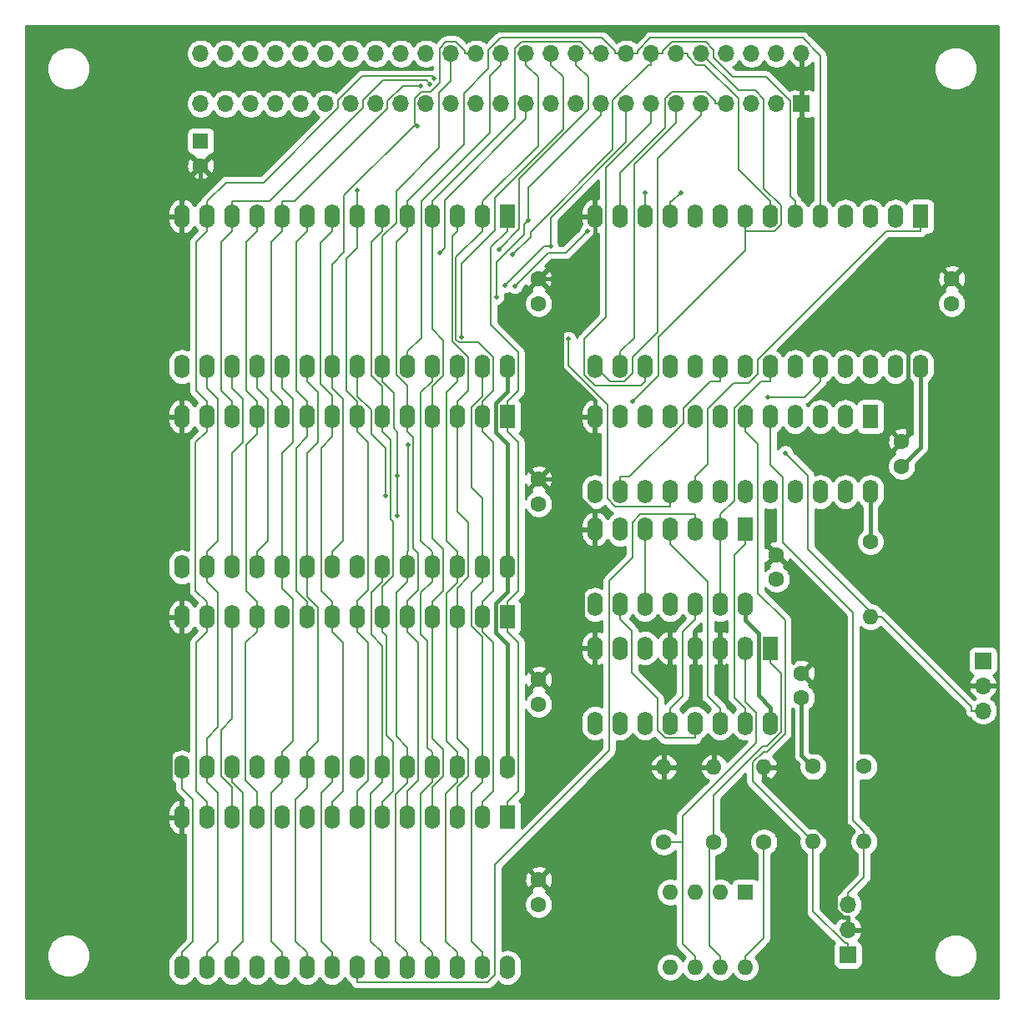
<source format=gbl>
G04 #@! TF.GenerationSoftware,KiCad,Pcbnew,(5.1.9)-1*
G04 #@! TF.CreationDate,2025-04-27T21:04:39+09:00*
G04 #@! TF.ProjectId,PYUTA_GBASIC,50595554-415f-4474-9241-5349432e6b69,rev?*
G04 #@! TF.SameCoordinates,PX53920b0PY93c3260*
G04 #@! TF.FileFunction,Copper,L2,Bot*
G04 #@! TF.FilePolarity,Positive*
%FSLAX46Y46*%
G04 Gerber Fmt 4.6, Leading zero omitted, Abs format (unit mm)*
G04 Created by KiCad (PCBNEW (5.1.9)-1) date 2025-04-27 21:04:39*
%MOMM*%
%LPD*%
G01*
G04 APERTURE LIST*
G04 #@! TA.AperFunction,ComponentPad*
%ADD10C,1.600000*%
G04 #@! TD*
G04 #@! TA.AperFunction,ComponentPad*
%ADD11O,1.600000X1.600000*%
G04 #@! TD*
G04 #@! TA.AperFunction,ComponentPad*
%ADD12R,1.600000X1.600000*%
G04 #@! TD*
G04 #@! TA.AperFunction,ComponentPad*
%ADD13R,1.600000X2.400000*%
G04 #@! TD*
G04 #@! TA.AperFunction,ComponentPad*
%ADD14O,1.600000X2.400000*%
G04 #@! TD*
G04 #@! TA.AperFunction,ComponentPad*
%ADD15R,1.700000X1.700000*%
G04 #@! TD*
G04 #@! TA.AperFunction,ComponentPad*
%ADD16O,1.700000X1.700000*%
G04 #@! TD*
G04 #@! TA.AperFunction,ViaPad*
%ADD17C,0.500000*%
G04 #@! TD*
G04 #@! TA.AperFunction,Conductor*
%ADD18C,0.400000*%
G04 #@! TD*
G04 #@! TA.AperFunction,Conductor*
%ADD19C,0.200000*%
G04 #@! TD*
G04 #@! TA.AperFunction,Conductor*
%ADD20C,0.254000*%
G04 #@! TD*
G04 #@! TA.AperFunction,Conductor*
%ADD21C,0.100000*%
G04 #@! TD*
G04 APERTURE END LIST*
D10*
X76835000Y45680000D03*
X76835000Y43180000D03*
X79375000Y33655000D03*
X79375000Y31155000D03*
X52705000Y10200000D03*
X52705000Y12700000D03*
X52705000Y33020000D03*
X52705000Y30520000D03*
X52705000Y53340000D03*
X52705000Y50840000D03*
X52705000Y71160000D03*
X52705000Y73660000D03*
D11*
X75565000Y24130000D03*
D10*
X75565000Y16510000D03*
X70485000Y16510000D03*
D11*
X70485000Y24130000D03*
X65405000Y24130000D03*
D10*
X65405000Y16510000D03*
D12*
X73660000Y11430000D03*
D11*
X66040000Y3810000D03*
X71120000Y11430000D03*
X68580000Y3810000D03*
X68580000Y11430000D03*
X71120000Y3810000D03*
X66040000Y11430000D03*
X73660000Y3810000D03*
D13*
X49530000Y19050000D03*
D14*
X16510000Y3810000D03*
X46990000Y19050000D03*
X19050000Y3810000D03*
X44450000Y19050000D03*
X21590000Y3810000D03*
X41910000Y19050000D03*
X24130000Y3810000D03*
X39370000Y19050000D03*
X26670000Y3810000D03*
X36830000Y19050000D03*
X29210000Y3810000D03*
X34290000Y19050000D03*
X31750000Y3810000D03*
X31750000Y19050000D03*
X34290000Y3810000D03*
X29210000Y19050000D03*
X36830000Y3810000D03*
X26670000Y19050000D03*
X39370000Y3810000D03*
X24130000Y19050000D03*
X41910000Y3810000D03*
X21590000Y19050000D03*
X44450000Y3810000D03*
X19050000Y19050000D03*
X46990000Y3810000D03*
X16510000Y19050000D03*
X49530000Y3810000D03*
D13*
X49530000Y39370000D03*
D14*
X16510000Y24130000D03*
X46990000Y39370000D03*
X19050000Y24130000D03*
X44450000Y39370000D03*
X21590000Y24130000D03*
X41910000Y39370000D03*
X24130000Y24130000D03*
X39370000Y39370000D03*
X26670000Y24130000D03*
X36830000Y39370000D03*
X29210000Y24130000D03*
X34290000Y39370000D03*
X31750000Y24130000D03*
X31750000Y39370000D03*
X34290000Y24130000D03*
X29210000Y39370000D03*
X36830000Y24130000D03*
X26670000Y39370000D03*
X39370000Y24130000D03*
X24130000Y39370000D03*
X41910000Y24130000D03*
X21590000Y39370000D03*
X44450000Y24130000D03*
X19050000Y39370000D03*
X46990000Y24130000D03*
X16510000Y39370000D03*
X49530000Y24130000D03*
X49530000Y44450000D03*
X16510000Y59690000D03*
X46990000Y44450000D03*
X19050000Y59690000D03*
X44450000Y44450000D03*
X21590000Y59690000D03*
X41910000Y44450000D03*
X24130000Y59690000D03*
X39370000Y44450000D03*
X26670000Y59690000D03*
X36830000Y44450000D03*
X29210000Y59690000D03*
X34290000Y44450000D03*
X31750000Y59690000D03*
X31750000Y44450000D03*
X34290000Y59690000D03*
X29210000Y44450000D03*
X36830000Y59690000D03*
X26670000Y44450000D03*
X39370000Y59690000D03*
X24130000Y44450000D03*
X41910000Y59690000D03*
X21590000Y44450000D03*
X44450000Y59690000D03*
X19050000Y44450000D03*
X46990000Y59690000D03*
X16510000Y44450000D03*
D13*
X49530000Y59690000D03*
D14*
X49530000Y64770000D03*
X16510000Y80010000D03*
X46990000Y64770000D03*
X19050000Y80010000D03*
X44450000Y64770000D03*
X21590000Y80010000D03*
X41910000Y64770000D03*
X24130000Y80010000D03*
X39370000Y64770000D03*
X26670000Y80010000D03*
X36830000Y64770000D03*
X29210000Y80010000D03*
X34290000Y64770000D03*
X31750000Y80010000D03*
X31750000Y64770000D03*
X34290000Y80010000D03*
X29210000Y64770000D03*
X36830000Y80010000D03*
X26670000Y64770000D03*
X39370000Y80010000D03*
X24130000Y64770000D03*
X41910000Y80010000D03*
X21590000Y64770000D03*
X44450000Y80010000D03*
X19050000Y64770000D03*
X46990000Y80010000D03*
X16510000Y64770000D03*
D13*
X49530000Y80010000D03*
X76200000Y36195000D03*
D14*
X58420000Y28575000D03*
X73660000Y36195000D03*
X60960000Y28575000D03*
X71120000Y36195000D03*
X63500000Y28575000D03*
X68580000Y36195000D03*
X66040000Y28575000D03*
X66040000Y36195000D03*
X68580000Y28575000D03*
X63500000Y36195000D03*
X71120000Y28575000D03*
X60960000Y36195000D03*
X73660000Y28575000D03*
X58420000Y36195000D03*
X76200000Y28575000D03*
D13*
X73660000Y48260000D03*
D14*
X58420000Y40640000D03*
X71120000Y48260000D03*
X60960000Y40640000D03*
X68580000Y48260000D03*
X63500000Y40640000D03*
X66040000Y48260000D03*
X66040000Y40640000D03*
X63500000Y48260000D03*
X68580000Y40640000D03*
X60960000Y48260000D03*
X71120000Y40640000D03*
X58420000Y48260000D03*
X73660000Y40640000D03*
D12*
X18415000Y87630000D03*
D10*
X18415000Y85130000D03*
X89535000Y54650000D03*
X89535000Y57150000D03*
X94615000Y71160000D03*
X94615000Y73660000D03*
D13*
X86360000Y59690000D03*
D14*
X58420000Y52070000D03*
X83820000Y59690000D03*
X60960000Y52070000D03*
X81280000Y59690000D03*
X63500000Y52070000D03*
X78740000Y59690000D03*
X66040000Y52070000D03*
X76200000Y59690000D03*
X68580000Y52070000D03*
X73660000Y59690000D03*
X71120000Y52070000D03*
X71120000Y59690000D03*
X73660000Y52070000D03*
X68580000Y59690000D03*
X76200000Y52070000D03*
X66040000Y59690000D03*
X78740000Y52070000D03*
X63500000Y59690000D03*
X81280000Y52070000D03*
X60960000Y59690000D03*
X83820000Y52070000D03*
X58420000Y59690000D03*
X86360000Y52070000D03*
D13*
X91440000Y80010000D03*
D14*
X58420000Y64770000D03*
X88900000Y80010000D03*
X60960000Y64770000D03*
X86360000Y80010000D03*
X63500000Y64770000D03*
X83820000Y80010000D03*
X66040000Y64770000D03*
X81280000Y80010000D03*
X68580000Y64770000D03*
X78740000Y80010000D03*
X71120000Y64770000D03*
X76200000Y80010000D03*
X73660000Y64770000D03*
X73660000Y80010000D03*
X76200000Y64770000D03*
X71120000Y80010000D03*
X78740000Y64770000D03*
X68580000Y80010000D03*
X81280000Y64770000D03*
X66040000Y80010000D03*
X83820000Y64770000D03*
X63500000Y80010000D03*
X86360000Y64770000D03*
X60960000Y80010000D03*
X88900000Y64770000D03*
X58420000Y80010000D03*
X91440000Y64770000D03*
D11*
X85725000Y16559000D03*
D10*
X85725000Y24179000D03*
X80552000Y24179000D03*
D11*
X80552000Y16559000D03*
D15*
X84074000Y5080000D03*
D16*
X84074000Y7620000D03*
X84074000Y10160000D03*
D10*
X86360000Y46990000D03*
D11*
X86360000Y39370000D03*
D15*
X97790000Y34925000D03*
D16*
X97790000Y32385000D03*
X97790000Y29845000D03*
X18415000Y96520000D03*
X18415000Y91440000D03*
X20955000Y96520000D03*
X20955000Y91440000D03*
X23495000Y96520000D03*
X23495000Y91440000D03*
X26035000Y96520000D03*
X26035000Y91440000D03*
X28575000Y96520000D03*
X28575000Y91440000D03*
X31115000Y96520000D03*
X31115000Y91440000D03*
X33655000Y96520000D03*
X33655000Y91440000D03*
X36195000Y96520000D03*
X36195000Y91440000D03*
X38735000Y96520000D03*
X38735000Y91440000D03*
X41275000Y96520000D03*
X41275000Y91440000D03*
X43815000Y96520000D03*
X43815000Y91440000D03*
X46355000Y96520000D03*
X46355000Y91440000D03*
X48895000Y96520000D03*
X48895000Y91440000D03*
X51435000Y96520000D03*
X51435000Y91440000D03*
X53975000Y96520000D03*
X53975000Y91440000D03*
X56515000Y96520000D03*
X56515000Y91440000D03*
X59055000Y96520000D03*
X59055000Y91440000D03*
X61595000Y96520000D03*
X61595000Y91440000D03*
X64135000Y96520000D03*
X64135000Y91440000D03*
X66675000Y96520000D03*
X66675000Y91440000D03*
X69215000Y96520000D03*
X69215000Y91440000D03*
X71755000Y96520000D03*
X71755000Y91440000D03*
X74295000Y96520000D03*
X74295000Y91440000D03*
X76835000Y96520000D03*
X76835000Y91440000D03*
X79375000Y96520000D03*
D15*
X79375000Y91440000D03*
D17*
X48419900Y71843100D03*
X51670700Y79610700D03*
X49307500Y73010200D03*
X53928100Y76961200D03*
X42099700Y93986500D03*
X41686800Y93408800D03*
X63500000Y82403200D03*
X67110000Y82403200D03*
X50261600Y72900400D03*
X57656200Y78509700D03*
X48665700Y76671400D03*
X50066000Y76084900D03*
X38400700Y53650200D03*
X38400700Y49597900D03*
X34315500Y82682700D03*
X40408000Y89163400D03*
X75934700Y61680100D03*
X39453000Y56814200D03*
X44863000Y67745600D03*
X62222000Y61204700D03*
X40709500Y93249800D03*
X42640400Y76271700D03*
X55726800Y67551400D03*
X37155200Y51671300D03*
X77738900Y55992400D03*
D18*
X79375000Y31155000D02*
X79375000Y25356000D01*
X79375000Y25356000D02*
X80552000Y24179000D01*
X49530000Y44450000D02*
X49530000Y41946400D01*
X49530000Y41946400D02*
X48329600Y40746000D01*
X48329600Y40746000D02*
X48329600Y37781400D01*
X48329600Y37781400D02*
X49530000Y36581000D01*
X49530000Y36581000D02*
X49530000Y24130000D01*
X49530000Y64770000D02*
X49530000Y62260200D01*
X49530000Y62260200D02*
X48329600Y61059800D01*
X48329600Y61059800D02*
X48329600Y58085200D01*
X48329600Y58085200D02*
X49530000Y56884800D01*
X49530000Y56884800D02*
X49530000Y44450000D01*
X89535000Y54650000D02*
X91440000Y56555000D01*
X91440000Y56555000D02*
X91440000Y64770000D01*
X76200000Y28575000D02*
X76200000Y30175300D01*
X73660000Y40640000D02*
X73660000Y39039700D01*
X73660000Y39039700D02*
X74999600Y37700100D01*
X74999600Y37700100D02*
X74999600Y31375700D01*
X74999600Y31375700D02*
X76200000Y30175300D01*
X86360000Y52070000D02*
X86360000Y46990000D01*
X16510000Y80010000D02*
X16510000Y81610300D01*
X16510000Y81610300D02*
X18415000Y83515300D01*
X18415000Y83515300D02*
X18415000Y85130000D01*
X53905200Y73660000D02*
X55076500Y72488700D01*
X55076500Y72488700D02*
X55076500Y64633800D01*
X55076500Y64633800D02*
X58420000Y61290300D01*
X54940300Y53340000D02*
X58420000Y49860300D01*
X52705000Y53340000D02*
X54940300Y53340000D01*
X54940300Y53340000D02*
X58420000Y56819700D01*
X58420000Y56819700D02*
X58420000Y59690000D01*
X58420000Y59690000D02*
X58420000Y61290300D01*
X53905200Y73660000D02*
X58420000Y78174800D01*
X58420000Y78174800D02*
X58420000Y78409700D01*
X52705000Y73660000D02*
X53905200Y73660000D01*
X84074000Y7620000D02*
X84074000Y8870300D01*
X75565000Y24130000D02*
X75565000Y22929700D01*
X75565000Y22929700D02*
X75940100Y22929700D01*
X75940100Y22929700D02*
X82784400Y16085400D01*
X82784400Y16085400D02*
X82784400Y9641800D01*
X82784400Y9641800D02*
X83555900Y8870300D01*
X83555900Y8870300D02*
X84074000Y8870300D01*
X65405000Y24130000D02*
X64204700Y24130000D01*
X64204700Y24130000D02*
X52774700Y12700000D01*
X52774700Y12700000D02*
X52705000Y12700000D01*
X58420000Y48260000D02*
X58420000Y46659700D01*
X58420000Y36195000D02*
X58420000Y37795300D01*
X58420000Y37795300D02*
X57189900Y39025400D01*
X57189900Y39025400D02*
X57189900Y45429600D01*
X57189900Y45429600D02*
X58420000Y46659700D01*
X58420000Y48260000D02*
X58420000Y49860300D01*
X16510000Y39370000D02*
X16510000Y37769700D01*
X16510000Y19050000D02*
X16510000Y20650300D01*
X16510000Y20650300D02*
X15309700Y21850600D01*
X15309700Y21850600D02*
X15309700Y36569400D01*
X15309700Y36569400D02*
X16510000Y37769700D01*
X94615000Y73660000D02*
X90170000Y69215000D01*
X90170000Y69215000D02*
X90170000Y57785000D01*
X90170000Y57785000D02*
X89535000Y57150000D01*
X58420000Y80010000D02*
X58420000Y78409700D01*
X79375000Y91440000D02*
X79375000Y96520000D01*
D19*
X51670700Y79610700D02*
X51236500Y79176500D01*
X51236500Y79176500D02*
X51236500Y78160900D01*
X51236500Y78160900D02*
X48419900Y75344300D01*
X48419900Y75344300D02*
X48419900Y71843100D01*
X59055000Y90289700D02*
X51670700Y82905400D01*
X51670700Y82905400D02*
X51670700Y79610700D01*
X26670000Y24130000D02*
X26670000Y25630300D01*
X26670000Y44450000D02*
X26670000Y42285500D01*
X26670000Y42285500D02*
X27781100Y41174400D01*
X27781100Y41174400D02*
X27781100Y26741400D01*
X27781100Y26741400D02*
X26670000Y25630300D01*
X26670000Y64770000D02*
X26670000Y62605500D01*
X26670000Y62605500D02*
X27774300Y61501200D01*
X27774300Y61501200D02*
X27774300Y57037000D01*
X27774300Y57037000D02*
X26670000Y55932700D01*
X26670000Y55932700D02*
X26670000Y44450000D01*
X26670000Y3810000D02*
X26670000Y5310300D01*
X26670000Y24130000D02*
X26670000Y22629700D01*
X26670000Y22629700D02*
X25550500Y21510200D01*
X25550500Y21510200D02*
X25550500Y6429800D01*
X25550500Y6429800D02*
X26670000Y5310300D01*
X59055000Y91440000D02*
X59055000Y90289700D01*
X53928100Y76961200D02*
X53928100Y79864400D01*
X53928100Y79864400D02*
X61595000Y87531300D01*
X61595000Y87531300D02*
X61595000Y90289700D01*
X24130000Y44450000D02*
X24130000Y45950300D01*
X53928100Y76961200D02*
X53258500Y76961200D01*
X53258500Y76961200D02*
X49307500Y73010200D01*
X24130000Y64770000D02*
X24130000Y62605500D01*
X24130000Y62605500D02*
X25234200Y61501300D01*
X25234200Y61501300D02*
X25234200Y47054500D01*
X25234200Y47054500D02*
X24130000Y45950300D01*
X61595000Y91440000D02*
X61595000Y90289700D01*
X21590000Y64770000D02*
X21590000Y62605500D01*
X21590000Y62605500D02*
X22694300Y61501200D01*
X22694300Y61501200D02*
X22694300Y57037000D01*
X22694300Y57037000D02*
X21590000Y55932700D01*
X21590000Y55932700D02*
X21590000Y44450000D01*
X63500000Y64770000D02*
X63500000Y63269700D01*
X64135000Y91440000D02*
X64135000Y89504900D01*
X64135000Y89504900D02*
X59531700Y84901600D01*
X59531700Y84901600D02*
X59531700Y69773100D01*
X59531700Y69773100D02*
X57304600Y67546000D01*
X57304600Y67546000D02*
X57304600Y63923000D01*
X57304600Y63923000D02*
X58399700Y62827900D01*
X58399700Y62827900D02*
X63058200Y62827900D01*
X63058200Y62827900D02*
X63500000Y63269700D01*
X21590000Y24130000D02*
X21590000Y22629700D01*
X21590000Y3810000D02*
X21590000Y5310300D01*
X21590000Y5310300D02*
X22702600Y6422900D01*
X22702600Y6422900D02*
X22702600Y21517100D01*
X22702600Y21517100D02*
X21590000Y22629700D01*
X60960000Y66270300D02*
X62386900Y67697200D01*
X62386900Y67697200D02*
X62386900Y85225600D01*
X62386900Y85225600D02*
X66675000Y89513700D01*
X66675000Y89513700D02*
X66675000Y91440000D01*
X60960000Y64770000D02*
X60960000Y66270300D01*
X19050000Y44450000D02*
X19050000Y45950300D01*
X19050000Y42949700D02*
X20182400Y41817300D01*
X20182400Y41817300D02*
X20182400Y28170100D01*
X20182400Y28170100D02*
X19050000Y27037700D01*
X19050000Y27037700D02*
X19050000Y24130000D01*
X19050000Y64770000D02*
X19050000Y63269700D01*
X19050000Y63269700D02*
X19050000Y62605500D01*
X19050000Y62605500D02*
X20155800Y61499700D01*
X20155800Y61499700D02*
X20155800Y47056100D01*
X20155800Y47056100D02*
X19050000Y45950300D01*
X19050000Y44450000D02*
X19050000Y42949700D01*
X19050000Y3810000D02*
X19050000Y5310300D01*
X19050000Y24130000D02*
X19050000Y22629700D01*
X19050000Y22629700D02*
X20161100Y21518600D01*
X20161100Y21518600D02*
X20161100Y6421400D01*
X20161100Y6421400D02*
X19050000Y5310300D01*
X69215000Y90289700D02*
X64770000Y85844700D01*
X64770000Y85844700D02*
X64770000Y68240500D01*
X64770000Y68240500D02*
X62230000Y65700500D01*
X62230000Y65700500D02*
X62230000Y64057800D01*
X62230000Y64057800D02*
X61400500Y63228300D01*
X61400500Y63228300D02*
X59961700Y63228300D01*
X59961700Y63228300D02*
X58420000Y64770000D01*
X69215000Y91440000D02*
X69215000Y90289700D01*
X16510000Y3810000D02*
X16510000Y5310300D01*
X16510000Y24130000D02*
X16510000Y21965500D01*
X16510000Y21965500D02*
X17621100Y20854400D01*
X17621100Y20854400D02*
X17621100Y6421400D01*
X17621100Y6421400D02*
X16510000Y5310300D01*
X19050000Y81510300D02*
X20982300Y83442600D01*
X20982300Y83442600D02*
X24777400Y83442600D01*
X24777400Y83442600D02*
X32385000Y91050200D01*
X32385000Y91050200D02*
X32385000Y91810700D01*
X32385000Y91810700D02*
X34779700Y94205400D01*
X34779700Y94205400D02*
X41880800Y94205400D01*
X41880800Y94205400D02*
X42099700Y93986500D01*
X19050000Y80010000D02*
X19050000Y81510300D01*
X60960000Y81510300D02*
X60960000Y84397500D01*
X60960000Y84397500D02*
X65524600Y88962100D01*
X65524600Y88962100D02*
X65524600Y91947400D01*
X65524600Y91947400D02*
X66183400Y92606200D01*
X66183400Y92606200D02*
X69726100Y92606200D01*
X69726100Y92606200D02*
X70604700Y91727600D01*
X70604700Y91727600D02*
X70604700Y91440000D01*
X19050000Y39370000D02*
X19050000Y40870300D01*
X19050000Y59690000D02*
X19050000Y58189700D01*
X19050000Y58189700D02*
X17905000Y57044700D01*
X17905000Y57044700D02*
X17905000Y42015300D01*
X17905000Y42015300D02*
X19050000Y40870300D01*
X19050000Y60440200D02*
X19050000Y59690000D01*
X19050000Y60440200D02*
X19050000Y61190300D01*
X60960000Y80010000D02*
X60960000Y81510300D01*
X71755000Y91440000D02*
X70604700Y91440000D01*
X19050000Y39370000D02*
X19050000Y37869700D01*
X19050000Y80010000D02*
X19050000Y78509700D01*
X19050000Y37869700D02*
X17938800Y36758500D01*
X17938800Y36758500D02*
X17938800Y21661500D01*
X17938800Y21661500D02*
X19050000Y20550300D01*
X19050000Y19050000D02*
X19050000Y20550300D01*
X19050000Y78509700D02*
X17925800Y77385500D01*
X17925800Y77385500D02*
X17925800Y62314500D01*
X17925800Y62314500D02*
X19050000Y61190300D01*
X21590000Y81510300D02*
X25429000Y81510300D01*
X25429000Y81510300D02*
X34925000Y91006300D01*
X34925000Y91006300D02*
X34925000Y91805300D01*
X34925000Y91805300D02*
X36924700Y93805000D01*
X36924700Y93805000D02*
X41290600Y93805000D01*
X41290600Y93805000D02*
X41686800Y93408800D01*
X21590000Y80010000D02*
X21590000Y81510300D01*
X63500000Y80010000D02*
X63500000Y82403200D01*
X21590000Y80010000D02*
X21590000Y78509700D01*
X21590000Y39370000D02*
X21590000Y29011400D01*
X21590000Y29011400D02*
X20465700Y27887100D01*
X20465700Y27887100D02*
X20465700Y23187700D01*
X20465700Y23187700D02*
X21590000Y22063400D01*
X21590000Y22063400D02*
X21590000Y19050000D01*
X21590000Y59690000D02*
X21590000Y61190300D01*
X21590000Y78509700D02*
X20454500Y77374200D01*
X20454500Y77374200D02*
X20454500Y62325800D01*
X20454500Y62325800D02*
X21590000Y61190300D01*
X24130000Y39370000D02*
X24130000Y40870300D01*
X24130000Y59690000D02*
X24130000Y57906400D01*
X24130000Y57906400D02*
X23018800Y56795200D01*
X23018800Y56795200D02*
X23018800Y41981500D01*
X23018800Y41981500D02*
X24130000Y40870300D01*
X24130000Y60440200D02*
X24130000Y59690000D01*
X24130000Y60440200D02*
X24130000Y61190300D01*
X24130000Y39370000D02*
X24130000Y37869700D01*
X24130000Y37869700D02*
X22981500Y36721200D01*
X22981500Y36721200D02*
X22981500Y22751100D01*
X22981500Y22751100D02*
X24130000Y21602600D01*
X24130000Y21602600D02*
X24130000Y19050000D01*
X66040000Y80010000D02*
X66040000Y81510300D01*
X67110000Y82403200D02*
X66217100Y81510300D01*
X66217100Y81510300D02*
X66040000Y81510300D01*
X50261600Y72900400D02*
X53683200Y76322000D01*
X53683200Y76322000D02*
X55468500Y76322000D01*
X55468500Y76322000D02*
X57656200Y78509700D01*
X24130000Y80010000D02*
X24130000Y78509700D01*
X24130000Y78509700D02*
X22994500Y77374200D01*
X22994500Y77374200D02*
X22994500Y62325800D01*
X22994500Y62325800D02*
X24130000Y61190300D01*
X44450000Y78509700D02*
X43912400Y77972100D01*
X43912400Y77972100D02*
X43912400Y67351900D01*
X43912400Y67351900D02*
X45564400Y65699900D01*
X45564400Y65699900D02*
X45564400Y62304700D01*
X45564400Y62304700D02*
X44450000Y61190300D01*
X44450000Y59690000D02*
X44450000Y50071500D01*
X44450000Y50071500D02*
X45574200Y48947300D01*
X45574200Y48947300D02*
X45574200Y43401900D01*
X45574200Y43401900D02*
X44450000Y42277700D01*
X44450000Y42277700D02*
X44450000Y39370000D01*
X44450000Y59690000D02*
X44450000Y61190300D01*
X44450000Y80010000D02*
X44450000Y78509700D01*
X48665700Y76671400D02*
X50733700Y78739400D01*
X50733700Y78739400D02*
X50733700Y83826500D01*
X50733700Y83826500D02*
X57730900Y90823700D01*
X57730900Y90823700D02*
X57730900Y94153800D01*
X57730900Y94153800D02*
X56515000Y95369700D01*
X56515000Y96520000D02*
X56515000Y95369700D01*
X44450000Y39370000D02*
X44450000Y27045500D01*
X44450000Y27045500D02*
X45574200Y25921300D01*
X45574200Y25921300D02*
X45574200Y23187600D01*
X45574200Y23187600D02*
X44450000Y22063400D01*
X44450000Y22063400D02*
X44450000Y19050000D01*
X41910000Y78509700D02*
X41910000Y68578500D01*
X41910000Y68578500D02*
X43049800Y67438700D01*
X43049800Y67438700D02*
X43049800Y63843200D01*
X43049800Y63843200D02*
X41910000Y62703400D01*
X41910000Y62703400D02*
X41910000Y59690000D01*
X41910000Y81510300D02*
X50284600Y89884900D01*
X50284600Y89884900D02*
X50284600Y96997000D01*
X50284600Y96997000D02*
X50988100Y97700500D01*
X50988100Y97700500D02*
X57011800Y97700500D01*
X57011800Y97700500D02*
X57904700Y96807600D01*
X57904700Y96807600D02*
X57904700Y96520000D01*
X41910000Y39370000D02*
X41910000Y27045500D01*
X41910000Y27045500D02*
X43045600Y25909900D01*
X43045600Y25909900D02*
X43045600Y23199000D01*
X43045600Y23199000D02*
X41910000Y22063400D01*
X41910000Y22063400D02*
X41910000Y19050000D01*
X41910000Y80010000D02*
X41910000Y81510300D01*
X59055000Y96520000D02*
X57904700Y96520000D01*
X41910000Y80010000D02*
X41910000Y78509700D01*
X41910000Y40870300D02*
X43021100Y41981400D01*
X43021100Y41981400D02*
X43021100Y46254400D01*
X43021100Y46254400D02*
X41910000Y47365500D01*
X41910000Y47365500D02*
X41910000Y58189700D01*
X41910000Y59690000D02*
X41910000Y58189700D01*
X41910000Y40120200D02*
X41910000Y39370000D01*
X41910000Y40120200D02*
X41910000Y40870300D01*
X39370000Y59690000D02*
X39370000Y62813900D01*
X39370000Y62813900D02*
X38269700Y63914200D01*
X38269700Y63914200D02*
X38269700Y77409400D01*
X38269700Y77409400D02*
X39370000Y78509700D01*
X39370000Y39370000D02*
X39370000Y40976000D01*
X39370000Y40976000D02*
X40495800Y42101800D01*
X40495800Y42101800D02*
X40495800Y45806200D01*
X40495800Y45806200D02*
X40003300Y46298700D01*
X40003300Y46298700D02*
X40003300Y57556400D01*
X40003300Y57556400D02*
X39370000Y58189700D01*
X39370000Y80010000D02*
X39370000Y78509700D01*
X39370000Y80010000D02*
X39370000Y81510300D01*
X39370000Y81510300D02*
X45143600Y87283900D01*
X45143600Y87283900D02*
X45143600Y92491400D01*
X45143600Y92491400D02*
X47625000Y94972800D01*
X47625000Y94972800D02*
X47625000Y96887600D01*
X47625000Y96887600D02*
X48845400Y98108000D01*
X48845400Y98108000D02*
X59144300Y98108000D01*
X59144300Y98108000D02*
X60444700Y96807600D01*
X60444700Y96807600D02*
X60444700Y96520000D01*
X61595000Y96520000D02*
X60444700Y96520000D01*
X61595000Y96520000D02*
X62745300Y96520000D01*
X62745300Y96520000D02*
X62745300Y96807600D01*
X62745300Y96807600D02*
X64043300Y98105600D01*
X64043300Y98105600D02*
X79479500Y98105600D01*
X79479500Y98105600D02*
X81280000Y96305100D01*
X81280000Y96305100D02*
X81280000Y80010000D01*
X39370000Y59690000D02*
X39370000Y58189700D01*
X39370000Y38619900D02*
X39370000Y39370000D01*
X39370000Y38619900D02*
X39370000Y37869700D01*
X39370000Y37869700D02*
X40490000Y36749700D01*
X40490000Y36749700D02*
X40490000Y22779600D01*
X40490000Y22779600D02*
X39370000Y21659600D01*
X39370000Y21659600D02*
X39370000Y19050000D01*
X46990000Y78509700D02*
X44312700Y75832400D01*
X44312700Y75832400D02*
X44312700Y67517700D01*
X44312700Y67517700D02*
X44635100Y67195300D01*
X44635100Y67195300D02*
X46601200Y67195300D01*
X46601200Y67195300D02*
X48115200Y65681300D01*
X48115200Y65681300D02*
X48115200Y62315500D01*
X48115200Y62315500D02*
X46990000Y61190300D01*
X46990000Y39370000D02*
X46990000Y40870300D01*
X46990000Y59690000D02*
X46990000Y58189700D01*
X46990000Y58189700D02*
X48090300Y57089400D01*
X48090300Y57089400D02*
X48090300Y41970600D01*
X48090300Y41970600D02*
X46990000Y40870300D01*
X46990000Y60440200D02*
X46990000Y59690000D01*
X46990000Y80010000D02*
X46990000Y81510300D01*
X51435000Y96520000D02*
X51435000Y95369700D01*
X51435000Y95369700D02*
X52645400Y94159300D01*
X52645400Y94159300D02*
X52645400Y87165700D01*
X52645400Y87165700D02*
X46990000Y81510300D01*
X46990000Y60440200D02*
X46990000Y61190300D01*
X46990000Y19050000D02*
X46990000Y20550300D01*
X46990000Y39370000D02*
X46990000Y37869700D01*
X46990000Y37869700D02*
X48135000Y36724700D01*
X48135000Y36724700D02*
X48135000Y21695300D01*
X48135000Y21695300D02*
X46990000Y20550300D01*
X46990000Y80010000D02*
X46990000Y78509700D01*
X64135000Y95369700D02*
X63847400Y95369700D01*
X63847400Y95369700D02*
X60228300Y91750600D01*
X60228300Y91750600D02*
X60228300Y86755200D01*
X60228300Y86755200D02*
X51870900Y78397800D01*
X51870900Y78397800D02*
X51870900Y77889800D01*
X51870900Y77889800D02*
X50066000Y76084900D01*
X64135000Y96520000D02*
X64135000Y95369700D01*
X64710200Y96520000D02*
X64135000Y96520000D01*
X36830000Y80010000D02*
X36830000Y78509700D01*
X36830000Y78509700D02*
X35728200Y77407900D01*
X35728200Y77407900D02*
X35728200Y63805200D01*
X35728200Y63805200D02*
X36830000Y62703400D01*
X36830000Y62703400D02*
X36830000Y59690000D01*
X36830000Y59690000D02*
X36830000Y58189700D01*
X36830000Y58189700D02*
X37710200Y57309500D01*
X37710200Y57309500D02*
X37710200Y49267700D01*
X37710200Y49267700D02*
X37938700Y49039200D01*
X37938700Y49039200D02*
X37938700Y43492100D01*
X37938700Y43492100D02*
X36830000Y42383400D01*
X36830000Y42383400D02*
X36830000Y39370000D01*
X64710200Y96520000D02*
X65285300Y96520000D01*
X36830000Y37869700D02*
X37285900Y37413800D01*
X37285900Y37413800D02*
X37285900Y27331100D01*
X37285900Y27331100D02*
X37937900Y26679100D01*
X37937900Y26679100D02*
X37937900Y21658200D01*
X37937900Y21658200D02*
X36830000Y20550300D01*
X78740000Y80010000D02*
X78740000Y81510300D01*
X65285300Y96520000D02*
X65285300Y96807600D01*
X65285300Y96807600D02*
X66182900Y97705200D01*
X66182900Y97705200D02*
X69675800Y97705200D01*
X69675800Y97705200D02*
X70485000Y96896000D01*
X70485000Y96896000D02*
X70485000Y96086200D01*
X70485000Y96086200D02*
X72425500Y94145700D01*
X72425500Y94145700D02*
X75786900Y94145700D01*
X75786900Y94145700D02*
X78224600Y91708000D01*
X78224600Y91708000D02*
X78224600Y82025700D01*
X78224600Y82025700D02*
X78740000Y81510300D01*
X36830000Y39370000D02*
X36830000Y37869700D01*
X36830000Y19050000D02*
X36830000Y20550300D01*
X36830000Y3810000D02*
X36830000Y5310300D01*
X36830000Y24130000D02*
X36830000Y22629700D01*
X36830000Y22629700D02*
X35660400Y21460100D01*
X35660400Y21460100D02*
X35660400Y6479900D01*
X35660400Y6479900D02*
X36830000Y5310300D01*
X36830000Y42949700D02*
X35696800Y41816500D01*
X35696800Y41816500D02*
X35696800Y37587700D01*
X35696800Y37587700D02*
X36830000Y36454500D01*
X36830000Y36454500D02*
X36830000Y24130000D01*
X36830000Y64770000D02*
X36830000Y77943400D01*
X36830000Y77943400D02*
X38241700Y79355100D01*
X38241700Y79355100D02*
X38241700Y82583700D01*
X38241700Y82583700D02*
X42588600Y86930600D01*
X42588600Y86930600D02*
X42588600Y92513600D01*
X42588600Y92513600D02*
X43815000Y93740000D01*
X43815000Y93740000D02*
X43815000Y95369700D01*
X43815000Y96520000D02*
X43815000Y95369700D01*
X38400700Y53650200D02*
X38400700Y49597900D01*
X36830000Y63269700D02*
X38016200Y62083500D01*
X38016200Y62083500D02*
X38016200Y58512400D01*
X38016200Y58512400D02*
X38400700Y58127900D01*
X38400700Y58127900D02*
X38400700Y53650200D01*
X36830000Y64770000D02*
X36830000Y63269700D01*
X36830000Y44450000D02*
X36830000Y42949700D01*
X34290000Y80010000D02*
X34290000Y81510300D01*
X34315500Y82682700D02*
X34315500Y81535800D01*
X34315500Y81535800D02*
X34290000Y81510300D01*
X34290000Y37869700D02*
X35410000Y36749700D01*
X35410000Y36749700D02*
X35410000Y22779600D01*
X35410000Y22779600D02*
X34290000Y21659600D01*
X34290000Y21659600D02*
X34290000Y19050000D01*
X76200000Y80010000D02*
X76200000Y81510300D01*
X66675000Y96520000D02*
X67825300Y96520000D01*
X67825300Y96520000D02*
X67825300Y96232300D01*
X67825300Y96232300D02*
X68687900Y95369700D01*
X68687900Y95369700D02*
X69502600Y95369700D01*
X69502600Y95369700D02*
X72954000Y91918300D01*
X72954000Y91918300D02*
X72954000Y84756300D01*
X72954000Y84756300D02*
X76200000Y81510300D01*
X34290000Y61190300D02*
X33178800Y62301500D01*
X33178800Y62301500D02*
X33178800Y75700200D01*
X33178800Y75700200D02*
X34290000Y76811400D01*
X34290000Y76811400D02*
X34290000Y78509700D01*
X34290000Y79576500D02*
X34290000Y80010000D01*
X34290000Y79576500D02*
X34290000Y78509700D01*
X34290000Y59690000D02*
X34290000Y58189700D01*
X34290000Y39370000D02*
X34290000Y40976000D01*
X34290000Y40976000D02*
X35401100Y42087100D01*
X35401100Y42087100D02*
X35401100Y57078600D01*
X35401100Y57078600D02*
X34290000Y58189700D01*
X34290000Y38619900D02*
X34290000Y39370000D01*
X34290000Y38619900D02*
X34290000Y37869700D01*
X34290000Y60440200D02*
X34290000Y59690000D01*
X34290000Y60440200D02*
X34290000Y61190300D01*
X40408000Y89163400D02*
X40018000Y89163400D01*
X40018000Y89163400D02*
X32978700Y82124100D01*
X32978700Y82124100D02*
X32978700Y76349200D01*
X32978700Y76349200D02*
X31750000Y75120500D01*
X31750000Y75120500D02*
X31750000Y64770000D01*
X46355000Y96520000D02*
X45204700Y96520000D01*
X45204700Y96520000D02*
X45204700Y96807600D01*
X45204700Y96807600D02*
X44307100Y97705200D01*
X44307100Y97705200D02*
X43309600Y97705200D01*
X43309600Y97705200D02*
X42650200Y97045800D01*
X42650200Y97045800D02*
X42650200Y93527400D01*
X42650200Y93527400D02*
X41767700Y92644900D01*
X41767700Y92644900D02*
X40796000Y92644900D01*
X40796000Y92644900D02*
X40116200Y91965100D01*
X40116200Y91965100D02*
X40116200Y89455200D01*
X40116200Y89455200D02*
X40408000Y89163400D01*
X31750000Y44450000D02*
X31750000Y45950300D01*
X31750000Y64770000D02*
X31750000Y62605500D01*
X31750000Y62605500D02*
X32857900Y61497600D01*
X32857900Y61497600D02*
X32857900Y47058200D01*
X32857900Y47058200D02*
X31750000Y45950300D01*
X31750000Y3810000D02*
X31750000Y5310300D01*
X31750000Y24130000D02*
X31750000Y22629700D01*
X31750000Y22629700D02*
X30638800Y21518500D01*
X30638800Y21518500D02*
X30638800Y6421500D01*
X30638800Y6421500D02*
X31750000Y5310300D01*
X81280000Y64770000D02*
X81280000Y63269700D01*
X75934700Y61680100D02*
X79690400Y61680100D01*
X79690400Y61680100D02*
X81280000Y63269700D01*
X39370000Y44450000D02*
X39370000Y45950300D01*
X39453000Y56814200D02*
X39453000Y46033300D01*
X39453000Y46033300D02*
X39370000Y45950300D01*
X39370000Y3810000D02*
X39370000Y5310300D01*
X39370000Y24130000D02*
X39370000Y22524000D01*
X39370000Y22524000D02*
X38200400Y21354400D01*
X38200400Y21354400D02*
X38200400Y6479900D01*
X38200400Y6479900D02*
X39370000Y5310300D01*
X39370000Y24830000D02*
X39370000Y24130000D01*
X39370000Y66270300D02*
X40779400Y67679700D01*
X40779400Y67679700D02*
X40779400Y81512600D01*
X40779400Y81512600D02*
X47744700Y88477900D01*
X47744700Y88477900D02*
X47744700Y94219400D01*
X47744700Y94219400D02*
X48895000Y95369700D01*
X39370000Y24830000D02*
X39370000Y25530000D01*
X48895000Y96520000D02*
X48895000Y95369700D01*
X39370000Y64770000D02*
X39370000Y66270300D01*
X39370000Y25530000D02*
X39370000Y26096100D01*
X39370000Y26096100D02*
X38238100Y27228000D01*
X38238100Y27228000D02*
X38238100Y41817800D01*
X38238100Y41817800D02*
X39370000Y42949700D01*
X39370000Y44450000D02*
X39370000Y42949700D01*
X53975000Y95369700D02*
X55168900Y94175800D01*
X55168900Y94175800D02*
X55168900Y88828000D01*
X55168900Y88828000D02*
X48237400Y81896500D01*
X48237400Y81896500D02*
X48237400Y78586600D01*
X48237400Y78586600D02*
X44863000Y75212200D01*
X44863000Y75212200D02*
X44863000Y67745600D01*
X41910000Y45950300D02*
X40752000Y47108300D01*
X40752000Y47108300D02*
X40752000Y62111700D01*
X40752000Y62111700D02*
X41910000Y63269700D01*
X53975000Y96520000D02*
X53975000Y95369700D01*
X41910000Y25630300D02*
X41450000Y26090300D01*
X41450000Y26090300D02*
X41450000Y36914500D01*
X41450000Y36914500D02*
X40757700Y37606800D01*
X40757700Y37606800D02*
X40757700Y41797400D01*
X40757700Y41797400D02*
X41910000Y42949700D01*
X41910000Y44450000D02*
X41910000Y42949700D01*
X41910000Y24130000D02*
X41910000Y25630300D01*
X41910000Y23379900D02*
X41910000Y24130000D01*
X41910000Y23379900D02*
X41910000Y22629700D01*
X41910000Y3810000D02*
X41910000Y5310300D01*
X41910000Y22629700D02*
X40740400Y21460100D01*
X40740400Y21460100D02*
X40740400Y6479900D01*
X40740400Y6479900D02*
X41910000Y5310300D01*
X41910000Y64770000D02*
X41910000Y63269700D01*
X41910000Y44450000D02*
X41910000Y45950300D01*
X31750000Y80010000D02*
X31750000Y78509700D01*
X31750000Y59690000D02*
X31750000Y61854500D01*
X31750000Y61854500D02*
X30580400Y63024100D01*
X30580400Y63024100D02*
X30580400Y77340100D01*
X30580400Y77340100D02*
X31750000Y78509700D01*
X31750000Y58939900D02*
X31750000Y59690000D01*
X73660000Y78509700D02*
X73660000Y76564100D01*
X73660000Y76564100D02*
X64825200Y67729300D01*
X64825200Y67729300D02*
X64825200Y63807900D01*
X64825200Y63807900D02*
X62222000Y61204700D01*
X73660000Y78609800D02*
X73660000Y78509700D01*
X73660000Y80010000D02*
X73660000Y78609800D01*
X69215000Y96520000D02*
X72965000Y92770000D01*
X72965000Y92770000D02*
X74640600Y92770000D01*
X74640600Y92770000D02*
X75565000Y91845600D01*
X75565000Y91845600D02*
X75565000Y82845200D01*
X75565000Y82845200D02*
X77300900Y81109300D01*
X77300900Y81109300D02*
X77300900Y79147300D01*
X77300900Y79147300D02*
X76663300Y78509700D01*
X76663300Y78509700D02*
X73660000Y78509700D01*
X31750000Y58939900D02*
X31750000Y58189700D01*
X31750000Y20550300D02*
X32869500Y21669800D01*
X32869500Y21669800D02*
X32869500Y36750200D01*
X32869500Y36750200D02*
X31750000Y37869700D01*
X31750000Y39370000D02*
X31750000Y37869700D01*
X31750000Y19050000D02*
X31750000Y20550300D01*
X31750000Y40870300D02*
X30614500Y42005800D01*
X30614500Y42005800D02*
X30614500Y56488100D01*
X30614500Y56488100D02*
X31750000Y57623600D01*
X31750000Y57623600D02*
X31750000Y58189700D01*
X31750000Y40120200D02*
X31750000Y39370000D01*
X31750000Y40120200D02*
X31750000Y40870300D01*
X26670000Y81510300D02*
X27921400Y81510300D01*
X27921400Y81510300D02*
X37345400Y90934300D01*
X37345400Y90934300D02*
X37345400Y91680800D01*
X37345400Y91680800D02*
X38914400Y93249800D01*
X38914400Y93249800D02*
X40709500Y93249800D01*
X26670000Y80010000D02*
X26670000Y81510300D01*
X26670000Y79988900D02*
X26670000Y80010000D01*
X26670000Y79988900D02*
X26670000Y78509700D01*
X26670000Y59690000D02*
X26670000Y61190300D01*
X26670000Y78509700D02*
X25534500Y77374200D01*
X25534500Y77374200D02*
X25534500Y62325800D01*
X25534500Y62325800D02*
X26670000Y61190300D01*
X51435000Y91440000D02*
X51435000Y89910500D01*
X51435000Y89910500D02*
X43180000Y81655500D01*
X43180000Y81655500D02*
X43180000Y76811300D01*
X43180000Y76811300D02*
X42640400Y76271700D01*
X29210000Y40870300D02*
X28074500Y42005800D01*
X28074500Y42005800D02*
X28074500Y56488100D01*
X28074500Y56488100D02*
X29210000Y57623600D01*
X29210000Y57623600D02*
X29210000Y58189700D01*
X29210000Y80010000D02*
X29210000Y79576500D01*
X29210000Y79576500D02*
X29210000Y78509700D01*
X29210000Y39370000D02*
X29210000Y40870300D01*
X29210000Y59690000D02*
X29210000Y61190300D01*
X29210000Y59690000D02*
X29210000Y58189700D01*
X29210000Y78509700D02*
X28074500Y77374200D01*
X28074500Y77374200D02*
X28074500Y62325800D01*
X28074500Y62325800D02*
X29210000Y61190300D01*
X63500000Y48260000D02*
X63500000Y40640000D01*
X71120000Y48260000D02*
X71120000Y49760300D01*
X76200000Y64770000D02*
X76200000Y63269700D01*
X76200000Y63269700D02*
X75262300Y63269700D01*
X75262300Y63269700D02*
X72531700Y60539100D01*
X72531700Y60539100D02*
X72531700Y51172000D01*
X72531700Y51172000D02*
X71120000Y49760300D01*
X71120000Y40640000D02*
X71120000Y48260000D01*
X76200000Y34694700D02*
X77300400Y33594300D01*
X77300400Y33594300D02*
X77300400Y27701300D01*
X77300400Y27701300D02*
X75841000Y26241900D01*
X75841000Y26241900D02*
X75469500Y26241900D01*
X75469500Y26241900D02*
X70485000Y21257400D01*
X70485000Y21257400D02*
X70485000Y16510000D01*
X71120000Y3810000D02*
X71120000Y4910300D01*
X70485000Y16510000D02*
X70008700Y16033700D01*
X70008700Y16033700D02*
X70008700Y6021600D01*
X70008700Y6021600D02*
X71120000Y4910300D01*
X76200000Y36195000D02*
X76200000Y34694700D01*
X73660000Y36195000D02*
X73660000Y30775200D01*
X73660000Y30775200D02*
X74771200Y29664000D01*
X74771200Y29664000D02*
X74771200Y26630400D01*
X74771200Y26630400D02*
X67310000Y19169200D01*
X67310000Y19169200D02*
X67310000Y16510000D01*
X67310000Y16510000D02*
X67310000Y6180300D01*
X67310000Y6180300D02*
X68580000Y4910300D01*
X67310000Y16510000D02*
X65405000Y16510000D01*
X68580000Y3810000D02*
X68580000Y4910300D01*
X66040000Y52070000D02*
X66040000Y50569700D01*
X55726800Y67551400D02*
X55726800Y64873700D01*
X55726800Y64873700D02*
X59690000Y60910500D01*
X59690000Y60910500D02*
X59690000Y51371700D01*
X59690000Y51371700D02*
X60492000Y50569700D01*
X60492000Y50569700D02*
X66040000Y50569700D01*
X49530000Y78509700D02*
X47869600Y76849300D01*
X47869600Y76849300D02*
X47869600Y68970100D01*
X47869600Y68970100D02*
X50630300Y66209400D01*
X50630300Y66209400D02*
X50630300Y62290600D01*
X50630300Y62290600D02*
X49530000Y61190300D01*
X49530000Y59690000D02*
X49530000Y61190300D01*
X49530000Y80010000D02*
X49530000Y78509700D01*
X49530000Y39370000D02*
X49530000Y40870300D01*
X49530000Y59690000D02*
X49530000Y58189700D01*
X49530000Y58189700D02*
X50630300Y57089400D01*
X50630300Y57089400D02*
X50630300Y41970600D01*
X50630300Y41970600D02*
X49530000Y40870300D01*
X49530000Y19050000D02*
X49530000Y20550300D01*
X49530000Y39370000D02*
X49530000Y37869700D01*
X49530000Y37869700D02*
X50630300Y36769400D01*
X50630300Y36769400D02*
X50630300Y21650600D01*
X50630300Y21650600D02*
X49530000Y20550300D01*
X73660000Y3810000D02*
X73660000Y4910300D01*
X73660000Y4910300D02*
X75565000Y6815300D01*
X75565000Y6815300D02*
X75565000Y16510000D01*
X73660000Y28575000D02*
X73660000Y30075300D01*
X73660000Y48260000D02*
X73660000Y46759700D01*
X73660000Y46759700D02*
X72559700Y45659400D01*
X72559700Y45659400D02*
X72559700Y31175600D01*
X72559700Y31175600D02*
X73660000Y30075300D01*
X68580000Y28575000D02*
X68580000Y27074700D01*
X60960000Y40640000D02*
X60960000Y39139700D01*
X60960000Y39139700D02*
X62165800Y37933900D01*
X62165800Y37933900D02*
X62165800Y33668800D01*
X62165800Y33668800D02*
X64770000Y31064600D01*
X64770000Y31064600D02*
X64770000Y27862400D01*
X64770000Y27862400D02*
X65557700Y27074700D01*
X65557700Y27074700D02*
X68580000Y27074700D01*
X34290000Y3810000D02*
X34290000Y2309700D01*
X68580000Y48260000D02*
X68580000Y49760300D01*
X68580000Y49760300D02*
X63010900Y49760300D01*
X63010900Y49760300D02*
X62230000Y48979400D01*
X62230000Y48979400D02*
X62230000Y45402000D01*
X62230000Y45402000D02*
X59859600Y43031600D01*
X59859600Y43031600D02*
X59859600Y25804600D01*
X59859600Y25804600D02*
X48260000Y14205000D01*
X48260000Y14205000D02*
X48260000Y3059900D01*
X48260000Y3059900D02*
X47509800Y2309700D01*
X47509800Y2309700D02*
X34290000Y2309700D01*
X71120000Y28575000D02*
X71120000Y30075300D01*
X66040000Y48260000D02*
X66040000Y46759700D01*
X66040000Y46759700D02*
X69896100Y42903600D01*
X69896100Y42903600D02*
X69896100Y31299200D01*
X69896100Y31299200D02*
X71120000Y30075300D01*
X37155200Y51671300D02*
X37155200Y56449300D01*
X37155200Y56449300D02*
X35701700Y57902800D01*
X35701700Y57902800D02*
X35701700Y60344900D01*
X35701700Y60344900D02*
X34290000Y61756600D01*
X34290000Y61756600D02*
X34290000Y64770000D01*
X66040000Y28575000D02*
X66040000Y30075300D01*
X68580000Y40640000D02*
X68580000Y39139700D01*
X68580000Y39139700D02*
X67310000Y37869700D01*
X67310000Y37869700D02*
X67310000Y31345300D01*
X67310000Y31345300D02*
X66040000Y30075300D01*
X29210000Y44450000D02*
X29210000Y41436600D01*
X29210000Y41436600D02*
X30316000Y40330600D01*
X30316000Y40330600D02*
X30316000Y26736300D01*
X30316000Y26736300D02*
X29210000Y25630300D01*
X29210000Y64770000D02*
X29210000Y63269700D01*
X29210000Y63269700D02*
X30314300Y62165400D01*
X30314300Y62165400D02*
X30314300Y57037000D01*
X30314300Y57037000D02*
X29210000Y55932700D01*
X29210000Y55932700D02*
X29210000Y44450000D01*
X29210000Y24130000D02*
X29210000Y25630300D01*
X29210000Y5310300D02*
X28040400Y6479900D01*
X28040400Y6479900D02*
X28040400Y20851000D01*
X28040400Y20851000D02*
X29210000Y22020600D01*
X29210000Y22020600D02*
X29210000Y24130000D01*
X29210000Y3810000D02*
X29210000Y5310300D01*
X71120000Y64770000D02*
X71120000Y63269700D01*
X60960000Y52070000D02*
X60960000Y53570300D01*
X60960000Y53570300D02*
X61897700Y53570300D01*
X61897700Y53570300D02*
X67386100Y59058700D01*
X67386100Y59058700D02*
X67386100Y60513900D01*
X67386100Y60513900D02*
X70141900Y63269700D01*
X70141900Y63269700D02*
X71120000Y63269700D01*
X76200000Y58189700D02*
X76200000Y54826200D01*
X76200000Y54826200D02*
X77470000Y53556200D01*
X77470000Y53556200D02*
X77470000Y46950000D01*
X77470000Y46950000D02*
X84624700Y39795300D01*
X84624700Y39795300D02*
X84624700Y18759600D01*
X84624700Y18759600D02*
X85725000Y17659300D01*
X85725000Y16559000D02*
X85725000Y17659300D01*
X85725000Y16559000D02*
X85725000Y12961300D01*
X85725000Y12961300D02*
X84074000Y11310300D01*
X76200000Y59690000D02*
X76200000Y58189700D01*
X84074000Y10160000D02*
X84074000Y11310300D01*
X80552000Y16559000D02*
X74431700Y22679300D01*
X74431700Y22679300D02*
X74431700Y24620300D01*
X74431700Y24620300D02*
X75511400Y25700000D01*
X75511400Y25700000D02*
X75883900Y25700000D01*
X75883900Y25700000D02*
X77703800Y27519900D01*
X77703800Y27519900D02*
X77703800Y39000500D01*
X77703800Y39000500D02*
X74930000Y41774300D01*
X74930000Y41774300D02*
X74930000Y56919700D01*
X74930000Y56919700D02*
X73660000Y58189700D01*
X84074000Y6230300D02*
X83786400Y6230300D01*
X83786400Y6230300D02*
X80552000Y9464700D01*
X80552000Y9464700D02*
X80552000Y16559000D01*
X73660000Y59690000D02*
X73660000Y58189700D01*
X84074000Y5080000D02*
X84074000Y6230300D01*
X86910200Y39370000D02*
X80010000Y46270200D01*
X80010000Y46270200D02*
X80010000Y53721300D01*
X80010000Y53721300D02*
X77738900Y55992400D01*
X86910200Y39370000D02*
X87460300Y39370000D01*
X86360000Y39370000D02*
X86910200Y39370000D01*
X97790000Y29845000D02*
X96639700Y29845000D01*
X87460300Y39370000D02*
X96639700Y30190600D01*
X96639700Y30190600D02*
X96639700Y29845000D01*
X44450000Y3810000D02*
X44450000Y5310300D01*
X44450000Y24130000D02*
X44450000Y22629700D01*
X44450000Y22629700D02*
X43280400Y21460100D01*
X43280400Y21460100D02*
X43280400Y6479900D01*
X43280400Y6479900D02*
X44450000Y5310300D01*
X44450000Y24880200D02*
X44450000Y24130000D01*
X44450000Y45950300D02*
X43329800Y47070500D01*
X43329800Y47070500D02*
X43329800Y62149500D01*
X43329800Y62149500D02*
X44450000Y63269700D01*
X44450000Y24880200D02*
X44450000Y25630300D01*
X44450000Y44450000D02*
X44450000Y42844000D01*
X44450000Y42844000D02*
X43338800Y41732800D01*
X43338800Y41732800D02*
X43338800Y26741500D01*
X43338800Y26741500D02*
X44450000Y25630300D01*
X44450000Y45200200D02*
X44450000Y44450000D01*
X44450000Y45200200D02*
X44450000Y45950300D01*
X44450000Y64770000D02*
X44450000Y63269700D01*
X46990000Y44450000D02*
X46990000Y42949700D01*
X46990000Y42949700D02*
X45875500Y41835200D01*
X45875500Y41835200D02*
X45875500Y38417900D01*
X45875500Y38417900D02*
X46990000Y37303400D01*
X46990000Y37303400D02*
X46990000Y24130000D01*
X46990000Y64770000D02*
X46990000Y61756600D01*
X46990000Y61756600D02*
X45865700Y60632300D01*
X45865700Y60632300D02*
X45865700Y52486700D01*
X45865700Y52486700D02*
X46990000Y51362400D01*
X46990000Y51362400D02*
X46990000Y44450000D01*
X91440000Y80010000D02*
X91440000Y78509700D01*
X68580000Y52070000D02*
X68580000Y53570300D01*
X68580000Y53570300D02*
X69850000Y54840300D01*
X69850000Y54840300D02*
X69850000Y60418000D01*
X69850000Y60418000D02*
X72516300Y63084300D01*
X72516300Y63084300D02*
X74011200Y63084300D01*
X74011200Y63084300D02*
X74930000Y64003100D01*
X74930000Y64003100D02*
X74930000Y65486100D01*
X74930000Y65486100D02*
X87953600Y78509700D01*
X87953600Y78509700D02*
X91440000Y78509700D01*
X46990000Y3810000D02*
X46990000Y5310300D01*
X46990000Y24130000D02*
X46990000Y22629700D01*
X46990000Y22629700D02*
X45878800Y21518500D01*
X45878800Y21518500D02*
X45878800Y6421500D01*
X45878800Y6421500D02*
X46990000Y5310300D01*
D20*
X99340000Y660000D02*
X660000Y660000D01*
X660000Y5220128D01*
X2765000Y5220128D01*
X2765000Y4779872D01*
X2850890Y4348075D01*
X3019369Y3941331D01*
X3263962Y3575271D01*
X3575271Y3263962D01*
X3941331Y3019369D01*
X4348075Y2850890D01*
X4779872Y2765000D01*
X5220128Y2765000D01*
X5651925Y2850890D01*
X6058669Y3019369D01*
X6424729Y3263962D01*
X6736038Y3575271D01*
X6980631Y3941331D01*
X7149110Y4348075D01*
X7235000Y4779872D01*
X7235000Y5220128D01*
X7149110Y5651925D01*
X6980631Y6058669D01*
X6736038Y6424729D01*
X6424729Y6736038D01*
X6058669Y6980631D01*
X5651925Y7149110D01*
X5220128Y7235000D01*
X4779872Y7235000D01*
X4348075Y7149110D01*
X3941331Y6980631D01*
X3575271Y6736038D01*
X3263962Y6424729D01*
X3019369Y6058669D01*
X2850890Y5651925D01*
X2765000Y5220128D01*
X660000Y5220128D01*
X660000Y18923000D01*
X15075000Y18923000D01*
X15075000Y18523000D01*
X15127350Y18245486D01*
X15232834Y17983517D01*
X15387399Y17747161D01*
X15585105Y17545500D01*
X15818354Y17386285D01*
X16078182Y17275633D01*
X16160961Y17258096D01*
X16383000Y17380085D01*
X16383000Y18923000D01*
X15075000Y18923000D01*
X660000Y18923000D01*
X660000Y19577000D01*
X15075000Y19577000D01*
X15075000Y19177000D01*
X16383000Y19177000D01*
X16383000Y20719915D01*
X16160961Y20841904D01*
X16078182Y20824367D01*
X15818354Y20713715D01*
X15585105Y20554500D01*
X15387399Y20352839D01*
X15232834Y20116483D01*
X15127350Y19854514D01*
X15075000Y19577000D01*
X660000Y19577000D01*
X660000Y39243000D01*
X15075000Y39243000D01*
X15075000Y38843000D01*
X15127350Y38565486D01*
X15232834Y38303517D01*
X15387399Y38067161D01*
X15585105Y37865500D01*
X15818354Y37706285D01*
X16078182Y37595633D01*
X16160961Y37578096D01*
X16383000Y37700085D01*
X16383000Y39243000D01*
X15075000Y39243000D01*
X660000Y39243000D01*
X660000Y39897000D01*
X15075000Y39897000D01*
X15075000Y39497000D01*
X16383000Y39497000D01*
X16383000Y41039915D01*
X16160961Y41161904D01*
X16078182Y41144367D01*
X15818354Y41033715D01*
X15585105Y40874500D01*
X15387399Y40672839D01*
X15232834Y40436483D01*
X15127350Y40174514D01*
X15075000Y39897000D01*
X660000Y39897000D01*
X660000Y59563000D01*
X15075000Y59563000D01*
X15075000Y59163000D01*
X15127350Y58885486D01*
X15232834Y58623517D01*
X15387399Y58387161D01*
X15585105Y58185500D01*
X15818354Y58026285D01*
X16078182Y57915633D01*
X16160961Y57898096D01*
X16383000Y58020085D01*
X16383000Y59563000D01*
X15075000Y59563000D01*
X660000Y59563000D01*
X660000Y60217000D01*
X15075000Y60217000D01*
X15075000Y59817000D01*
X16383000Y59817000D01*
X16383000Y61359915D01*
X16160961Y61481904D01*
X16078182Y61464367D01*
X15818354Y61353715D01*
X15585105Y61194500D01*
X15387399Y60992839D01*
X15232834Y60756483D01*
X15127350Y60494514D01*
X15075000Y60217000D01*
X660000Y60217000D01*
X660000Y65240492D01*
X15075000Y65240492D01*
X15075000Y64299509D01*
X15095764Y64088692D01*
X15177818Y63818193D01*
X15311068Y63568900D01*
X15490392Y63350393D01*
X15708899Y63171068D01*
X15958192Y63037818D01*
X16228691Y62955764D01*
X16510000Y62928057D01*
X16791308Y62955764D01*
X17061807Y63037818D01*
X17190801Y63106767D01*
X17190801Y62350615D01*
X17187244Y62314500D01*
X17201435Y62170415D01*
X17243161Y62032867D01*
X17243464Y62031867D01*
X17311714Y61904180D01*
X17403563Y61792262D01*
X17431608Y61769246D01*
X18063816Y61137037D01*
X18030393Y61109608D01*
X17851068Y60891101D01*
X17782735Y60763259D01*
X17632601Y60992839D01*
X17434895Y61194500D01*
X17201646Y61353715D01*
X16941818Y61464367D01*
X16859039Y61481904D01*
X16637000Y61359915D01*
X16637000Y59817000D01*
X16657000Y59817000D01*
X16657000Y59563000D01*
X16637000Y59563000D01*
X16637000Y58020085D01*
X16859039Y57898096D01*
X16941818Y57915633D01*
X17201646Y58026285D01*
X17434895Y58185500D01*
X17632601Y58387161D01*
X17782735Y58616742D01*
X17851068Y58488900D01*
X18030392Y58270393D01*
X18063816Y58242963D01*
X17410808Y57589954D01*
X17382762Y57566937D01*
X17290913Y57455019D01*
X17222663Y57327332D01*
X17200004Y57252636D01*
X17180635Y57188785D01*
X17166444Y57044700D01*
X17170000Y57008595D01*
X17170001Y46124352D01*
X17061808Y46182182D01*
X16791309Y46264236D01*
X16510000Y46291943D01*
X16228692Y46264236D01*
X15958193Y46182182D01*
X15708900Y46048932D01*
X15490393Y45869608D01*
X15311068Y45651101D01*
X15177818Y45401808D01*
X15095764Y45131309D01*
X15075000Y44920492D01*
X15075000Y43979509D01*
X15095764Y43768692D01*
X15177818Y43498193D01*
X15311068Y43248900D01*
X15490392Y43030393D01*
X15708899Y42851068D01*
X15958192Y42717818D01*
X16228691Y42635764D01*
X16510000Y42608057D01*
X16791308Y42635764D01*
X17061807Y42717818D01*
X17170001Y42775649D01*
X17170001Y42051415D01*
X17166444Y42015300D01*
X17180635Y41871215D01*
X17213383Y41763262D01*
X17222664Y41732667D01*
X17290914Y41604980D01*
X17382763Y41493062D01*
X17410808Y41470046D01*
X18063816Y40817037D01*
X18030393Y40789608D01*
X17851068Y40571101D01*
X17782735Y40443259D01*
X17632601Y40672839D01*
X17434895Y40874500D01*
X17201646Y41033715D01*
X16941818Y41144367D01*
X16859039Y41161904D01*
X16637000Y41039915D01*
X16637000Y39497000D01*
X16657000Y39497000D01*
X16657000Y39243000D01*
X16637000Y39243000D01*
X16637000Y37700085D01*
X16859039Y37578096D01*
X16941818Y37595633D01*
X17201646Y37706285D01*
X17434895Y37865500D01*
X17632601Y38067161D01*
X17782735Y38296742D01*
X17851068Y38168900D01*
X18030392Y37950393D01*
X18063816Y37922963D01*
X17444608Y37303754D01*
X17416562Y37280737D01*
X17324713Y37168819D01*
X17256463Y37041132D01*
X17229002Y36950605D01*
X17214435Y36902585D01*
X17200244Y36758500D01*
X17203800Y36722395D01*
X17203801Y25786285D01*
X17061808Y25862182D01*
X16791309Y25944236D01*
X16510000Y25971943D01*
X16228692Y25944236D01*
X15958193Y25862182D01*
X15708900Y25728932D01*
X15490393Y25549608D01*
X15311068Y25331101D01*
X15177818Y25081808D01*
X15095764Y24811309D01*
X15075000Y24600492D01*
X15075000Y23659509D01*
X15095764Y23448692D01*
X15177818Y23178193D01*
X15311068Y22928900D01*
X15490392Y22710393D01*
X15708899Y22531068D01*
X15775001Y22495736D01*
X15775001Y22001615D01*
X15771444Y21965500D01*
X15785635Y21821415D01*
X15810950Y21737966D01*
X15827664Y21682867D01*
X15895914Y21555180D01*
X15987763Y21443262D01*
X16015808Y21420246D01*
X16688077Y20747977D01*
X16637000Y20719915D01*
X16637000Y19177000D01*
X16657000Y19177000D01*
X16657000Y18923000D01*
X16637000Y18923000D01*
X16637000Y17380085D01*
X16859039Y17258096D01*
X16886100Y17263829D01*
X16886101Y6725848D01*
X16015808Y5855554D01*
X15987763Y5832538D01*
X15895914Y5720620D01*
X15849970Y5634665D01*
X15827664Y5592933D01*
X15785635Y5454385D01*
X15785174Y5449701D01*
X15708900Y5408932D01*
X15490393Y5229608D01*
X15311068Y5011101D01*
X15177818Y4761808D01*
X15095764Y4491309D01*
X15075000Y4280492D01*
X15075000Y3339509D01*
X15095764Y3128692D01*
X15177818Y2858193D01*
X15311068Y2608900D01*
X15490392Y2390393D01*
X15708899Y2211068D01*
X15958192Y2077818D01*
X16228691Y1995764D01*
X16510000Y1968057D01*
X16791308Y1995764D01*
X17061807Y2077818D01*
X17311100Y2211068D01*
X17529607Y2390392D01*
X17708932Y2608899D01*
X17780000Y2741858D01*
X17851068Y2608900D01*
X18030392Y2390393D01*
X18248899Y2211068D01*
X18498192Y2077818D01*
X18768691Y1995764D01*
X19050000Y1968057D01*
X19331308Y1995764D01*
X19601807Y2077818D01*
X19851100Y2211068D01*
X20069607Y2390392D01*
X20248932Y2608899D01*
X20320000Y2741858D01*
X20391068Y2608900D01*
X20570392Y2390393D01*
X20788899Y2211068D01*
X21038192Y2077818D01*
X21308691Y1995764D01*
X21590000Y1968057D01*
X21871308Y1995764D01*
X22141807Y2077818D01*
X22391100Y2211068D01*
X22609607Y2390392D01*
X22788932Y2608899D01*
X22860000Y2741858D01*
X22931068Y2608900D01*
X23110392Y2390393D01*
X23328899Y2211068D01*
X23578192Y2077818D01*
X23848691Y1995764D01*
X24130000Y1968057D01*
X24411308Y1995764D01*
X24681807Y2077818D01*
X24931100Y2211068D01*
X25149607Y2390392D01*
X25328932Y2608899D01*
X25400000Y2741858D01*
X25471068Y2608900D01*
X25650392Y2390393D01*
X25868899Y2211068D01*
X26118192Y2077818D01*
X26388691Y1995764D01*
X26670000Y1968057D01*
X26951308Y1995764D01*
X27221807Y2077818D01*
X27471100Y2211068D01*
X27689607Y2390392D01*
X27868932Y2608899D01*
X27940000Y2741858D01*
X28011068Y2608900D01*
X28190392Y2390393D01*
X28408899Y2211068D01*
X28658192Y2077818D01*
X28928691Y1995764D01*
X29210000Y1968057D01*
X29491308Y1995764D01*
X29761807Y2077818D01*
X30011100Y2211068D01*
X30229607Y2390392D01*
X30408932Y2608899D01*
X30480000Y2741858D01*
X30551068Y2608900D01*
X30730392Y2390393D01*
X30948899Y2211068D01*
X31198192Y2077818D01*
X31468691Y1995764D01*
X31750000Y1968057D01*
X32031308Y1995764D01*
X32301807Y2077818D01*
X32551100Y2211068D01*
X32769607Y2390392D01*
X32948932Y2608899D01*
X33020000Y2741858D01*
X33091068Y2608900D01*
X33270392Y2390393D01*
X33488899Y2211068D01*
X33565174Y2170298D01*
X33565635Y2165615D01*
X33607663Y2027067D01*
X33675913Y1899380D01*
X33767762Y1787462D01*
X33879680Y1695613D01*
X34007367Y1627363D01*
X34145915Y1585335D01*
X34253895Y1574700D01*
X34290000Y1571144D01*
X34326105Y1574700D01*
X47473695Y1574700D01*
X47509800Y1571144D01*
X47545905Y1574700D01*
X47653885Y1585335D01*
X47792433Y1627363D01*
X47920120Y1695613D01*
X48032038Y1787462D01*
X48055058Y1815512D01*
X48576053Y2336506D01*
X48728899Y2211068D01*
X48978192Y2077818D01*
X49248691Y1995764D01*
X49530000Y1968057D01*
X49811308Y1995764D01*
X50081807Y2077818D01*
X50331100Y2211068D01*
X50549607Y2390392D01*
X50728932Y2608899D01*
X50862182Y2858192D01*
X50944236Y3128691D01*
X50965000Y3339508D01*
X50965000Y4280491D01*
X50944236Y4491309D01*
X50862182Y4761808D01*
X50728932Y5011101D01*
X50549608Y5229608D01*
X50331101Y5408932D01*
X50081808Y5542182D01*
X49811309Y5624236D01*
X49530000Y5651943D01*
X49248692Y5624236D01*
X48995000Y5547280D01*
X48995000Y10341335D01*
X51270000Y10341335D01*
X51270000Y10058665D01*
X51325147Y9781426D01*
X51433320Y9520273D01*
X51590363Y9285241D01*
X51790241Y9085363D01*
X52025273Y8928320D01*
X52286426Y8820147D01*
X52563665Y8765000D01*
X52846335Y8765000D01*
X53123574Y8820147D01*
X53384727Y8928320D01*
X53619759Y9085363D01*
X53819637Y9285241D01*
X53976680Y9520273D01*
X54084853Y9781426D01*
X54140000Y10058665D01*
X54140000Y10341335D01*
X54084853Y10618574D01*
X53976680Y10879727D01*
X53819637Y11114759D01*
X53619759Y11314637D01*
X53419131Y11448692D01*
X53446514Y11463329D01*
X53518097Y11707298D01*
X52705000Y12520395D01*
X51891903Y11707298D01*
X51963486Y11463329D01*
X51992341Y11449676D01*
X51790241Y11314637D01*
X51590363Y11114759D01*
X51433320Y10879727D01*
X51325147Y10618574D01*
X51270000Y10341335D01*
X48995000Y10341335D01*
X48995000Y12629488D01*
X51264783Y12629488D01*
X51306213Y12349870D01*
X51401397Y12083708D01*
X51468329Y11958486D01*
X51712298Y11886903D01*
X52525395Y12700000D01*
X52884605Y12700000D01*
X53697702Y11886903D01*
X53941671Y11958486D01*
X54062571Y12213996D01*
X54131300Y12488184D01*
X54145217Y12770512D01*
X54103787Y13050130D01*
X54008603Y13316292D01*
X53941671Y13441514D01*
X53697702Y13513097D01*
X52884605Y12700000D01*
X52525395Y12700000D01*
X51712298Y13513097D01*
X51468329Y13441514D01*
X51347429Y13186004D01*
X51278700Y12911816D01*
X51264783Y12629488D01*
X48995000Y12629488D01*
X48995000Y13692702D01*
X51891903Y13692702D01*
X52705000Y12879605D01*
X53518097Y13692702D01*
X53446514Y13936671D01*
X53191004Y14057571D01*
X52916816Y14126300D01*
X52634488Y14140217D01*
X52354870Y14098787D01*
X52088708Y14003603D01*
X51963486Y13936671D01*
X51891903Y13692702D01*
X48995000Y13692702D01*
X48995000Y13900554D01*
X58875406Y23780960D01*
X64013091Y23780960D01*
X64107930Y23516119D01*
X64252615Y23274869D01*
X64441586Y23066481D01*
X64667580Y22898963D01*
X64921913Y22778754D01*
X65055961Y22738096D01*
X65278000Y22860085D01*
X65278000Y24003000D01*
X65532000Y24003000D01*
X65532000Y22860085D01*
X65754039Y22738096D01*
X65888087Y22778754D01*
X66142420Y22898963D01*
X66368414Y23066481D01*
X66557385Y23274869D01*
X66702070Y23516119D01*
X66796909Y23780960D01*
X66675624Y24003000D01*
X65532000Y24003000D01*
X65278000Y24003000D01*
X64134376Y24003000D01*
X64013091Y23780960D01*
X58875406Y23780960D01*
X59573486Y24479040D01*
X64013091Y24479040D01*
X64134376Y24257000D01*
X65278000Y24257000D01*
X65278000Y25399915D01*
X65532000Y25399915D01*
X65532000Y24257000D01*
X66675624Y24257000D01*
X66796909Y24479040D01*
X69093091Y24479040D01*
X69214376Y24257000D01*
X70358000Y24257000D01*
X70358000Y25399915D01*
X70135961Y25521904D01*
X70001913Y25481246D01*
X69747580Y25361037D01*
X69521586Y25193519D01*
X69332615Y24985131D01*
X69187930Y24743881D01*
X69093091Y24479040D01*
X66796909Y24479040D01*
X66702070Y24743881D01*
X66557385Y24985131D01*
X66368414Y25193519D01*
X66142420Y25361037D01*
X65888087Y25481246D01*
X65754039Y25521904D01*
X65532000Y25399915D01*
X65278000Y25399915D01*
X65055961Y25521904D01*
X64921913Y25481246D01*
X64667580Y25361037D01*
X64441586Y25193519D01*
X64252615Y24985131D01*
X64107930Y24743881D01*
X64013091Y24479040D01*
X59573486Y24479040D01*
X60353793Y25259346D01*
X60381838Y25282362D01*
X60473687Y25394280D01*
X60486027Y25417367D01*
X60541937Y25521966D01*
X60583965Y25660515D01*
X60598156Y25804600D01*
X60594600Y25840705D01*
X60594600Y26786272D01*
X60678691Y26760764D01*
X60960000Y26733057D01*
X61241308Y26760764D01*
X61511807Y26842818D01*
X61761100Y26976068D01*
X61979607Y27155392D01*
X62158932Y27373899D01*
X62230000Y27506858D01*
X62301068Y27373900D01*
X62480392Y27155393D01*
X62698899Y26976068D01*
X62948192Y26842818D01*
X63218691Y26760764D01*
X63500000Y26733057D01*
X63781308Y26760764D01*
X64051807Y26842818D01*
X64301100Y26976068D01*
X64474544Y27118410D01*
X65012446Y26580507D01*
X65035462Y26552462D01*
X65147380Y26460613D01*
X65275067Y26392363D01*
X65371327Y26363163D01*
X65413614Y26350335D01*
X65557699Y26336144D01*
X65593804Y26339700D01*
X68543895Y26339700D01*
X68580000Y26336144D01*
X68616105Y26339700D01*
X68724085Y26350335D01*
X68862633Y26392363D01*
X68990320Y26460613D01*
X69102238Y26552462D01*
X69194087Y26664380D01*
X69262337Y26792067D01*
X69304365Y26930615D01*
X69304826Y26935299D01*
X69381100Y26976068D01*
X69599607Y27155392D01*
X69778932Y27373899D01*
X69850000Y27506858D01*
X69921068Y27373900D01*
X70100392Y27155393D01*
X70318899Y26976068D01*
X70568192Y26842818D01*
X70838691Y26760764D01*
X71120000Y26733057D01*
X71401308Y26760764D01*
X71671807Y26842818D01*
X71921100Y26976068D01*
X72139607Y27155392D01*
X72318932Y27373899D01*
X72390000Y27506858D01*
X72461068Y27373900D01*
X72640392Y27155393D01*
X72858899Y26976068D01*
X73108192Y26842818D01*
X73378691Y26760764D01*
X73660000Y26733057D01*
X73853465Y26752112D01*
X71798725Y24697372D01*
X71782070Y24743881D01*
X71637385Y24985131D01*
X71448414Y25193519D01*
X71222420Y25361037D01*
X70968087Y25481246D01*
X70834039Y25521904D01*
X70612000Y25399915D01*
X70612000Y24257000D01*
X70632000Y24257000D01*
X70632000Y24003000D01*
X70612000Y24003000D01*
X70612000Y23983000D01*
X70358000Y23983000D01*
X70358000Y24003000D01*
X69214376Y24003000D01*
X69093091Y23780960D01*
X69187930Y23516119D01*
X69332615Y23274869D01*
X69521586Y23066481D01*
X69747580Y22898963D01*
X69919201Y22817847D01*
X66815808Y19714454D01*
X66787762Y19691437D01*
X66695913Y19579519D01*
X66627663Y19451832D01*
X66603958Y19373686D01*
X66585635Y19313285D01*
X66571444Y19169200D01*
X66575000Y19133095D01*
X66575001Y17341901D01*
X66519637Y17424759D01*
X66319759Y17624637D01*
X66084727Y17781680D01*
X65823574Y17889853D01*
X65546335Y17945000D01*
X65263665Y17945000D01*
X64986426Y17889853D01*
X64725273Y17781680D01*
X64490241Y17624637D01*
X64290363Y17424759D01*
X64133320Y17189727D01*
X64025147Y16928574D01*
X63970000Y16651335D01*
X63970000Y16368665D01*
X64025147Y16091426D01*
X64133320Y15830273D01*
X64290363Y15595241D01*
X64490241Y15395363D01*
X64725273Y15238320D01*
X64986426Y15130147D01*
X65263665Y15075000D01*
X65546335Y15075000D01*
X65823574Y15130147D01*
X66084727Y15238320D01*
X66319759Y15395363D01*
X66519637Y15595241D01*
X66575000Y15678098D01*
X66575000Y12761628D01*
X66458574Y12809853D01*
X66181335Y12865000D01*
X65898665Y12865000D01*
X65621426Y12809853D01*
X65360273Y12701680D01*
X65125241Y12544637D01*
X64925363Y12344759D01*
X64768320Y12109727D01*
X64660147Y11848574D01*
X64605000Y11571335D01*
X64605000Y11288665D01*
X64660147Y11011426D01*
X64768320Y10750273D01*
X64925363Y10515241D01*
X65125241Y10315363D01*
X65360273Y10158320D01*
X65621426Y10050147D01*
X65898665Y9995000D01*
X66181335Y9995000D01*
X66458574Y10050147D01*
X66575001Y10098372D01*
X66575001Y6216415D01*
X66571444Y6180300D01*
X66585635Y6036215D01*
X66624662Y5907562D01*
X66627664Y5897667D01*
X66695914Y5769980D01*
X66787763Y5658062D01*
X66815808Y5635046D01*
X67595729Y4855125D01*
X67465363Y4724759D01*
X67310000Y4492241D01*
X67154637Y4724759D01*
X66954759Y4924637D01*
X66719727Y5081680D01*
X66458574Y5189853D01*
X66181335Y5245000D01*
X65898665Y5245000D01*
X65621426Y5189853D01*
X65360273Y5081680D01*
X65125241Y4924637D01*
X64925363Y4724759D01*
X64768320Y4489727D01*
X64660147Y4228574D01*
X64605000Y3951335D01*
X64605000Y3668665D01*
X64660147Y3391426D01*
X64768320Y3130273D01*
X64925363Y2895241D01*
X65125241Y2695363D01*
X65360273Y2538320D01*
X65621426Y2430147D01*
X65898665Y2375000D01*
X66181335Y2375000D01*
X66458574Y2430147D01*
X66719727Y2538320D01*
X66954759Y2695363D01*
X67154637Y2895241D01*
X67310000Y3127759D01*
X67465363Y2895241D01*
X67665241Y2695363D01*
X67900273Y2538320D01*
X68161426Y2430147D01*
X68438665Y2375000D01*
X68721335Y2375000D01*
X68998574Y2430147D01*
X69259727Y2538320D01*
X69494759Y2695363D01*
X69694637Y2895241D01*
X69850000Y3127759D01*
X70005363Y2895241D01*
X70205241Y2695363D01*
X70440273Y2538320D01*
X70701426Y2430147D01*
X70978665Y2375000D01*
X71261335Y2375000D01*
X71538574Y2430147D01*
X71799727Y2538320D01*
X72034759Y2695363D01*
X72234637Y2895241D01*
X72390000Y3127759D01*
X72545363Y2895241D01*
X72745241Y2695363D01*
X72980273Y2538320D01*
X73241426Y2430147D01*
X73518665Y2375000D01*
X73801335Y2375000D01*
X74078574Y2430147D01*
X74339727Y2538320D01*
X74574759Y2695363D01*
X74774637Y2895241D01*
X74931680Y3130273D01*
X75039853Y3391426D01*
X75095000Y3668665D01*
X75095000Y3951335D01*
X75039853Y4228574D01*
X74931680Y4489727D01*
X74774637Y4724759D01*
X74644271Y4855125D01*
X76059197Y6270050D01*
X76087237Y6293062D01*
X76110250Y6321103D01*
X76110253Y6321106D01*
X76153978Y6374385D01*
X76179087Y6404980D01*
X76247337Y6532667D01*
X76289365Y6671215D01*
X76300000Y6779195D01*
X76300000Y6779196D01*
X76303556Y6815300D01*
X76300000Y6851405D01*
X76300000Y15275252D01*
X76479759Y15395363D01*
X76679637Y15595241D01*
X76836680Y15830273D01*
X76944853Y16091426D01*
X77000000Y16368665D01*
X77000000Y16651335D01*
X76944853Y16928574D01*
X76836680Y17189727D01*
X76679637Y17424759D01*
X76479759Y17624637D01*
X76244727Y17781680D01*
X75983574Y17889853D01*
X75706335Y17945000D01*
X75423665Y17945000D01*
X75146426Y17889853D01*
X74885273Y17781680D01*
X74650241Y17624637D01*
X74450363Y17424759D01*
X74293320Y17189727D01*
X74185147Y16928574D01*
X74130000Y16651335D01*
X74130000Y16368665D01*
X74185147Y16091426D01*
X74293320Y15830273D01*
X74450363Y15595241D01*
X74650241Y15395363D01*
X74830001Y15275252D01*
X74830001Y12747811D01*
X74814494Y12760537D01*
X74704180Y12819502D01*
X74584482Y12855812D01*
X74460000Y12868072D01*
X72860000Y12868072D01*
X72735518Y12855812D01*
X72615820Y12819502D01*
X72505506Y12760537D01*
X72408815Y12681185D01*
X72329463Y12584494D01*
X72270498Y12474180D01*
X72234188Y12354482D01*
X72233357Y12346039D01*
X72034759Y12544637D01*
X71799727Y12701680D01*
X71538574Y12809853D01*
X71261335Y12865000D01*
X70978665Y12865000D01*
X70743700Y12818262D01*
X70743700Y15098346D01*
X70903574Y15130147D01*
X71164727Y15238320D01*
X71399759Y15395363D01*
X71599637Y15595241D01*
X71756680Y15830273D01*
X71864853Y16091426D01*
X71920000Y16368665D01*
X71920000Y16651335D01*
X71864853Y16928574D01*
X71756680Y17189727D01*
X71599637Y17424759D01*
X71399759Y17624637D01*
X71220000Y17744748D01*
X71220000Y20952954D01*
X73696700Y23429654D01*
X73696700Y22715405D01*
X73693144Y22679300D01*
X73707335Y22535215D01*
X73712963Y22516663D01*
X73749363Y22396668D01*
X73817613Y22268981D01*
X73909462Y22157063D01*
X73937508Y22134046D01*
X79159178Y16912375D01*
X79117000Y16700335D01*
X79117000Y16417665D01*
X79172147Y16140426D01*
X79280320Y15879273D01*
X79437363Y15644241D01*
X79637241Y15444363D01*
X79817001Y15324252D01*
X79817000Y9500805D01*
X79813444Y9464700D01*
X79817000Y9428596D01*
X79827635Y9320616D01*
X79869663Y9182068D01*
X79937913Y9054381D01*
X80029762Y8942463D01*
X80057808Y8919446D01*
X82693218Y6284035D01*
X82634498Y6174180D01*
X82598188Y6054482D01*
X82585928Y5930000D01*
X82585928Y4230000D01*
X82598188Y4105518D01*
X82634498Y3985820D01*
X82693463Y3875506D01*
X82772815Y3778815D01*
X82869506Y3699463D01*
X82979820Y3640498D01*
X83099518Y3604188D01*
X83224000Y3591928D01*
X84924000Y3591928D01*
X85048482Y3604188D01*
X85168180Y3640498D01*
X85278494Y3699463D01*
X85375185Y3778815D01*
X85454537Y3875506D01*
X85513502Y3985820D01*
X85549812Y4105518D01*
X85562072Y4230000D01*
X85562072Y5220128D01*
X92765000Y5220128D01*
X92765000Y4779872D01*
X92850890Y4348075D01*
X93019369Y3941331D01*
X93263962Y3575271D01*
X93575271Y3263962D01*
X93941331Y3019369D01*
X94348075Y2850890D01*
X94779872Y2765000D01*
X95220128Y2765000D01*
X95651925Y2850890D01*
X96058669Y3019369D01*
X96424729Y3263962D01*
X96736038Y3575271D01*
X96980631Y3941331D01*
X97149110Y4348075D01*
X97235000Y4779872D01*
X97235000Y5220128D01*
X97149110Y5651925D01*
X96980631Y6058669D01*
X96736038Y6424729D01*
X96424729Y6736038D01*
X96058669Y6980631D01*
X95651925Y7149110D01*
X95220128Y7235000D01*
X94779872Y7235000D01*
X94348075Y7149110D01*
X93941331Y6980631D01*
X93575271Y6736038D01*
X93263962Y6424729D01*
X93019369Y6058669D01*
X92850890Y5651925D01*
X92765000Y5220128D01*
X85562072Y5220128D01*
X85562072Y5930000D01*
X85549812Y6054482D01*
X85513502Y6174180D01*
X85454537Y6284494D01*
X85375185Y6381185D01*
X85278494Y6460537D01*
X85168180Y6519502D01*
X85087534Y6543966D01*
X85171588Y6619731D01*
X85345641Y6853080D01*
X85470825Y7115901D01*
X85515476Y7263110D01*
X85394155Y7493000D01*
X84201000Y7493000D01*
X84201000Y7473000D01*
X83947000Y7473000D01*
X83947000Y7493000D01*
X83927000Y7493000D01*
X83927000Y7747000D01*
X83947000Y7747000D01*
X83947000Y7767000D01*
X84201000Y7767000D01*
X84201000Y7747000D01*
X85394155Y7747000D01*
X85515476Y7976890D01*
X85470825Y8124099D01*
X85345641Y8386920D01*
X85171588Y8620269D01*
X84955355Y8815178D01*
X84838466Y8884805D01*
X85020632Y9006525D01*
X85227475Y9213368D01*
X85389990Y9456589D01*
X85501932Y9726842D01*
X85559000Y10013740D01*
X85559000Y10306260D01*
X85501932Y10593158D01*
X85389990Y10863411D01*
X85227475Y11106632D01*
X85068627Y11265480D01*
X86219193Y12416046D01*
X86247238Y12439062D01*
X86339087Y12550980D01*
X86357001Y12584494D01*
X86407337Y12678666D01*
X86449365Y12817215D01*
X86463556Y12961300D01*
X86460000Y12997405D01*
X86460000Y15324252D01*
X86639759Y15444363D01*
X86839637Y15644241D01*
X86996680Y15879273D01*
X87104853Y16140426D01*
X87160000Y16417665D01*
X87160000Y16700335D01*
X87104853Y16977574D01*
X86996680Y17238727D01*
X86839637Y17473759D01*
X86639759Y17673637D01*
X86449632Y17800676D01*
X86449365Y17803385D01*
X86407337Y17941933D01*
X86339087Y18069620D01*
X86247238Y18181538D01*
X86219193Y18204554D01*
X85359700Y19064046D01*
X85359700Y22788550D01*
X85583665Y22744000D01*
X85866335Y22744000D01*
X86143574Y22799147D01*
X86404727Y22907320D01*
X86639759Y23064363D01*
X86839637Y23264241D01*
X86996680Y23499273D01*
X87104853Y23760426D01*
X87160000Y24037665D01*
X87160000Y24320335D01*
X87104853Y24597574D01*
X86996680Y24858727D01*
X86839637Y25093759D01*
X86639759Y25293637D01*
X86404727Y25450680D01*
X86143574Y25558853D01*
X85866335Y25614000D01*
X85583665Y25614000D01*
X85359700Y25569450D01*
X85359700Y38340904D01*
X85445241Y38255363D01*
X85680273Y38098320D01*
X85941426Y37990147D01*
X86218665Y37935000D01*
X86501335Y37935000D01*
X86778574Y37990147D01*
X87039727Y38098320D01*
X87274759Y38255363D01*
X87405125Y38385729D01*
X95904700Y29886153D01*
X95904700Y29881105D01*
X95901144Y29845000D01*
X95915335Y29700915D01*
X95957363Y29562367D01*
X96025613Y29434680D01*
X96117462Y29322762D01*
X96229380Y29230913D01*
X96357067Y29162663D01*
X96486078Y29123528D01*
X96636525Y28898368D01*
X96843368Y28691525D01*
X97086589Y28529010D01*
X97356842Y28417068D01*
X97643740Y28360000D01*
X97936260Y28360000D01*
X98223158Y28417068D01*
X98493411Y28529010D01*
X98736632Y28691525D01*
X98943475Y28898368D01*
X99105990Y29141589D01*
X99217932Y29411842D01*
X99275000Y29698740D01*
X99275000Y29991260D01*
X99217932Y30278158D01*
X99105990Y30548411D01*
X98943475Y30791632D01*
X98736632Y30998475D01*
X98554466Y31120195D01*
X98671355Y31189822D01*
X98887588Y31384731D01*
X99061641Y31618080D01*
X99186825Y31880901D01*
X99231476Y32028110D01*
X99110155Y32258000D01*
X97917000Y32258000D01*
X97917000Y32238000D01*
X97663000Y32238000D01*
X97663000Y32258000D01*
X96469845Y32258000D01*
X96348524Y32028110D01*
X96393175Y31880901D01*
X96518359Y31618080D01*
X96692412Y31384731D01*
X96908645Y31189822D01*
X97025534Y31120195D01*
X96860095Y31009652D01*
X92094747Y35775000D01*
X96301928Y35775000D01*
X96301928Y34075000D01*
X96314188Y33950518D01*
X96350498Y33830820D01*
X96409463Y33720506D01*
X96488815Y33623815D01*
X96585506Y33544463D01*
X96695820Y33485498D01*
X96776466Y33461034D01*
X96692412Y33385269D01*
X96518359Y33151920D01*
X96393175Y32889099D01*
X96348524Y32741890D01*
X96469845Y32512000D01*
X97663000Y32512000D01*
X97663000Y32532000D01*
X97917000Y32532000D01*
X97917000Y32512000D01*
X99110155Y32512000D01*
X99231476Y32741890D01*
X99186825Y32889099D01*
X99061641Y33151920D01*
X98887588Y33385269D01*
X98803534Y33461034D01*
X98884180Y33485498D01*
X98994494Y33544463D01*
X99091185Y33623815D01*
X99170537Y33720506D01*
X99229502Y33830820D01*
X99265812Y33950518D01*
X99278072Y34075000D01*
X99278072Y35775000D01*
X99265812Y35899482D01*
X99229502Y36019180D01*
X99170537Y36129494D01*
X99091185Y36226185D01*
X98994494Y36305537D01*
X98884180Y36364502D01*
X98764482Y36400812D01*
X98640000Y36413072D01*
X96940000Y36413072D01*
X96815518Y36400812D01*
X96695820Y36364502D01*
X96585506Y36305537D01*
X96488815Y36226185D01*
X96409463Y36129494D01*
X96350498Y36019180D01*
X96314188Y35899482D01*
X96301928Y35775000D01*
X92094747Y35775000D01*
X88005559Y39864187D01*
X87982538Y39892238D01*
X87870620Y39984087D01*
X87742933Y40052337D01*
X87604385Y40094365D01*
X87601676Y40094632D01*
X87474637Y40284759D01*
X87274759Y40484637D01*
X87039727Y40641680D01*
X86778574Y40749853D01*
X86517952Y40801695D01*
X80745000Y46574646D01*
X80745000Y50332719D01*
X80998691Y50255764D01*
X81280000Y50228057D01*
X81561308Y50255764D01*
X81831807Y50337818D01*
X82081100Y50471068D01*
X82299607Y50650392D01*
X82478932Y50868899D01*
X82550000Y51001858D01*
X82621068Y50868900D01*
X82800392Y50650393D01*
X83018899Y50471068D01*
X83268192Y50337818D01*
X83538691Y50255764D01*
X83820000Y50228057D01*
X84101308Y50255764D01*
X84371807Y50337818D01*
X84621100Y50471068D01*
X84839607Y50650392D01*
X85018932Y50868899D01*
X85090000Y51001858D01*
X85161068Y50868900D01*
X85340392Y50650393D01*
X85525000Y50498888D01*
X85525001Y48157931D01*
X85445241Y48104637D01*
X85245363Y47904759D01*
X85088320Y47669727D01*
X84980147Y47408574D01*
X84925000Y47131335D01*
X84925000Y46848665D01*
X84980147Y46571426D01*
X85088320Y46310273D01*
X85245363Y46075241D01*
X85445241Y45875363D01*
X85680273Y45718320D01*
X85941426Y45610147D01*
X86218665Y45555000D01*
X86501335Y45555000D01*
X86778574Y45610147D01*
X87039727Y45718320D01*
X87274759Y45875363D01*
X87474637Y46075241D01*
X87631680Y46310273D01*
X87739853Y46571426D01*
X87795000Y46848665D01*
X87795000Y47131335D01*
X87739853Y47408574D01*
X87631680Y47669727D01*
X87474637Y47904759D01*
X87274759Y48104637D01*
X87195000Y48157930D01*
X87195000Y50498889D01*
X87379607Y50650392D01*
X87558932Y50868899D01*
X87692182Y51118192D01*
X87774236Y51388691D01*
X87795000Y51599508D01*
X87795000Y52540491D01*
X87774236Y52751309D01*
X87692182Y53021808D01*
X87558932Y53271101D01*
X87379608Y53489608D01*
X87161101Y53668932D01*
X86911808Y53802182D01*
X86641309Y53884236D01*
X86360000Y53911943D01*
X86078692Y53884236D01*
X85808193Y53802182D01*
X85558900Y53668932D01*
X85340393Y53489608D01*
X85161068Y53271101D01*
X85090000Y53138142D01*
X85018932Y53271101D01*
X84839608Y53489608D01*
X84621101Y53668932D01*
X84371808Y53802182D01*
X84101309Y53884236D01*
X83820000Y53911943D01*
X83538692Y53884236D01*
X83268193Y53802182D01*
X83018900Y53668932D01*
X82800393Y53489608D01*
X82621068Y53271101D01*
X82550000Y53138142D01*
X82478932Y53271101D01*
X82299608Y53489608D01*
X82081101Y53668932D01*
X81831808Y53802182D01*
X81561309Y53884236D01*
X81280000Y53911943D01*
X80998692Y53884236D01*
X80740230Y53805833D01*
X80734365Y53865385D01*
X80692337Y54003933D01*
X80624087Y54131620D01*
X80532238Y54243538D01*
X80504193Y54266554D01*
X78607194Y56163552D01*
X78589890Y56250545D01*
X78523177Y56411605D01*
X78426324Y56556555D01*
X78303055Y56679824D01*
X78158105Y56776677D01*
X77997045Y56843390D01*
X77826065Y56877400D01*
X77651735Y56877400D01*
X77480755Y56843390D01*
X77319695Y56776677D01*
X77174745Y56679824D01*
X77051476Y56556555D01*
X76954623Y56411605D01*
X76935000Y56364231D01*
X76935000Y57079488D01*
X88094783Y57079488D01*
X88136213Y56799870D01*
X88231397Y56533708D01*
X88298329Y56408486D01*
X88542298Y56336903D01*
X89355395Y57150000D01*
X88542298Y57963097D01*
X88298329Y57891514D01*
X88177429Y57636004D01*
X88108700Y57361816D01*
X88094783Y57079488D01*
X76935000Y57079488D01*
X76935000Y58055737D01*
X77001100Y58091068D01*
X77219607Y58270392D01*
X77398932Y58488899D01*
X77470000Y58621858D01*
X77541068Y58488900D01*
X77720392Y58270393D01*
X77938899Y58091068D01*
X78188192Y57957818D01*
X78458691Y57875764D01*
X78740000Y57848057D01*
X79021308Y57875764D01*
X79291807Y57957818D01*
X79541100Y58091068D01*
X79759607Y58270392D01*
X79938932Y58488899D01*
X80010000Y58621858D01*
X80081068Y58488900D01*
X80260392Y58270393D01*
X80478899Y58091068D01*
X80728192Y57957818D01*
X80998691Y57875764D01*
X81280000Y57848057D01*
X81561308Y57875764D01*
X81831807Y57957818D01*
X82081100Y58091068D01*
X82299607Y58270392D01*
X82478932Y58488899D01*
X82550000Y58621858D01*
X82621068Y58488900D01*
X82800392Y58270393D01*
X83018899Y58091068D01*
X83268192Y57957818D01*
X83538691Y57875764D01*
X83820000Y57848057D01*
X84101308Y57875764D01*
X84371807Y57957818D01*
X84621100Y58091068D01*
X84839607Y58270392D01*
X84932419Y58383483D01*
X84934188Y58365518D01*
X84970498Y58245820D01*
X85029463Y58135506D01*
X85108815Y58038815D01*
X85205506Y57959463D01*
X85315820Y57900498D01*
X85435518Y57864188D01*
X85560000Y57851928D01*
X87160000Y57851928D01*
X87284482Y57864188D01*
X87404180Y57900498D01*
X87514494Y57959463D01*
X87611185Y58038815D01*
X87690537Y58135506D01*
X87694383Y58142702D01*
X88721903Y58142702D01*
X89535000Y57329605D01*
X90348097Y58142702D01*
X90276514Y58386671D01*
X90021004Y58507571D01*
X89746816Y58576300D01*
X89464488Y58590217D01*
X89184870Y58548787D01*
X88918708Y58453603D01*
X88793486Y58386671D01*
X88721903Y58142702D01*
X87694383Y58142702D01*
X87749502Y58245820D01*
X87785812Y58365518D01*
X87798072Y58490000D01*
X87798072Y60890000D01*
X87785812Y61014482D01*
X87749502Y61134180D01*
X87690537Y61244494D01*
X87611185Y61341185D01*
X87514494Y61420537D01*
X87404180Y61479502D01*
X87284482Y61515812D01*
X87160000Y61528072D01*
X85560000Y61528072D01*
X85435518Y61515812D01*
X85315820Y61479502D01*
X85205506Y61420537D01*
X85108815Y61341185D01*
X85029463Y61244494D01*
X84970498Y61134180D01*
X84934188Y61014482D01*
X84932419Y60996518D01*
X84839608Y61109608D01*
X84621101Y61288932D01*
X84371808Y61422182D01*
X84101309Y61504236D01*
X83820000Y61531943D01*
X83538692Y61504236D01*
X83268193Y61422182D01*
X83018900Y61288932D01*
X82800393Y61109608D01*
X82621068Y60891101D01*
X82550000Y60758142D01*
X82478932Y60891101D01*
X82299608Y61109608D01*
X82081101Y61288932D01*
X81831808Y61422182D01*
X81561309Y61504236D01*
X81280000Y61531943D01*
X80998692Y61504236D01*
X80728193Y61422182D01*
X80478900Y61288932D01*
X80260393Y61109608D01*
X80081068Y60891101D01*
X80010000Y60758142D01*
X79938932Y60891101D01*
X79875642Y60968220D01*
X79973033Y60997763D01*
X80100720Y61066013D01*
X80212638Y61157862D01*
X80235658Y61185912D01*
X81774193Y62724446D01*
X81802238Y62747462D01*
X81894087Y62859380D01*
X81962337Y62987067D01*
X82004365Y63125615D01*
X82004826Y63130299D01*
X82081100Y63171068D01*
X82299607Y63350392D01*
X82478932Y63568899D01*
X82550000Y63701858D01*
X82621068Y63568900D01*
X82800392Y63350393D01*
X83018899Y63171068D01*
X83268192Y63037818D01*
X83538691Y62955764D01*
X83820000Y62928057D01*
X84101308Y62955764D01*
X84371807Y63037818D01*
X84621100Y63171068D01*
X84839607Y63350392D01*
X85018932Y63568899D01*
X85090000Y63701858D01*
X85161068Y63568900D01*
X85340392Y63350393D01*
X85558899Y63171068D01*
X85808192Y63037818D01*
X86078691Y62955764D01*
X86360000Y62928057D01*
X86641308Y62955764D01*
X86911807Y63037818D01*
X87161100Y63171068D01*
X87379607Y63350392D01*
X87558932Y63568899D01*
X87630000Y63701858D01*
X87701068Y63568900D01*
X87880392Y63350393D01*
X88098899Y63171068D01*
X88348192Y63037818D01*
X88618691Y62955764D01*
X88900000Y62928057D01*
X89181308Y62955764D01*
X89451807Y63037818D01*
X89701100Y63171068D01*
X89919607Y63350392D01*
X90098932Y63568899D01*
X90170000Y63701858D01*
X90241068Y63568900D01*
X90420392Y63350393D01*
X90605001Y63198888D01*
X90605000Y57940417D01*
X90527702Y57963097D01*
X89714605Y57150000D01*
X89728748Y57135857D01*
X89549143Y56956252D01*
X89535000Y56970395D01*
X88721903Y56157298D01*
X88793486Y55913329D01*
X88822341Y55899676D01*
X88620241Y55764637D01*
X88420363Y55564759D01*
X88263320Y55329727D01*
X88155147Y55068574D01*
X88100000Y54791335D01*
X88100000Y54508665D01*
X88155147Y54231426D01*
X88263320Y53970273D01*
X88420363Y53735241D01*
X88620241Y53535363D01*
X88855273Y53378320D01*
X89116426Y53270147D01*
X89393665Y53215000D01*
X89676335Y53215000D01*
X89953574Y53270147D01*
X90214727Y53378320D01*
X90449759Y53535363D01*
X90649637Y53735241D01*
X90806680Y53970273D01*
X90914853Y54231426D01*
X90970000Y54508665D01*
X90970000Y54791335D01*
X90951286Y54885418D01*
X92001433Y55935564D01*
X92033291Y55961709D01*
X92096707Y56038981D01*
X92137636Y56088854D01*
X92215172Y56233913D01*
X92262918Y56391311D01*
X92272451Y56488100D01*
X92275000Y56513981D01*
X92275000Y56513982D01*
X92279040Y56555000D01*
X92275000Y56596018D01*
X92275000Y63198889D01*
X92459607Y63350392D01*
X92638932Y63568899D01*
X92772182Y63818192D01*
X92854236Y64088691D01*
X92875000Y64299508D01*
X92875000Y65240491D01*
X92854236Y65451309D01*
X92772182Y65721808D01*
X92638932Y65971101D01*
X92459608Y66189608D01*
X92241101Y66368932D01*
X91991808Y66502182D01*
X91721309Y66584236D01*
X91440000Y66611943D01*
X91158692Y66584236D01*
X90888193Y66502182D01*
X90638900Y66368932D01*
X90420393Y66189608D01*
X90241068Y65971101D01*
X90170000Y65838142D01*
X90098932Y65971101D01*
X89919608Y66189608D01*
X89701101Y66368932D01*
X89451808Y66502182D01*
X89181309Y66584236D01*
X88900000Y66611943D01*
X88618692Y66584236D01*
X88348193Y66502182D01*
X88098900Y66368932D01*
X87880393Y66189608D01*
X87701068Y65971101D01*
X87630000Y65838142D01*
X87558932Y65971101D01*
X87379608Y66189608D01*
X87161101Y66368932D01*
X86911808Y66502182D01*
X86641309Y66584236D01*
X86360000Y66611943D01*
X86078692Y66584236D01*
X85808193Y66502182D01*
X85558900Y66368932D01*
X85340393Y66189608D01*
X85161068Y65971101D01*
X85090000Y65838142D01*
X85018932Y65971101D01*
X84839608Y66189608D01*
X84621101Y66368932D01*
X84371808Y66502182D01*
X84101309Y66584236D01*
X83820000Y66611943D01*
X83538692Y66584236D01*
X83268193Y66502182D01*
X83018900Y66368932D01*
X82800393Y66189608D01*
X82621068Y65971101D01*
X82550000Y65838142D01*
X82478932Y65971101D01*
X82299608Y66189608D01*
X82081101Y66368932D01*
X81831808Y66502182D01*
X81561309Y66584236D01*
X81280000Y66611943D01*
X80998692Y66584236D01*
X80728193Y66502182D01*
X80478900Y66368932D01*
X80260393Y66189608D01*
X80081068Y65971101D01*
X80010000Y65838142D01*
X79938932Y65971101D01*
X79759608Y66189608D01*
X79541101Y66368932D01*
X79291808Y66502182D01*
X79021309Y66584236D01*
X78740000Y66611943D01*
X78458692Y66584236D01*
X78188193Y66502182D01*
X77938900Y66368932D01*
X77720393Y66189608D01*
X77541068Y65971101D01*
X77470000Y65838142D01*
X77398932Y65971101D01*
X77219608Y66189608D01*
X77001101Y66368932D01*
X76904117Y66420771D01*
X81784681Y71301335D01*
X93180000Y71301335D01*
X93180000Y71018665D01*
X93235147Y70741426D01*
X93343320Y70480273D01*
X93500363Y70245241D01*
X93700241Y70045363D01*
X93935273Y69888320D01*
X94196426Y69780147D01*
X94473665Y69725000D01*
X94756335Y69725000D01*
X95033574Y69780147D01*
X95294727Y69888320D01*
X95529759Y70045363D01*
X95729637Y70245241D01*
X95886680Y70480273D01*
X95994853Y70741426D01*
X96050000Y71018665D01*
X96050000Y71301335D01*
X95994853Y71578574D01*
X95886680Y71839727D01*
X95729637Y72074759D01*
X95529759Y72274637D01*
X95329131Y72408692D01*
X95356514Y72423329D01*
X95428097Y72667298D01*
X94615000Y73480395D01*
X93801903Y72667298D01*
X93873486Y72423329D01*
X93902341Y72409676D01*
X93700241Y72274637D01*
X93500363Y72074759D01*
X93343320Y71839727D01*
X93235147Y71578574D01*
X93180000Y71301335D01*
X81784681Y71301335D01*
X84072834Y73589488D01*
X93174783Y73589488D01*
X93216213Y73309870D01*
X93311397Y73043708D01*
X93378329Y72918486D01*
X93622298Y72846903D01*
X94435395Y73660000D01*
X94794605Y73660000D01*
X95607702Y72846903D01*
X95851671Y72918486D01*
X95972571Y73173996D01*
X96041300Y73448184D01*
X96055217Y73730512D01*
X96013787Y74010130D01*
X95918603Y74276292D01*
X95851671Y74401514D01*
X95607702Y74473097D01*
X94794605Y73660000D01*
X94435395Y73660000D01*
X93622298Y74473097D01*
X93378329Y74401514D01*
X93257429Y74146004D01*
X93188700Y73871816D01*
X93174783Y73589488D01*
X84072834Y73589488D01*
X85136048Y74652702D01*
X93801903Y74652702D01*
X94615000Y73839605D01*
X95428097Y74652702D01*
X95356514Y74896671D01*
X95101004Y75017571D01*
X94826816Y75086300D01*
X94544488Y75100217D01*
X94264870Y75058787D01*
X93998708Y74963603D01*
X93873486Y74896671D01*
X93801903Y74652702D01*
X85136048Y74652702D01*
X88258047Y77774700D01*
X91403895Y77774700D01*
X91440000Y77771144D01*
X91476105Y77774700D01*
X91584085Y77785335D01*
X91722633Y77827363D01*
X91850320Y77895613D01*
X91962238Y77987462D01*
X92054087Y78099380D01*
X92092865Y78171928D01*
X92240000Y78171928D01*
X92364482Y78184188D01*
X92484180Y78220498D01*
X92594494Y78279463D01*
X92691185Y78358815D01*
X92770537Y78455506D01*
X92829502Y78565820D01*
X92865812Y78685518D01*
X92878072Y78810000D01*
X92878072Y81210000D01*
X92865812Y81334482D01*
X92829502Y81454180D01*
X92770537Y81564494D01*
X92691185Y81661185D01*
X92594494Y81740537D01*
X92484180Y81799502D01*
X92364482Y81835812D01*
X92240000Y81848072D01*
X90640000Y81848072D01*
X90515518Y81835812D01*
X90395820Y81799502D01*
X90285506Y81740537D01*
X90188815Y81661185D01*
X90109463Y81564494D01*
X90050498Y81454180D01*
X90014188Y81334482D01*
X90012419Y81316518D01*
X89919608Y81429608D01*
X89701101Y81608932D01*
X89451808Y81742182D01*
X89181309Y81824236D01*
X88900000Y81851943D01*
X88618692Y81824236D01*
X88348193Y81742182D01*
X88098900Y81608932D01*
X87880393Y81429608D01*
X87701068Y81211101D01*
X87630000Y81078142D01*
X87558932Y81211101D01*
X87379608Y81429608D01*
X87161101Y81608932D01*
X86911808Y81742182D01*
X86641309Y81824236D01*
X86360000Y81851943D01*
X86078692Y81824236D01*
X85808193Y81742182D01*
X85558900Y81608932D01*
X85340393Y81429608D01*
X85161068Y81211101D01*
X85090000Y81078142D01*
X85018932Y81211101D01*
X84839608Y81429608D01*
X84621101Y81608932D01*
X84371808Y81742182D01*
X84101309Y81824236D01*
X83820000Y81851943D01*
X83538692Y81824236D01*
X83268193Y81742182D01*
X83018900Y81608932D01*
X82800393Y81429608D01*
X82621068Y81211101D01*
X82550000Y81078142D01*
X82478932Y81211101D01*
X82299608Y81429608D01*
X82081101Y81608932D01*
X82015000Y81644264D01*
X82015000Y95220128D01*
X92765000Y95220128D01*
X92765000Y94779872D01*
X92850890Y94348075D01*
X93019369Y93941331D01*
X93263962Y93575271D01*
X93575271Y93263962D01*
X93941331Y93019369D01*
X94348075Y92850890D01*
X94779872Y92765000D01*
X95220128Y92765000D01*
X95651925Y92850890D01*
X96058669Y93019369D01*
X96424729Y93263962D01*
X96736038Y93575271D01*
X96980631Y93941331D01*
X97149110Y94348075D01*
X97235000Y94779872D01*
X97235000Y95220128D01*
X97149110Y95651925D01*
X96980631Y96058669D01*
X96736038Y96424729D01*
X96424729Y96736038D01*
X96058669Y96980631D01*
X95651925Y97149110D01*
X95220128Y97235000D01*
X94779872Y97235000D01*
X94348075Y97149110D01*
X93941331Y96980631D01*
X93575271Y96736038D01*
X93263962Y96424729D01*
X93019369Y96058669D01*
X92850890Y95651925D01*
X92765000Y95220128D01*
X82015000Y95220128D01*
X82015000Y96268995D01*
X82018556Y96305100D01*
X82004365Y96449185D01*
X81962337Y96587734D01*
X81894087Y96715420D01*
X81825253Y96799294D01*
X81825250Y96799297D01*
X81802237Y96827338D01*
X81774197Y96850350D01*
X80024758Y98599788D01*
X80001738Y98627838D01*
X79889820Y98719687D01*
X79762133Y98787937D01*
X79623585Y98829965D01*
X79515605Y98840600D01*
X79479500Y98844156D01*
X79443395Y98840600D01*
X64079394Y98840600D01*
X64043299Y98844155D01*
X64007204Y98840600D01*
X64007195Y98840600D01*
X63899215Y98829965D01*
X63760667Y98787937D01*
X63632980Y98719687D01*
X63521062Y98627838D01*
X63498046Y98599793D01*
X62556680Y97658427D01*
X62541632Y97673475D01*
X62298411Y97835990D01*
X62028158Y97947932D01*
X61741260Y98005000D01*
X61448740Y98005000D01*
X61161842Y97947932D01*
X60891589Y97835990D01*
X60648368Y97673475D01*
X60633320Y97658427D01*
X59689558Y98602188D01*
X59666538Y98630238D01*
X59554620Y98722087D01*
X59426933Y98790337D01*
X59288385Y98832365D01*
X59180405Y98843000D01*
X59144300Y98846556D01*
X59108195Y98843000D01*
X48881494Y98843000D01*
X48845399Y98846555D01*
X48809304Y98843000D01*
X48809295Y98843000D01*
X48701315Y98832365D01*
X48562767Y98790337D01*
X48435080Y98722087D01*
X48323162Y98630238D01*
X48300146Y98602193D01*
X47336530Y97638577D01*
X47301632Y97673475D01*
X47058411Y97835990D01*
X46788158Y97947932D01*
X46501260Y98005000D01*
X46208740Y98005000D01*
X45921842Y97947932D01*
X45651589Y97835990D01*
X45408368Y97673475D01*
X45393320Y97658427D01*
X44852358Y98199388D01*
X44829338Y98227438D01*
X44717420Y98319287D01*
X44589733Y98387537D01*
X44451185Y98429565D01*
X44390925Y98435500D01*
X44307100Y98443756D01*
X44270995Y98440200D01*
X43345694Y98440200D01*
X43309599Y98443755D01*
X43273504Y98440200D01*
X43273495Y98440200D01*
X43165515Y98429565D01*
X43026967Y98387537D01*
X42899280Y98319287D01*
X42787362Y98227438D01*
X42764346Y98199393D01*
X42230030Y97665077D01*
X42221632Y97673475D01*
X41978411Y97835990D01*
X41708158Y97947932D01*
X41421260Y98005000D01*
X41128740Y98005000D01*
X40841842Y97947932D01*
X40571589Y97835990D01*
X40328368Y97673475D01*
X40121525Y97466632D01*
X40005000Y97292240D01*
X39888475Y97466632D01*
X39681632Y97673475D01*
X39438411Y97835990D01*
X39168158Y97947932D01*
X38881260Y98005000D01*
X38588740Y98005000D01*
X38301842Y97947932D01*
X38031589Y97835990D01*
X37788368Y97673475D01*
X37581525Y97466632D01*
X37465000Y97292240D01*
X37348475Y97466632D01*
X37141632Y97673475D01*
X36898411Y97835990D01*
X36628158Y97947932D01*
X36341260Y98005000D01*
X36048740Y98005000D01*
X35761842Y97947932D01*
X35491589Y97835990D01*
X35248368Y97673475D01*
X35041525Y97466632D01*
X34925000Y97292240D01*
X34808475Y97466632D01*
X34601632Y97673475D01*
X34358411Y97835990D01*
X34088158Y97947932D01*
X33801260Y98005000D01*
X33508740Y98005000D01*
X33221842Y97947932D01*
X32951589Y97835990D01*
X32708368Y97673475D01*
X32501525Y97466632D01*
X32385000Y97292240D01*
X32268475Y97466632D01*
X32061632Y97673475D01*
X31818411Y97835990D01*
X31548158Y97947932D01*
X31261260Y98005000D01*
X30968740Y98005000D01*
X30681842Y97947932D01*
X30411589Y97835990D01*
X30168368Y97673475D01*
X29961525Y97466632D01*
X29845000Y97292240D01*
X29728475Y97466632D01*
X29521632Y97673475D01*
X29278411Y97835990D01*
X29008158Y97947932D01*
X28721260Y98005000D01*
X28428740Y98005000D01*
X28141842Y97947932D01*
X27871589Y97835990D01*
X27628368Y97673475D01*
X27421525Y97466632D01*
X27305000Y97292240D01*
X27188475Y97466632D01*
X26981632Y97673475D01*
X26738411Y97835990D01*
X26468158Y97947932D01*
X26181260Y98005000D01*
X25888740Y98005000D01*
X25601842Y97947932D01*
X25331589Y97835990D01*
X25088368Y97673475D01*
X24881525Y97466632D01*
X24765000Y97292240D01*
X24648475Y97466632D01*
X24441632Y97673475D01*
X24198411Y97835990D01*
X23928158Y97947932D01*
X23641260Y98005000D01*
X23348740Y98005000D01*
X23061842Y97947932D01*
X22791589Y97835990D01*
X22548368Y97673475D01*
X22341525Y97466632D01*
X22225000Y97292240D01*
X22108475Y97466632D01*
X21901632Y97673475D01*
X21658411Y97835990D01*
X21388158Y97947932D01*
X21101260Y98005000D01*
X20808740Y98005000D01*
X20521842Y97947932D01*
X20251589Y97835990D01*
X20008368Y97673475D01*
X19801525Y97466632D01*
X19685000Y97292240D01*
X19568475Y97466632D01*
X19361632Y97673475D01*
X19118411Y97835990D01*
X18848158Y97947932D01*
X18561260Y98005000D01*
X18268740Y98005000D01*
X17981842Y97947932D01*
X17711589Y97835990D01*
X17468368Y97673475D01*
X17261525Y97466632D01*
X17099010Y97223411D01*
X16987068Y96953158D01*
X16930000Y96666260D01*
X16930000Y96373740D01*
X16987068Y96086842D01*
X17099010Y95816589D01*
X17261525Y95573368D01*
X17468368Y95366525D01*
X17711589Y95204010D01*
X17981842Y95092068D01*
X18268740Y95035000D01*
X18561260Y95035000D01*
X18848158Y95092068D01*
X19118411Y95204010D01*
X19361632Y95366525D01*
X19568475Y95573368D01*
X19685000Y95747760D01*
X19801525Y95573368D01*
X20008368Y95366525D01*
X20251589Y95204010D01*
X20521842Y95092068D01*
X20808740Y95035000D01*
X21101260Y95035000D01*
X21388158Y95092068D01*
X21658411Y95204010D01*
X21901632Y95366525D01*
X22108475Y95573368D01*
X22225000Y95747760D01*
X22341525Y95573368D01*
X22548368Y95366525D01*
X22791589Y95204010D01*
X23061842Y95092068D01*
X23348740Y95035000D01*
X23641260Y95035000D01*
X23928158Y95092068D01*
X24198411Y95204010D01*
X24441632Y95366525D01*
X24648475Y95573368D01*
X24765000Y95747760D01*
X24881525Y95573368D01*
X25088368Y95366525D01*
X25331589Y95204010D01*
X25601842Y95092068D01*
X25888740Y95035000D01*
X26181260Y95035000D01*
X26468158Y95092068D01*
X26738411Y95204010D01*
X26981632Y95366525D01*
X27188475Y95573368D01*
X27305000Y95747760D01*
X27421525Y95573368D01*
X27628368Y95366525D01*
X27871589Y95204010D01*
X28141842Y95092068D01*
X28428740Y95035000D01*
X28721260Y95035000D01*
X29008158Y95092068D01*
X29278411Y95204010D01*
X29521632Y95366525D01*
X29728475Y95573368D01*
X29845000Y95747760D01*
X29961525Y95573368D01*
X30168368Y95366525D01*
X30411589Y95204010D01*
X30681842Y95092068D01*
X30968740Y95035000D01*
X31261260Y95035000D01*
X31548158Y95092068D01*
X31818411Y95204010D01*
X32061632Y95366525D01*
X32268475Y95573368D01*
X32385000Y95747760D01*
X32501525Y95573368D01*
X32708368Y95366525D01*
X32951589Y95204010D01*
X33221842Y95092068D01*
X33508740Y95035000D01*
X33801260Y95035000D01*
X34088158Y95092068D01*
X34358411Y95204010D01*
X34601632Y95366525D01*
X34808475Y95573368D01*
X34925000Y95747760D01*
X35041525Y95573368D01*
X35248368Y95366525D01*
X35491589Y95204010D01*
X35761842Y95092068D01*
X36048740Y95035000D01*
X36341260Y95035000D01*
X36628158Y95092068D01*
X36898411Y95204010D01*
X37141632Y95366525D01*
X37348475Y95573368D01*
X37465000Y95747760D01*
X37581525Y95573368D01*
X37788368Y95366525D01*
X38031589Y95204010D01*
X38301842Y95092068D01*
X38588740Y95035000D01*
X38881260Y95035000D01*
X39168158Y95092068D01*
X39438411Y95204010D01*
X39681632Y95366525D01*
X39888475Y95573368D01*
X40005000Y95747760D01*
X40121525Y95573368D01*
X40328368Y95366525D01*
X40571589Y95204010D01*
X40841842Y95092068D01*
X41128740Y95035000D01*
X41421260Y95035000D01*
X41708158Y95092068D01*
X41915201Y95177827D01*
X41915201Y94940568D01*
X41880800Y94943956D01*
X41844695Y94940400D01*
X34815794Y94940400D01*
X34779699Y94943955D01*
X34743604Y94940400D01*
X34743595Y94940400D01*
X34635615Y94929765D01*
X34497067Y94887737D01*
X34369380Y94819487D01*
X34257462Y94727638D01*
X34234446Y94699593D01*
X32094980Y92560127D01*
X32061632Y92593475D01*
X31818411Y92755990D01*
X31548158Y92867932D01*
X31261260Y92925000D01*
X30968740Y92925000D01*
X30681842Y92867932D01*
X30411589Y92755990D01*
X30168368Y92593475D01*
X29961525Y92386632D01*
X29845000Y92212240D01*
X29728475Y92386632D01*
X29521632Y92593475D01*
X29278411Y92755990D01*
X29008158Y92867932D01*
X28721260Y92925000D01*
X28428740Y92925000D01*
X28141842Y92867932D01*
X27871589Y92755990D01*
X27628368Y92593475D01*
X27421525Y92386632D01*
X27305000Y92212240D01*
X27188475Y92386632D01*
X26981632Y92593475D01*
X26738411Y92755990D01*
X26468158Y92867932D01*
X26181260Y92925000D01*
X25888740Y92925000D01*
X25601842Y92867932D01*
X25331589Y92755990D01*
X25088368Y92593475D01*
X24881525Y92386632D01*
X24765000Y92212240D01*
X24648475Y92386632D01*
X24441632Y92593475D01*
X24198411Y92755990D01*
X23928158Y92867932D01*
X23641260Y92925000D01*
X23348740Y92925000D01*
X23061842Y92867932D01*
X22791589Y92755990D01*
X22548368Y92593475D01*
X22341525Y92386632D01*
X22225000Y92212240D01*
X22108475Y92386632D01*
X21901632Y92593475D01*
X21658411Y92755990D01*
X21388158Y92867932D01*
X21101260Y92925000D01*
X20808740Y92925000D01*
X20521842Y92867932D01*
X20251589Y92755990D01*
X20008368Y92593475D01*
X19801525Y92386632D01*
X19685000Y92212240D01*
X19568475Y92386632D01*
X19361632Y92593475D01*
X19118411Y92755990D01*
X18848158Y92867932D01*
X18561260Y92925000D01*
X18268740Y92925000D01*
X17981842Y92867932D01*
X17711589Y92755990D01*
X17468368Y92593475D01*
X17261525Y92386632D01*
X17099010Y92143411D01*
X16987068Y91873158D01*
X16930000Y91586260D01*
X16930000Y91293740D01*
X16987068Y91006842D01*
X17099010Y90736589D01*
X17261525Y90493368D01*
X17468368Y90286525D01*
X17711589Y90124010D01*
X17981842Y90012068D01*
X18268740Y89955000D01*
X18561260Y89955000D01*
X18848158Y90012068D01*
X19118411Y90124010D01*
X19361632Y90286525D01*
X19568475Y90493368D01*
X19685000Y90667760D01*
X19801525Y90493368D01*
X20008368Y90286525D01*
X20251589Y90124010D01*
X20521842Y90012068D01*
X20808740Y89955000D01*
X21101260Y89955000D01*
X21388158Y90012068D01*
X21658411Y90124010D01*
X21901632Y90286525D01*
X22108475Y90493368D01*
X22225000Y90667760D01*
X22341525Y90493368D01*
X22548368Y90286525D01*
X22791589Y90124010D01*
X23061842Y90012068D01*
X23348740Y89955000D01*
X23641260Y89955000D01*
X23928158Y90012068D01*
X24198411Y90124010D01*
X24441632Y90286525D01*
X24648475Y90493368D01*
X24765000Y90667760D01*
X24881525Y90493368D01*
X25088368Y90286525D01*
X25331589Y90124010D01*
X25601842Y90012068D01*
X25888740Y89955000D01*
X26181260Y89955000D01*
X26468158Y90012068D01*
X26738411Y90124010D01*
X26981632Y90286525D01*
X27188475Y90493368D01*
X27305000Y90667760D01*
X27421525Y90493368D01*
X27628368Y90286525D01*
X27871589Y90124010D01*
X28141842Y90012068D01*
X28428740Y89955000D01*
X28721260Y89955000D01*
X29008158Y90012068D01*
X29278411Y90124010D01*
X29521632Y90286525D01*
X29728475Y90493368D01*
X29845000Y90667760D01*
X29961525Y90493368D01*
X30168368Y90286525D01*
X30411589Y90124010D01*
X30417086Y90121733D01*
X24472954Y84177600D01*
X21018405Y84177600D01*
X20982300Y84181156D01*
X20946195Y84177600D01*
X20838215Y84166965D01*
X20699667Y84124937D01*
X20571980Y84056687D01*
X20460062Y83964838D01*
X20437046Y83936793D01*
X18555808Y82055554D01*
X18527763Y82032538D01*
X18435914Y81920620D01*
X18390583Y81835812D01*
X18367664Y81792933D01*
X18325635Y81654385D01*
X18325174Y81649701D01*
X18248900Y81608932D01*
X18030393Y81429608D01*
X17851068Y81211101D01*
X17782735Y81083259D01*
X17632601Y81312839D01*
X17434895Y81514500D01*
X17201646Y81673715D01*
X16941818Y81784367D01*
X16859039Y81801904D01*
X16637000Y81679915D01*
X16637000Y80137000D01*
X16657000Y80137000D01*
X16657000Y79883000D01*
X16637000Y79883000D01*
X16637000Y78340085D01*
X16859039Y78218096D01*
X16941818Y78235633D01*
X17201646Y78346285D01*
X17434895Y78505500D01*
X17632601Y78707161D01*
X17782735Y78936742D01*
X17851068Y78808900D01*
X18030392Y78590393D01*
X18063816Y78562963D01*
X17431608Y77930754D01*
X17403562Y77907737D01*
X17311713Y77795819D01*
X17243463Y77668132D01*
X17224970Y77607167D01*
X17201435Y77529585D01*
X17187244Y77385500D01*
X17190800Y77349395D01*
X17190801Y66433234D01*
X17061808Y66502182D01*
X16791309Y66584236D01*
X16510000Y66611943D01*
X16228692Y66584236D01*
X15958193Y66502182D01*
X15708900Y66368932D01*
X15490393Y66189608D01*
X15311068Y65971101D01*
X15177818Y65721808D01*
X15095764Y65451309D01*
X15075000Y65240492D01*
X660000Y65240492D01*
X660000Y79883000D01*
X15075000Y79883000D01*
X15075000Y79483000D01*
X15127350Y79205486D01*
X15232834Y78943517D01*
X15387399Y78707161D01*
X15585105Y78505500D01*
X15818354Y78346285D01*
X16078182Y78235633D01*
X16160961Y78218096D01*
X16383000Y78340085D01*
X16383000Y79883000D01*
X15075000Y79883000D01*
X660000Y79883000D01*
X660000Y80537000D01*
X15075000Y80537000D01*
X15075000Y80137000D01*
X16383000Y80137000D01*
X16383000Y81679915D01*
X16160961Y81801904D01*
X16078182Y81784367D01*
X15818354Y81673715D01*
X15585105Y81514500D01*
X15387399Y81312839D01*
X15232834Y81076483D01*
X15127350Y80814514D01*
X15075000Y80537000D01*
X660000Y80537000D01*
X660000Y84137298D01*
X17601903Y84137298D01*
X17673486Y83893329D01*
X17928996Y83772429D01*
X18203184Y83703700D01*
X18485512Y83689783D01*
X18765130Y83731213D01*
X19031292Y83826397D01*
X19156514Y83893329D01*
X19228097Y84137298D01*
X18415000Y84950395D01*
X17601903Y84137298D01*
X660000Y84137298D01*
X660000Y85059488D01*
X16974783Y85059488D01*
X17016213Y84779870D01*
X17111397Y84513708D01*
X17178329Y84388486D01*
X17422298Y84316903D01*
X18235395Y85130000D01*
X18594605Y85130000D01*
X19407702Y84316903D01*
X19651671Y84388486D01*
X19772571Y84643996D01*
X19841300Y84918184D01*
X19855217Y85200512D01*
X19813787Y85480130D01*
X19718603Y85746292D01*
X19651671Y85871514D01*
X19407702Y85943097D01*
X18594605Y85130000D01*
X18235395Y85130000D01*
X17422298Y85943097D01*
X17178329Y85871514D01*
X17057429Y85616004D01*
X16988700Y85341816D01*
X16974783Y85059488D01*
X660000Y85059488D01*
X660000Y88430000D01*
X16976928Y88430000D01*
X16976928Y86830000D01*
X16989188Y86705518D01*
X17025498Y86585820D01*
X17084463Y86475506D01*
X17163815Y86378815D01*
X17260506Y86299463D01*
X17370820Y86240498D01*
X17490518Y86204188D01*
X17615000Y86191928D01*
X17622215Y86191928D01*
X17601903Y86122702D01*
X18415000Y85309605D01*
X19228097Y86122702D01*
X19207785Y86191928D01*
X19215000Y86191928D01*
X19339482Y86204188D01*
X19459180Y86240498D01*
X19569494Y86299463D01*
X19666185Y86378815D01*
X19745537Y86475506D01*
X19804502Y86585820D01*
X19840812Y86705518D01*
X19853072Y86830000D01*
X19853072Y88430000D01*
X19840812Y88554482D01*
X19804502Y88674180D01*
X19745537Y88784494D01*
X19666185Y88881185D01*
X19569494Y88960537D01*
X19459180Y89019502D01*
X19339482Y89055812D01*
X19215000Y89068072D01*
X17615000Y89068072D01*
X17490518Y89055812D01*
X17370820Y89019502D01*
X17260506Y88960537D01*
X17163815Y88881185D01*
X17084463Y88784494D01*
X17025498Y88674180D01*
X16989188Y88554482D01*
X16976928Y88430000D01*
X660000Y88430000D01*
X660000Y95220128D01*
X2765000Y95220128D01*
X2765000Y94779872D01*
X2850890Y94348075D01*
X3019369Y93941331D01*
X3263962Y93575271D01*
X3575271Y93263962D01*
X3941331Y93019369D01*
X4348075Y92850890D01*
X4779872Y92765000D01*
X5220128Y92765000D01*
X5651925Y92850890D01*
X6058669Y93019369D01*
X6424729Y93263962D01*
X6736038Y93575271D01*
X6980631Y93941331D01*
X7149110Y94348075D01*
X7235000Y94779872D01*
X7235000Y95220128D01*
X7149110Y95651925D01*
X6980631Y96058669D01*
X6736038Y96424729D01*
X6424729Y96736038D01*
X6058669Y96980631D01*
X5651925Y97149110D01*
X5220128Y97235000D01*
X4779872Y97235000D01*
X4348075Y97149110D01*
X3941331Y96980631D01*
X3575271Y96736038D01*
X3263962Y96424729D01*
X3019369Y96058669D01*
X2850890Y95651925D01*
X2765000Y95220128D01*
X660000Y95220128D01*
X660000Y99340000D01*
X99340001Y99340000D01*
X99340000Y660000D01*
G04 #@! TA.AperFunction,Conductor*
D21*
G36*
X99340000Y660000D02*
G01*
X660000Y660000D01*
X660000Y5220128D01*
X2765000Y5220128D01*
X2765000Y4779872D01*
X2850890Y4348075D01*
X3019369Y3941331D01*
X3263962Y3575271D01*
X3575271Y3263962D01*
X3941331Y3019369D01*
X4348075Y2850890D01*
X4779872Y2765000D01*
X5220128Y2765000D01*
X5651925Y2850890D01*
X6058669Y3019369D01*
X6424729Y3263962D01*
X6736038Y3575271D01*
X6980631Y3941331D01*
X7149110Y4348075D01*
X7235000Y4779872D01*
X7235000Y5220128D01*
X7149110Y5651925D01*
X6980631Y6058669D01*
X6736038Y6424729D01*
X6424729Y6736038D01*
X6058669Y6980631D01*
X5651925Y7149110D01*
X5220128Y7235000D01*
X4779872Y7235000D01*
X4348075Y7149110D01*
X3941331Y6980631D01*
X3575271Y6736038D01*
X3263962Y6424729D01*
X3019369Y6058669D01*
X2850890Y5651925D01*
X2765000Y5220128D01*
X660000Y5220128D01*
X660000Y18923000D01*
X15075000Y18923000D01*
X15075000Y18523000D01*
X15127350Y18245486D01*
X15232834Y17983517D01*
X15387399Y17747161D01*
X15585105Y17545500D01*
X15818354Y17386285D01*
X16078182Y17275633D01*
X16160961Y17258096D01*
X16383000Y17380085D01*
X16383000Y18923000D01*
X15075000Y18923000D01*
X660000Y18923000D01*
X660000Y19577000D01*
X15075000Y19577000D01*
X15075000Y19177000D01*
X16383000Y19177000D01*
X16383000Y20719915D01*
X16160961Y20841904D01*
X16078182Y20824367D01*
X15818354Y20713715D01*
X15585105Y20554500D01*
X15387399Y20352839D01*
X15232834Y20116483D01*
X15127350Y19854514D01*
X15075000Y19577000D01*
X660000Y19577000D01*
X660000Y39243000D01*
X15075000Y39243000D01*
X15075000Y38843000D01*
X15127350Y38565486D01*
X15232834Y38303517D01*
X15387399Y38067161D01*
X15585105Y37865500D01*
X15818354Y37706285D01*
X16078182Y37595633D01*
X16160961Y37578096D01*
X16383000Y37700085D01*
X16383000Y39243000D01*
X15075000Y39243000D01*
X660000Y39243000D01*
X660000Y39897000D01*
X15075000Y39897000D01*
X15075000Y39497000D01*
X16383000Y39497000D01*
X16383000Y41039915D01*
X16160961Y41161904D01*
X16078182Y41144367D01*
X15818354Y41033715D01*
X15585105Y40874500D01*
X15387399Y40672839D01*
X15232834Y40436483D01*
X15127350Y40174514D01*
X15075000Y39897000D01*
X660000Y39897000D01*
X660000Y59563000D01*
X15075000Y59563000D01*
X15075000Y59163000D01*
X15127350Y58885486D01*
X15232834Y58623517D01*
X15387399Y58387161D01*
X15585105Y58185500D01*
X15818354Y58026285D01*
X16078182Y57915633D01*
X16160961Y57898096D01*
X16383000Y58020085D01*
X16383000Y59563000D01*
X15075000Y59563000D01*
X660000Y59563000D01*
X660000Y60217000D01*
X15075000Y60217000D01*
X15075000Y59817000D01*
X16383000Y59817000D01*
X16383000Y61359915D01*
X16160961Y61481904D01*
X16078182Y61464367D01*
X15818354Y61353715D01*
X15585105Y61194500D01*
X15387399Y60992839D01*
X15232834Y60756483D01*
X15127350Y60494514D01*
X15075000Y60217000D01*
X660000Y60217000D01*
X660000Y65240492D01*
X15075000Y65240492D01*
X15075000Y64299509D01*
X15095764Y64088692D01*
X15177818Y63818193D01*
X15311068Y63568900D01*
X15490392Y63350393D01*
X15708899Y63171068D01*
X15958192Y63037818D01*
X16228691Y62955764D01*
X16510000Y62928057D01*
X16791308Y62955764D01*
X17061807Y63037818D01*
X17190801Y63106767D01*
X17190801Y62350615D01*
X17187244Y62314500D01*
X17201435Y62170415D01*
X17243161Y62032867D01*
X17243464Y62031867D01*
X17311714Y61904180D01*
X17403563Y61792262D01*
X17431608Y61769246D01*
X18063816Y61137037D01*
X18030393Y61109608D01*
X17851068Y60891101D01*
X17782735Y60763259D01*
X17632601Y60992839D01*
X17434895Y61194500D01*
X17201646Y61353715D01*
X16941818Y61464367D01*
X16859039Y61481904D01*
X16637000Y61359915D01*
X16637000Y59817000D01*
X16657000Y59817000D01*
X16657000Y59563000D01*
X16637000Y59563000D01*
X16637000Y58020085D01*
X16859039Y57898096D01*
X16941818Y57915633D01*
X17201646Y58026285D01*
X17434895Y58185500D01*
X17632601Y58387161D01*
X17782735Y58616742D01*
X17851068Y58488900D01*
X18030392Y58270393D01*
X18063816Y58242963D01*
X17410808Y57589954D01*
X17382762Y57566937D01*
X17290913Y57455019D01*
X17222663Y57327332D01*
X17200004Y57252636D01*
X17180635Y57188785D01*
X17166444Y57044700D01*
X17170000Y57008595D01*
X17170001Y46124352D01*
X17061808Y46182182D01*
X16791309Y46264236D01*
X16510000Y46291943D01*
X16228692Y46264236D01*
X15958193Y46182182D01*
X15708900Y46048932D01*
X15490393Y45869608D01*
X15311068Y45651101D01*
X15177818Y45401808D01*
X15095764Y45131309D01*
X15075000Y44920492D01*
X15075000Y43979509D01*
X15095764Y43768692D01*
X15177818Y43498193D01*
X15311068Y43248900D01*
X15490392Y43030393D01*
X15708899Y42851068D01*
X15958192Y42717818D01*
X16228691Y42635764D01*
X16510000Y42608057D01*
X16791308Y42635764D01*
X17061807Y42717818D01*
X17170001Y42775649D01*
X17170001Y42051415D01*
X17166444Y42015300D01*
X17180635Y41871215D01*
X17213383Y41763262D01*
X17222664Y41732667D01*
X17290914Y41604980D01*
X17382763Y41493062D01*
X17410808Y41470046D01*
X18063816Y40817037D01*
X18030393Y40789608D01*
X17851068Y40571101D01*
X17782735Y40443259D01*
X17632601Y40672839D01*
X17434895Y40874500D01*
X17201646Y41033715D01*
X16941818Y41144367D01*
X16859039Y41161904D01*
X16637000Y41039915D01*
X16637000Y39497000D01*
X16657000Y39497000D01*
X16657000Y39243000D01*
X16637000Y39243000D01*
X16637000Y37700085D01*
X16859039Y37578096D01*
X16941818Y37595633D01*
X17201646Y37706285D01*
X17434895Y37865500D01*
X17632601Y38067161D01*
X17782735Y38296742D01*
X17851068Y38168900D01*
X18030392Y37950393D01*
X18063816Y37922963D01*
X17444608Y37303754D01*
X17416562Y37280737D01*
X17324713Y37168819D01*
X17256463Y37041132D01*
X17229002Y36950605D01*
X17214435Y36902585D01*
X17200244Y36758500D01*
X17203800Y36722395D01*
X17203801Y25786285D01*
X17061808Y25862182D01*
X16791309Y25944236D01*
X16510000Y25971943D01*
X16228692Y25944236D01*
X15958193Y25862182D01*
X15708900Y25728932D01*
X15490393Y25549608D01*
X15311068Y25331101D01*
X15177818Y25081808D01*
X15095764Y24811309D01*
X15075000Y24600492D01*
X15075000Y23659509D01*
X15095764Y23448692D01*
X15177818Y23178193D01*
X15311068Y22928900D01*
X15490392Y22710393D01*
X15708899Y22531068D01*
X15775001Y22495736D01*
X15775001Y22001615D01*
X15771444Y21965500D01*
X15785635Y21821415D01*
X15810950Y21737966D01*
X15827664Y21682867D01*
X15895914Y21555180D01*
X15987763Y21443262D01*
X16015808Y21420246D01*
X16688077Y20747977D01*
X16637000Y20719915D01*
X16637000Y19177000D01*
X16657000Y19177000D01*
X16657000Y18923000D01*
X16637000Y18923000D01*
X16637000Y17380085D01*
X16859039Y17258096D01*
X16886100Y17263829D01*
X16886101Y6725848D01*
X16015808Y5855554D01*
X15987763Y5832538D01*
X15895914Y5720620D01*
X15849970Y5634665D01*
X15827664Y5592933D01*
X15785635Y5454385D01*
X15785174Y5449701D01*
X15708900Y5408932D01*
X15490393Y5229608D01*
X15311068Y5011101D01*
X15177818Y4761808D01*
X15095764Y4491309D01*
X15075000Y4280492D01*
X15075000Y3339509D01*
X15095764Y3128692D01*
X15177818Y2858193D01*
X15311068Y2608900D01*
X15490392Y2390393D01*
X15708899Y2211068D01*
X15958192Y2077818D01*
X16228691Y1995764D01*
X16510000Y1968057D01*
X16791308Y1995764D01*
X17061807Y2077818D01*
X17311100Y2211068D01*
X17529607Y2390392D01*
X17708932Y2608899D01*
X17780000Y2741858D01*
X17851068Y2608900D01*
X18030392Y2390393D01*
X18248899Y2211068D01*
X18498192Y2077818D01*
X18768691Y1995764D01*
X19050000Y1968057D01*
X19331308Y1995764D01*
X19601807Y2077818D01*
X19851100Y2211068D01*
X20069607Y2390392D01*
X20248932Y2608899D01*
X20320000Y2741858D01*
X20391068Y2608900D01*
X20570392Y2390393D01*
X20788899Y2211068D01*
X21038192Y2077818D01*
X21308691Y1995764D01*
X21590000Y1968057D01*
X21871308Y1995764D01*
X22141807Y2077818D01*
X22391100Y2211068D01*
X22609607Y2390392D01*
X22788932Y2608899D01*
X22860000Y2741858D01*
X22931068Y2608900D01*
X23110392Y2390393D01*
X23328899Y2211068D01*
X23578192Y2077818D01*
X23848691Y1995764D01*
X24130000Y1968057D01*
X24411308Y1995764D01*
X24681807Y2077818D01*
X24931100Y2211068D01*
X25149607Y2390392D01*
X25328932Y2608899D01*
X25400000Y2741858D01*
X25471068Y2608900D01*
X25650392Y2390393D01*
X25868899Y2211068D01*
X26118192Y2077818D01*
X26388691Y1995764D01*
X26670000Y1968057D01*
X26951308Y1995764D01*
X27221807Y2077818D01*
X27471100Y2211068D01*
X27689607Y2390392D01*
X27868932Y2608899D01*
X27940000Y2741858D01*
X28011068Y2608900D01*
X28190392Y2390393D01*
X28408899Y2211068D01*
X28658192Y2077818D01*
X28928691Y1995764D01*
X29210000Y1968057D01*
X29491308Y1995764D01*
X29761807Y2077818D01*
X30011100Y2211068D01*
X30229607Y2390392D01*
X30408932Y2608899D01*
X30480000Y2741858D01*
X30551068Y2608900D01*
X30730392Y2390393D01*
X30948899Y2211068D01*
X31198192Y2077818D01*
X31468691Y1995764D01*
X31750000Y1968057D01*
X32031308Y1995764D01*
X32301807Y2077818D01*
X32551100Y2211068D01*
X32769607Y2390392D01*
X32948932Y2608899D01*
X33020000Y2741858D01*
X33091068Y2608900D01*
X33270392Y2390393D01*
X33488899Y2211068D01*
X33565174Y2170298D01*
X33565635Y2165615D01*
X33607663Y2027067D01*
X33675913Y1899380D01*
X33767762Y1787462D01*
X33879680Y1695613D01*
X34007367Y1627363D01*
X34145915Y1585335D01*
X34253895Y1574700D01*
X34290000Y1571144D01*
X34326105Y1574700D01*
X47473695Y1574700D01*
X47509800Y1571144D01*
X47545905Y1574700D01*
X47653885Y1585335D01*
X47792433Y1627363D01*
X47920120Y1695613D01*
X48032038Y1787462D01*
X48055058Y1815512D01*
X48576053Y2336506D01*
X48728899Y2211068D01*
X48978192Y2077818D01*
X49248691Y1995764D01*
X49530000Y1968057D01*
X49811308Y1995764D01*
X50081807Y2077818D01*
X50331100Y2211068D01*
X50549607Y2390392D01*
X50728932Y2608899D01*
X50862182Y2858192D01*
X50944236Y3128691D01*
X50965000Y3339508D01*
X50965000Y4280491D01*
X50944236Y4491309D01*
X50862182Y4761808D01*
X50728932Y5011101D01*
X50549608Y5229608D01*
X50331101Y5408932D01*
X50081808Y5542182D01*
X49811309Y5624236D01*
X49530000Y5651943D01*
X49248692Y5624236D01*
X48995000Y5547280D01*
X48995000Y10341335D01*
X51270000Y10341335D01*
X51270000Y10058665D01*
X51325147Y9781426D01*
X51433320Y9520273D01*
X51590363Y9285241D01*
X51790241Y9085363D01*
X52025273Y8928320D01*
X52286426Y8820147D01*
X52563665Y8765000D01*
X52846335Y8765000D01*
X53123574Y8820147D01*
X53384727Y8928320D01*
X53619759Y9085363D01*
X53819637Y9285241D01*
X53976680Y9520273D01*
X54084853Y9781426D01*
X54140000Y10058665D01*
X54140000Y10341335D01*
X54084853Y10618574D01*
X53976680Y10879727D01*
X53819637Y11114759D01*
X53619759Y11314637D01*
X53419131Y11448692D01*
X53446514Y11463329D01*
X53518097Y11707298D01*
X52705000Y12520395D01*
X51891903Y11707298D01*
X51963486Y11463329D01*
X51992341Y11449676D01*
X51790241Y11314637D01*
X51590363Y11114759D01*
X51433320Y10879727D01*
X51325147Y10618574D01*
X51270000Y10341335D01*
X48995000Y10341335D01*
X48995000Y12629488D01*
X51264783Y12629488D01*
X51306213Y12349870D01*
X51401397Y12083708D01*
X51468329Y11958486D01*
X51712298Y11886903D01*
X52525395Y12700000D01*
X52884605Y12700000D01*
X53697702Y11886903D01*
X53941671Y11958486D01*
X54062571Y12213996D01*
X54131300Y12488184D01*
X54145217Y12770512D01*
X54103787Y13050130D01*
X54008603Y13316292D01*
X53941671Y13441514D01*
X53697702Y13513097D01*
X52884605Y12700000D01*
X52525395Y12700000D01*
X51712298Y13513097D01*
X51468329Y13441514D01*
X51347429Y13186004D01*
X51278700Y12911816D01*
X51264783Y12629488D01*
X48995000Y12629488D01*
X48995000Y13692702D01*
X51891903Y13692702D01*
X52705000Y12879605D01*
X53518097Y13692702D01*
X53446514Y13936671D01*
X53191004Y14057571D01*
X52916816Y14126300D01*
X52634488Y14140217D01*
X52354870Y14098787D01*
X52088708Y14003603D01*
X51963486Y13936671D01*
X51891903Y13692702D01*
X48995000Y13692702D01*
X48995000Y13900554D01*
X58875406Y23780960D01*
X64013091Y23780960D01*
X64107930Y23516119D01*
X64252615Y23274869D01*
X64441586Y23066481D01*
X64667580Y22898963D01*
X64921913Y22778754D01*
X65055961Y22738096D01*
X65278000Y22860085D01*
X65278000Y24003000D01*
X65532000Y24003000D01*
X65532000Y22860085D01*
X65754039Y22738096D01*
X65888087Y22778754D01*
X66142420Y22898963D01*
X66368414Y23066481D01*
X66557385Y23274869D01*
X66702070Y23516119D01*
X66796909Y23780960D01*
X66675624Y24003000D01*
X65532000Y24003000D01*
X65278000Y24003000D01*
X64134376Y24003000D01*
X64013091Y23780960D01*
X58875406Y23780960D01*
X59573486Y24479040D01*
X64013091Y24479040D01*
X64134376Y24257000D01*
X65278000Y24257000D01*
X65278000Y25399915D01*
X65532000Y25399915D01*
X65532000Y24257000D01*
X66675624Y24257000D01*
X66796909Y24479040D01*
X69093091Y24479040D01*
X69214376Y24257000D01*
X70358000Y24257000D01*
X70358000Y25399915D01*
X70135961Y25521904D01*
X70001913Y25481246D01*
X69747580Y25361037D01*
X69521586Y25193519D01*
X69332615Y24985131D01*
X69187930Y24743881D01*
X69093091Y24479040D01*
X66796909Y24479040D01*
X66702070Y24743881D01*
X66557385Y24985131D01*
X66368414Y25193519D01*
X66142420Y25361037D01*
X65888087Y25481246D01*
X65754039Y25521904D01*
X65532000Y25399915D01*
X65278000Y25399915D01*
X65055961Y25521904D01*
X64921913Y25481246D01*
X64667580Y25361037D01*
X64441586Y25193519D01*
X64252615Y24985131D01*
X64107930Y24743881D01*
X64013091Y24479040D01*
X59573486Y24479040D01*
X60353793Y25259346D01*
X60381838Y25282362D01*
X60473687Y25394280D01*
X60486027Y25417367D01*
X60541937Y25521966D01*
X60583965Y25660515D01*
X60598156Y25804600D01*
X60594600Y25840705D01*
X60594600Y26786272D01*
X60678691Y26760764D01*
X60960000Y26733057D01*
X61241308Y26760764D01*
X61511807Y26842818D01*
X61761100Y26976068D01*
X61979607Y27155392D01*
X62158932Y27373899D01*
X62230000Y27506858D01*
X62301068Y27373900D01*
X62480392Y27155393D01*
X62698899Y26976068D01*
X62948192Y26842818D01*
X63218691Y26760764D01*
X63500000Y26733057D01*
X63781308Y26760764D01*
X64051807Y26842818D01*
X64301100Y26976068D01*
X64474544Y27118410D01*
X65012446Y26580507D01*
X65035462Y26552462D01*
X65147380Y26460613D01*
X65275067Y26392363D01*
X65371327Y26363163D01*
X65413614Y26350335D01*
X65557699Y26336144D01*
X65593804Y26339700D01*
X68543895Y26339700D01*
X68580000Y26336144D01*
X68616105Y26339700D01*
X68724085Y26350335D01*
X68862633Y26392363D01*
X68990320Y26460613D01*
X69102238Y26552462D01*
X69194087Y26664380D01*
X69262337Y26792067D01*
X69304365Y26930615D01*
X69304826Y26935299D01*
X69381100Y26976068D01*
X69599607Y27155392D01*
X69778932Y27373899D01*
X69850000Y27506858D01*
X69921068Y27373900D01*
X70100392Y27155393D01*
X70318899Y26976068D01*
X70568192Y26842818D01*
X70838691Y26760764D01*
X71120000Y26733057D01*
X71401308Y26760764D01*
X71671807Y26842818D01*
X71921100Y26976068D01*
X72139607Y27155392D01*
X72318932Y27373899D01*
X72390000Y27506858D01*
X72461068Y27373900D01*
X72640392Y27155393D01*
X72858899Y26976068D01*
X73108192Y26842818D01*
X73378691Y26760764D01*
X73660000Y26733057D01*
X73853465Y26752112D01*
X71798725Y24697372D01*
X71782070Y24743881D01*
X71637385Y24985131D01*
X71448414Y25193519D01*
X71222420Y25361037D01*
X70968087Y25481246D01*
X70834039Y25521904D01*
X70612000Y25399915D01*
X70612000Y24257000D01*
X70632000Y24257000D01*
X70632000Y24003000D01*
X70612000Y24003000D01*
X70612000Y23983000D01*
X70358000Y23983000D01*
X70358000Y24003000D01*
X69214376Y24003000D01*
X69093091Y23780960D01*
X69187930Y23516119D01*
X69332615Y23274869D01*
X69521586Y23066481D01*
X69747580Y22898963D01*
X69919201Y22817847D01*
X66815808Y19714454D01*
X66787762Y19691437D01*
X66695913Y19579519D01*
X66627663Y19451832D01*
X66603958Y19373686D01*
X66585635Y19313285D01*
X66571444Y19169200D01*
X66575000Y19133095D01*
X66575001Y17341901D01*
X66519637Y17424759D01*
X66319759Y17624637D01*
X66084727Y17781680D01*
X65823574Y17889853D01*
X65546335Y17945000D01*
X65263665Y17945000D01*
X64986426Y17889853D01*
X64725273Y17781680D01*
X64490241Y17624637D01*
X64290363Y17424759D01*
X64133320Y17189727D01*
X64025147Y16928574D01*
X63970000Y16651335D01*
X63970000Y16368665D01*
X64025147Y16091426D01*
X64133320Y15830273D01*
X64290363Y15595241D01*
X64490241Y15395363D01*
X64725273Y15238320D01*
X64986426Y15130147D01*
X65263665Y15075000D01*
X65546335Y15075000D01*
X65823574Y15130147D01*
X66084727Y15238320D01*
X66319759Y15395363D01*
X66519637Y15595241D01*
X66575000Y15678098D01*
X66575000Y12761628D01*
X66458574Y12809853D01*
X66181335Y12865000D01*
X65898665Y12865000D01*
X65621426Y12809853D01*
X65360273Y12701680D01*
X65125241Y12544637D01*
X64925363Y12344759D01*
X64768320Y12109727D01*
X64660147Y11848574D01*
X64605000Y11571335D01*
X64605000Y11288665D01*
X64660147Y11011426D01*
X64768320Y10750273D01*
X64925363Y10515241D01*
X65125241Y10315363D01*
X65360273Y10158320D01*
X65621426Y10050147D01*
X65898665Y9995000D01*
X66181335Y9995000D01*
X66458574Y10050147D01*
X66575001Y10098372D01*
X66575001Y6216415D01*
X66571444Y6180300D01*
X66585635Y6036215D01*
X66624662Y5907562D01*
X66627664Y5897667D01*
X66695914Y5769980D01*
X66787763Y5658062D01*
X66815808Y5635046D01*
X67595729Y4855125D01*
X67465363Y4724759D01*
X67310000Y4492241D01*
X67154637Y4724759D01*
X66954759Y4924637D01*
X66719727Y5081680D01*
X66458574Y5189853D01*
X66181335Y5245000D01*
X65898665Y5245000D01*
X65621426Y5189853D01*
X65360273Y5081680D01*
X65125241Y4924637D01*
X64925363Y4724759D01*
X64768320Y4489727D01*
X64660147Y4228574D01*
X64605000Y3951335D01*
X64605000Y3668665D01*
X64660147Y3391426D01*
X64768320Y3130273D01*
X64925363Y2895241D01*
X65125241Y2695363D01*
X65360273Y2538320D01*
X65621426Y2430147D01*
X65898665Y2375000D01*
X66181335Y2375000D01*
X66458574Y2430147D01*
X66719727Y2538320D01*
X66954759Y2695363D01*
X67154637Y2895241D01*
X67310000Y3127759D01*
X67465363Y2895241D01*
X67665241Y2695363D01*
X67900273Y2538320D01*
X68161426Y2430147D01*
X68438665Y2375000D01*
X68721335Y2375000D01*
X68998574Y2430147D01*
X69259727Y2538320D01*
X69494759Y2695363D01*
X69694637Y2895241D01*
X69850000Y3127759D01*
X70005363Y2895241D01*
X70205241Y2695363D01*
X70440273Y2538320D01*
X70701426Y2430147D01*
X70978665Y2375000D01*
X71261335Y2375000D01*
X71538574Y2430147D01*
X71799727Y2538320D01*
X72034759Y2695363D01*
X72234637Y2895241D01*
X72390000Y3127759D01*
X72545363Y2895241D01*
X72745241Y2695363D01*
X72980273Y2538320D01*
X73241426Y2430147D01*
X73518665Y2375000D01*
X73801335Y2375000D01*
X74078574Y2430147D01*
X74339727Y2538320D01*
X74574759Y2695363D01*
X74774637Y2895241D01*
X74931680Y3130273D01*
X75039853Y3391426D01*
X75095000Y3668665D01*
X75095000Y3951335D01*
X75039853Y4228574D01*
X74931680Y4489727D01*
X74774637Y4724759D01*
X74644271Y4855125D01*
X76059197Y6270050D01*
X76087237Y6293062D01*
X76110250Y6321103D01*
X76110253Y6321106D01*
X76153978Y6374385D01*
X76179087Y6404980D01*
X76247337Y6532667D01*
X76289365Y6671215D01*
X76300000Y6779195D01*
X76300000Y6779196D01*
X76303556Y6815300D01*
X76300000Y6851405D01*
X76300000Y15275252D01*
X76479759Y15395363D01*
X76679637Y15595241D01*
X76836680Y15830273D01*
X76944853Y16091426D01*
X77000000Y16368665D01*
X77000000Y16651335D01*
X76944853Y16928574D01*
X76836680Y17189727D01*
X76679637Y17424759D01*
X76479759Y17624637D01*
X76244727Y17781680D01*
X75983574Y17889853D01*
X75706335Y17945000D01*
X75423665Y17945000D01*
X75146426Y17889853D01*
X74885273Y17781680D01*
X74650241Y17624637D01*
X74450363Y17424759D01*
X74293320Y17189727D01*
X74185147Y16928574D01*
X74130000Y16651335D01*
X74130000Y16368665D01*
X74185147Y16091426D01*
X74293320Y15830273D01*
X74450363Y15595241D01*
X74650241Y15395363D01*
X74830001Y15275252D01*
X74830001Y12747811D01*
X74814494Y12760537D01*
X74704180Y12819502D01*
X74584482Y12855812D01*
X74460000Y12868072D01*
X72860000Y12868072D01*
X72735518Y12855812D01*
X72615820Y12819502D01*
X72505506Y12760537D01*
X72408815Y12681185D01*
X72329463Y12584494D01*
X72270498Y12474180D01*
X72234188Y12354482D01*
X72233357Y12346039D01*
X72034759Y12544637D01*
X71799727Y12701680D01*
X71538574Y12809853D01*
X71261335Y12865000D01*
X70978665Y12865000D01*
X70743700Y12818262D01*
X70743700Y15098346D01*
X70903574Y15130147D01*
X71164727Y15238320D01*
X71399759Y15395363D01*
X71599637Y15595241D01*
X71756680Y15830273D01*
X71864853Y16091426D01*
X71920000Y16368665D01*
X71920000Y16651335D01*
X71864853Y16928574D01*
X71756680Y17189727D01*
X71599637Y17424759D01*
X71399759Y17624637D01*
X71220000Y17744748D01*
X71220000Y20952954D01*
X73696700Y23429654D01*
X73696700Y22715405D01*
X73693144Y22679300D01*
X73707335Y22535215D01*
X73712963Y22516663D01*
X73749363Y22396668D01*
X73817613Y22268981D01*
X73909462Y22157063D01*
X73937508Y22134046D01*
X79159178Y16912375D01*
X79117000Y16700335D01*
X79117000Y16417665D01*
X79172147Y16140426D01*
X79280320Y15879273D01*
X79437363Y15644241D01*
X79637241Y15444363D01*
X79817001Y15324252D01*
X79817000Y9500805D01*
X79813444Y9464700D01*
X79817000Y9428596D01*
X79827635Y9320616D01*
X79869663Y9182068D01*
X79937913Y9054381D01*
X80029762Y8942463D01*
X80057808Y8919446D01*
X82693218Y6284035D01*
X82634498Y6174180D01*
X82598188Y6054482D01*
X82585928Y5930000D01*
X82585928Y4230000D01*
X82598188Y4105518D01*
X82634498Y3985820D01*
X82693463Y3875506D01*
X82772815Y3778815D01*
X82869506Y3699463D01*
X82979820Y3640498D01*
X83099518Y3604188D01*
X83224000Y3591928D01*
X84924000Y3591928D01*
X85048482Y3604188D01*
X85168180Y3640498D01*
X85278494Y3699463D01*
X85375185Y3778815D01*
X85454537Y3875506D01*
X85513502Y3985820D01*
X85549812Y4105518D01*
X85562072Y4230000D01*
X85562072Y5220128D01*
X92765000Y5220128D01*
X92765000Y4779872D01*
X92850890Y4348075D01*
X93019369Y3941331D01*
X93263962Y3575271D01*
X93575271Y3263962D01*
X93941331Y3019369D01*
X94348075Y2850890D01*
X94779872Y2765000D01*
X95220128Y2765000D01*
X95651925Y2850890D01*
X96058669Y3019369D01*
X96424729Y3263962D01*
X96736038Y3575271D01*
X96980631Y3941331D01*
X97149110Y4348075D01*
X97235000Y4779872D01*
X97235000Y5220128D01*
X97149110Y5651925D01*
X96980631Y6058669D01*
X96736038Y6424729D01*
X96424729Y6736038D01*
X96058669Y6980631D01*
X95651925Y7149110D01*
X95220128Y7235000D01*
X94779872Y7235000D01*
X94348075Y7149110D01*
X93941331Y6980631D01*
X93575271Y6736038D01*
X93263962Y6424729D01*
X93019369Y6058669D01*
X92850890Y5651925D01*
X92765000Y5220128D01*
X85562072Y5220128D01*
X85562072Y5930000D01*
X85549812Y6054482D01*
X85513502Y6174180D01*
X85454537Y6284494D01*
X85375185Y6381185D01*
X85278494Y6460537D01*
X85168180Y6519502D01*
X85087534Y6543966D01*
X85171588Y6619731D01*
X85345641Y6853080D01*
X85470825Y7115901D01*
X85515476Y7263110D01*
X85394155Y7493000D01*
X84201000Y7493000D01*
X84201000Y7473000D01*
X83947000Y7473000D01*
X83947000Y7493000D01*
X83927000Y7493000D01*
X83927000Y7747000D01*
X83947000Y7747000D01*
X83947000Y7767000D01*
X84201000Y7767000D01*
X84201000Y7747000D01*
X85394155Y7747000D01*
X85515476Y7976890D01*
X85470825Y8124099D01*
X85345641Y8386920D01*
X85171588Y8620269D01*
X84955355Y8815178D01*
X84838466Y8884805D01*
X85020632Y9006525D01*
X85227475Y9213368D01*
X85389990Y9456589D01*
X85501932Y9726842D01*
X85559000Y10013740D01*
X85559000Y10306260D01*
X85501932Y10593158D01*
X85389990Y10863411D01*
X85227475Y11106632D01*
X85068627Y11265480D01*
X86219193Y12416046D01*
X86247238Y12439062D01*
X86339087Y12550980D01*
X86357001Y12584494D01*
X86407337Y12678666D01*
X86449365Y12817215D01*
X86463556Y12961300D01*
X86460000Y12997405D01*
X86460000Y15324252D01*
X86639759Y15444363D01*
X86839637Y15644241D01*
X86996680Y15879273D01*
X87104853Y16140426D01*
X87160000Y16417665D01*
X87160000Y16700335D01*
X87104853Y16977574D01*
X86996680Y17238727D01*
X86839637Y17473759D01*
X86639759Y17673637D01*
X86449632Y17800676D01*
X86449365Y17803385D01*
X86407337Y17941933D01*
X86339087Y18069620D01*
X86247238Y18181538D01*
X86219193Y18204554D01*
X85359700Y19064046D01*
X85359700Y22788550D01*
X85583665Y22744000D01*
X85866335Y22744000D01*
X86143574Y22799147D01*
X86404727Y22907320D01*
X86639759Y23064363D01*
X86839637Y23264241D01*
X86996680Y23499273D01*
X87104853Y23760426D01*
X87160000Y24037665D01*
X87160000Y24320335D01*
X87104853Y24597574D01*
X86996680Y24858727D01*
X86839637Y25093759D01*
X86639759Y25293637D01*
X86404727Y25450680D01*
X86143574Y25558853D01*
X85866335Y25614000D01*
X85583665Y25614000D01*
X85359700Y25569450D01*
X85359700Y38340904D01*
X85445241Y38255363D01*
X85680273Y38098320D01*
X85941426Y37990147D01*
X86218665Y37935000D01*
X86501335Y37935000D01*
X86778574Y37990147D01*
X87039727Y38098320D01*
X87274759Y38255363D01*
X87405125Y38385729D01*
X95904700Y29886153D01*
X95904700Y29881105D01*
X95901144Y29845000D01*
X95915335Y29700915D01*
X95957363Y29562367D01*
X96025613Y29434680D01*
X96117462Y29322762D01*
X96229380Y29230913D01*
X96357067Y29162663D01*
X96486078Y29123528D01*
X96636525Y28898368D01*
X96843368Y28691525D01*
X97086589Y28529010D01*
X97356842Y28417068D01*
X97643740Y28360000D01*
X97936260Y28360000D01*
X98223158Y28417068D01*
X98493411Y28529010D01*
X98736632Y28691525D01*
X98943475Y28898368D01*
X99105990Y29141589D01*
X99217932Y29411842D01*
X99275000Y29698740D01*
X99275000Y29991260D01*
X99217932Y30278158D01*
X99105990Y30548411D01*
X98943475Y30791632D01*
X98736632Y30998475D01*
X98554466Y31120195D01*
X98671355Y31189822D01*
X98887588Y31384731D01*
X99061641Y31618080D01*
X99186825Y31880901D01*
X99231476Y32028110D01*
X99110155Y32258000D01*
X97917000Y32258000D01*
X97917000Y32238000D01*
X97663000Y32238000D01*
X97663000Y32258000D01*
X96469845Y32258000D01*
X96348524Y32028110D01*
X96393175Y31880901D01*
X96518359Y31618080D01*
X96692412Y31384731D01*
X96908645Y31189822D01*
X97025534Y31120195D01*
X96860095Y31009652D01*
X92094747Y35775000D01*
X96301928Y35775000D01*
X96301928Y34075000D01*
X96314188Y33950518D01*
X96350498Y33830820D01*
X96409463Y33720506D01*
X96488815Y33623815D01*
X96585506Y33544463D01*
X96695820Y33485498D01*
X96776466Y33461034D01*
X96692412Y33385269D01*
X96518359Y33151920D01*
X96393175Y32889099D01*
X96348524Y32741890D01*
X96469845Y32512000D01*
X97663000Y32512000D01*
X97663000Y32532000D01*
X97917000Y32532000D01*
X97917000Y32512000D01*
X99110155Y32512000D01*
X99231476Y32741890D01*
X99186825Y32889099D01*
X99061641Y33151920D01*
X98887588Y33385269D01*
X98803534Y33461034D01*
X98884180Y33485498D01*
X98994494Y33544463D01*
X99091185Y33623815D01*
X99170537Y33720506D01*
X99229502Y33830820D01*
X99265812Y33950518D01*
X99278072Y34075000D01*
X99278072Y35775000D01*
X99265812Y35899482D01*
X99229502Y36019180D01*
X99170537Y36129494D01*
X99091185Y36226185D01*
X98994494Y36305537D01*
X98884180Y36364502D01*
X98764482Y36400812D01*
X98640000Y36413072D01*
X96940000Y36413072D01*
X96815518Y36400812D01*
X96695820Y36364502D01*
X96585506Y36305537D01*
X96488815Y36226185D01*
X96409463Y36129494D01*
X96350498Y36019180D01*
X96314188Y35899482D01*
X96301928Y35775000D01*
X92094747Y35775000D01*
X88005559Y39864187D01*
X87982538Y39892238D01*
X87870620Y39984087D01*
X87742933Y40052337D01*
X87604385Y40094365D01*
X87601676Y40094632D01*
X87474637Y40284759D01*
X87274759Y40484637D01*
X87039727Y40641680D01*
X86778574Y40749853D01*
X86517952Y40801695D01*
X80745000Y46574646D01*
X80745000Y50332719D01*
X80998691Y50255764D01*
X81280000Y50228057D01*
X81561308Y50255764D01*
X81831807Y50337818D01*
X82081100Y50471068D01*
X82299607Y50650392D01*
X82478932Y50868899D01*
X82550000Y51001858D01*
X82621068Y50868900D01*
X82800392Y50650393D01*
X83018899Y50471068D01*
X83268192Y50337818D01*
X83538691Y50255764D01*
X83820000Y50228057D01*
X84101308Y50255764D01*
X84371807Y50337818D01*
X84621100Y50471068D01*
X84839607Y50650392D01*
X85018932Y50868899D01*
X85090000Y51001858D01*
X85161068Y50868900D01*
X85340392Y50650393D01*
X85525000Y50498888D01*
X85525001Y48157931D01*
X85445241Y48104637D01*
X85245363Y47904759D01*
X85088320Y47669727D01*
X84980147Y47408574D01*
X84925000Y47131335D01*
X84925000Y46848665D01*
X84980147Y46571426D01*
X85088320Y46310273D01*
X85245363Y46075241D01*
X85445241Y45875363D01*
X85680273Y45718320D01*
X85941426Y45610147D01*
X86218665Y45555000D01*
X86501335Y45555000D01*
X86778574Y45610147D01*
X87039727Y45718320D01*
X87274759Y45875363D01*
X87474637Y46075241D01*
X87631680Y46310273D01*
X87739853Y46571426D01*
X87795000Y46848665D01*
X87795000Y47131335D01*
X87739853Y47408574D01*
X87631680Y47669727D01*
X87474637Y47904759D01*
X87274759Y48104637D01*
X87195000Y48157930D01*
X87195000Y50498889D01*
X87379607Y50650392D01*
X87558932Y50868899D01*
X87692182Y51118192D01*
X87774236Y51388691D01*
X87795000Y51599508D01*
X87795000Y52540491D01*
X87774236Y52751309D01*
X87692182Y53021808D01*
X87558932Y53271101D01*
X87379608Y53489608D01*
X87161101Y53668932D01*
X86911808Y53802182D01*
X86641309Y53884236D01*
X86360000Y53911943D01*
X86078692Y53884236D01*
X85808193Y53802182D01*
X85558900Y53668932D01*
X85340393Y53489608D01*
X85161068Y53271101D01*
X85090000Y53138142D01*
X85018932Y53271101D01*
X84839608Y53489608D01*
X84621101Y53668932D01*
X84371808Y53802182D01*
X84101309Y53884236D01*
X83820000Y53911943D01*
X83538692Y53884236D01*
X83268193Y53802182D01*
X83018900Y53668932D01*
X82800393Y53489608D01*
X82621068Y53271101D01*
X82550000Y53138142D01*
X82478932Y53271101D01*
X82299608Y53489608D01*
X82081101Y53668932D01*
X81831808Y53802182D01*
X81561309Y53884236D01*
X81280000Y53911943D01*
X80998692Y53884236D01*
X80740230Y53805833D01*
X80734365Y53865385D01*
X80692337Y54003933D01*
X80624087Y54131620D01*
X80532238Y54243538D01*
X80504193Y54266554D01*
X78607194Y56163552D01*
X78589890Y56250545D01*
X78523177Y56411605D01*
X78426324Y56556555D01*
X78303055Y56679824D01*
X78158105Y56776677D01*
X77997045Y56843390D01*
X77826065Y56877400D01*
X77651735Y56877400D01*
X77480755Y56843390D01*
X77319695Y56776677D01*
X77174745Y56679824D01*
X77051476Y56556555D01*
X76954623Y56411605D01*
X76935000Y56364231D01*
X76935000Y57079488D01*
X88094783Y57079488D01*
X88136213Y56799870D01*
X88231397Y56533708D01*
X88298329Y56408486D01*
X88542298Y56336903D01*
X89355395Y57150000D01*
X88542298Y57963097D01*
X88298329Y57891514D01*
X88177429Y57636004D01*
X88108700Y57361816D01*
X88094783Y57079488D01*
X76935000Y57079488D01*
X76935000Y58055737D01*
X77001100Y58091068D01*
X77219607Y58270392D01*
X77398932Y58488899D01*
X77470000Y58621858D01*
X77541068Y58488900D01*
X77720392Y58270393D01*
X77938899Y58091068D01*
X78188192Y57957818D01*
X78458691Y57875764D01*
X78740000Y57848057D01*
X79021308Y57875764D01*
X79291807Y57957818D01*
X79541100Y58091068D01*
X79759607Y58270392D01*
X79938932Y58488899D01*
X80010000Y58621858D01*
X80081068Y58488900D01*
X80260392Y58270393D01*
X80478899Y58091068D01*
X80728192Y57957818D01*
X80998691Y57875764D01*
X81280000Y57848057D01*
X81561308Y57875764D01*
X81831807Y57957818D01*
X82081100Y58091068D01*
X82299607Y58270392D01*
X82478932Y58488899D01*
X82550000Y58621858D01*
X82621068Y58488900D01*
X82800392Y58270393D01*
X83018899Y58091068D01*
X83268192Y57957818D01*
X83538691Y57875764D01*
X83820000Y57848057D01*
X84101308Y57875764D01*
X84371807Y57957818D01*
X84621100Y58091068D01*
X84839607Y58270392D01*
X84932419Y58383483D01*
X84934188Y58365518D01*
X84970498Y58245820D01*
X85029463Y58135506D01*
X85108815Y58038815D01*
X85205506Y57959463D01*
X85315820Y57900498D01*
X85435518Y57864188D01*
X85560000Y57851928D01*
X87160000Y57851928D01*
X87284482Y57864188D01*
X87404180Y57900498D01*
X87514494Y57959463D01*
X87611185Y58038815D01*
X87690537Y58135506D01*
X87694383Y58142702D01*
X88721903Y58142702D01*
X89535000Y57329605D01*
X90348097Y58142702D01*
X90276514Y58386671D01*
X90021004Y58507571D01*
X89746816Y58576300D01*
X89464488Y58590217D01*
X89184870Y58548787D01*
X88918708Y58453603D01*
X88793486Y58386671D01*
X88721903Y58142702D01*
X87694383Y58142702D01*
X87749502Y58245820D01*
X87785812Y58365518D01*
X87798072Y58490000D01*
X87798072Y60890000D01*
X87785812Y61014482D01*
X87749502Y61134180D01*
X87690537Y61244494D01*
X87611185Y61341185D01*
X87514494Y61420537D01*
X87404180Y61479502D01*
X87284482Y61515812D01*
X87160000Y61528072D01*
X85560000Y61528072D01*
X85435518Y61515812D01*
X85315820Y61479502D01*
X85205506Y61420537D01*
X85108815Y61341185D01*
X85029463Y61244494D01*
X84970498Y61134180D01*
X84934188Y61014482D01*
X84932419Y60996518D01*
X84839608Y61109608D01*
X84621101Y61288932D01*
X84371808Y61422182D01*
X84101309Y61504236D01*
X83820000Y61531943D01*
X83538692Y61504236D01*
X83268193Y61422182D01*
X83018900Y61288932D01*
X82800393Y61109608D01*
X82621068Y60891101D01*
X82550000Y60758142D01*
X82478932Y60891101D01*
X82299608Y61109608D01*
X82081101Y61288932D01*
X81831808Y61422182D01*
X81561309Y61504236D01*
X81280000Y61531943D01*
X80998692Y61504236D01*
X80728193Y61422182D01*
X80478900Y61288932D01*
X80260393Y61109608D01*
X80081068Y60891101D01*
X80010000Y60758142D01*
X79938932Y60891101D01*
X79875642Y60968220D01*
X79973033Y60997763D01*
X80100720Y61066013D01*
X80212638Y61157862D01*
X80235658Y61185912D01*
X81774193Y62724446D01*
X81802238Y62747462D01*
X81894087Y62859380D01*
X81962337Y62987067D01*
X82004365Y63125615D01*
X82004826Y63130299D01*
X82081100Y63171068D01*
X82299607Y63350392D01*
X82478932Y63568899D01*
X82550000Y63701858D01*
X82621068Y63568900D01*
X82800392Y63350393D01*
X83018899Y63171068D01*
X83268192Y63037818D01*
X83538691Y62955764D01*
X83820000Y62928057D01*
X84101308Y62955764D01*
X84371807Y63037818D01*
X84621100Y63171068D01*
X84839607Y63350392D01*
X85018932Y63568899D01*
X85090000Y63701858D01*
X85161068Y63568900D01*
X85340392Y63350393D01*
X85558899Y63171068D01*
X85808192Y63037818D01*
X86078691Y62955764D01*
X86360000Y62928057D01*
X86641308Y62955764D01*
X86911807Y63037818D01*
X87161100Y63171068D01*
X87379607Y63350392D01*
X87558932Y63568899D01*
X87630000Y63701858D01*
X87701068Y63568900D01*
X87880392Y63350393D01*
X88098899Y63171068D01*
X88348192Y63037818D01*
X88618691Y62955764D01*
X88900000Y62928057D01*
X89181308Y62955764D01*
X89451807Y63037818D01*
X89701100Y63171068D01*
X89919607Y63350392D01*
X90098932Y63568899D01*
X90170000Y63701858D01*
X90241068Y63568900D01*
X90420392Y63350393D01*
X90605001Y63198888D01*
X90605000Y57940417D01*
X90527702Y57963097D01*
X89714605Y57150000D01*
X89728748Y57135857D01*
X89549143Y56956252D01*
X89535000Y56970395D01*
X88721903Y56157298D01*
X88793486Y55913329D01*
X88822341Y55899676D01*
X88620241Y55764637D01*
X88420363Y55564759D01*
X88263320Y55329727D01*
X88155147Y55068574D01*
X88100000Y54791335D01*
X88100000Y54508665D01*
X88155147Y54231426D01*
X88263320Y53970273D01*
X88420363Y53735241D01*
X88620241Y53535363D01*
X88855273Y53378320D01*
X89116426Y53270147D01*
X89393665Y53215000D01*
X89676335Y53215000D01*
X89953574Y53270147D01*
X90214727Y53378320D01*
X90449759Y53535363D01*
X90649637Y53735241D01*
X90806680Y53970273D01*
X90914853Y54231426D01*
X90970000Y54508665D01*
X90970000Y54791335D01*
X90951286Y54885418D01*
X92001433Y55935564D01*
X92033291Y55961709D01*
X92096707Y56038981D01*
X92137636Y56088854D01*
X92215172Y56233913D01*
X92262918Y56391311D01*
X92272451Y56488100D01*
X92275000Y56513981D01*
X92275000Y56513982D01*
X92279040Y56555000D01*
X92275000Y56596018D01*
X92275000Y63198889D01*
X92459607Y63350392D01*
X92638932Y63568899D01*
X92772182Y63818192D01*
X92854236Y64088691D01*
X92875000Y64299508D01*
X92875000Y65240491D01*
X92854236Y65451309D01*
X92772182Y65721808D01*
X92638932Y65971101D01*
X92459608Y66189608D01*
X92241101Y66368932D01*
X91991808Y66502182D01*
X91721309Y66584236D01*
X91440000Y66611943D01*
X91158692Y66584236D01*
X90888193Y66502182D01*
X90638900Y66368932D01*
X90420393Y66189608D01*
X90241068Y65971101D01*
X90170000Y65838142D01*
X90098932Y65971101D01*
X89919608Y66189608D01*
X89701101Y66368932D01*
X89451808Y66502182D01*
X89181309Y66584236D01*
X88900000Y66611943D01*
X88618692Y66584236D01*
X88348193Y66502182D01*
X88098900Y66368932D01*
X87880393Y66189608D01*
X87701068Y65971101D01*
X87630000Y65838142D01*
X87558932Y65971101D01*
X87379608Y66189608D01*
X87161101Y66368932D01*
X86911808Y66502182D01*
X86641309Y66584236D01*
X86360000Y66611943D01*
X86078692Y66584236D01*
X85808193Y66502182D01*
X85558900Y66368932D01*
X85340393Y66189608D01*
X85161068Y65971101D01*
X85090000Y65838142D01*
X85018932Y65971101D01*
X84839608Y66189608D01*
X84621101Y66368932D01*
X84371808Y66502182D01*
X84101309Y66584236D01*
X83820000Y66611943D01*
X83538692Y66584236D01*
X83268193Y66502182D01*
X83018900Y66368932D01*
X82800393Y66189608D01*
X82621068Y65971101D01*
X82550000Y65838142D01*
X82478932Y65971101D01*
X82299608Y66189608D01*
X82081101Y66368932D01*
X81831808Y66502182D01*
X81561309Y66584236D01*
X81280000Y66611943D01*
X80998692Y66584236D01*
X80728193Y66502182D01*
X80478900Y66368932D01*
X80260393Y66189608D01*
X80081068Y65971101D01*
X80010000Y65838142D01*
X79938932Y65971101D01*
X79759608Y66189608D01*
X79541101Y66368932D01*
X79291808Y66502182D01*
X79021309Y66584236D01*
X78740000Y66611943D01*
X78458692Y66584236D01*
X78188193Y66502182D01*
X77938900Y66368932D01*
X77720393Y66189608D01*
X77541068Y65971101D01*
X77470000Y65838142D01*
X77398932Y65971101D01*
X77219608Y66189608D01*
X77001101Y66368932D01*
X76904117Y66420771D01*
X81784681Y71301335D01*
X93180000Y71301335D01*
X93180000Y71018665D01*
X93235147Y70741426D01*
X93343320Y70480273D01*
X93500363Y70245241D01*
X93700241Y70045363D01*
X93935273Y69888320D01*
X94196426Y69780147D01*
X94473665Y69725000D01*
X94756335Y69725000D01*
X95033574Y69780147D01*
X95294727Y69888320D01*
X95529759Y70045363D01*
X95729637Y70245241D01*
X95886680Y70480273D01*
X95994853Y70741426D01*
X96050000Y71018665D01*
X96050000Y71301335D01*
X95994853Y71578574D01*
X95886680Y71839727D01*
X95729637Y72074759D01*
X95529759Y72274637D01*
X95329131Y72408692D01*
X95356514Y72423329D01*
X95428097Y72667298D01*
X94615000Y73480395D01*
X93801903Y72667298D01*
X93873486Y72423329D01*
X93902341Y72409676D01*
X93700241Y72274637D01*
X93500363Y72074759D01*
X93343320Y71839727D01*
X93235147Y71578574D01*
X93180000Y71301335D01*
X81784681Y71301335D01*
X84072834Y73589488D01*
X93174783Y73589488D01*
X93216213Y73309870D01*
X93311397Y73043708D01*
X93378329Y72918486D01*
X93622298Y72846903D01*
X94435395Y73660000D01*
X94794605Y73660000D01*
X95607702Y72846903D01*
X95851671Y72918486D01*
X95972571Y73173996D01*
X96041300Y73448184D01*
X96055217Y73730512D01*
X96013787Y74010130D01*
X95918603Y74276292D01*
X95851671Y74401514D01*
X95607702Y74473097D01*
X94794605Y73660000D01*
X94435395Y73660000D01*
X93622298Y74473097D01*
X93378329Y74401514D01*
X93257429Y74146004D01*
X93188700Y73871816D01*
X93174783Y73589488D01*
X84072834Y73589488D01*
X85136048Y74652702D01*
X93801903Y74652702D01*
X94615000Y73839605D01*
X95428097Y74652702D01*
X95356514Y74896671D01*
X95101004Y75017571D01*
X94826816Y75086300D01*
X94544488Y75100217D01*
X94264870Y75058787D01*
X93998708Y74963603D01*
X93873486Y74896671D01*
X93801903Y74652702D01*
X85136048Y74652702D01*
X88258047Y77774700D01*
X91403895Y77774700D01*
X91440000Y77771144D01*
X91476105Y77774700D01*
X91584085Y77785335D01*
X91722633Y77827363D01*
X91850320Y77895613D01*
X91962238Y77987462D01*
X92054087Y78099380D01*
X92092865Y78171928D01*
X92240000Y78171928D01*
X92364482Y78184188D01*
X92484180Y78220498D01*
X92594494Y78279463D01*
X92691185Y78358815D01*
X92770537Y78455506D01*
X92829502Y78565820D01*
X92865812Y78685518D01*
X92878072Y78810000D01*
X92878072Y81210000D01*
X92865812Y81334482D01*
X92829502Y81454180D01*
X92770537Y81564494D01*
X92691185Y81661185D01*
X92594494Y81740537D01*
X92484180Y81799502D01*
X92364482Y81835812D01*
X92240000Y81848072D01*
X90640000Y81848072D01*
X90515518Y81835812D01*
X90395820Y81799502D01*
X90285506Y81740537D01*
X90188815Y81661185D01*
X90109463Y81564494D01*
X90050498Y81454180D01*
X90014188Y81334482D01*
X90012419Y81316518D01*
X89919608Y81429608D01*
X89701101Y81608932D01*
X89451808Y81742182D01*
X89181309Y81824236D01*
X88900000Y81851943D01*
X88618692Y81824236D01*
X88348193Y81742182D01*
X88098900Y81608932D01*
X87880393Y81429608D01*
X87701068Y81211101D01*
X87630000Y81078142D01*
X87558932Y81211101D01*
X87379608Y81429608D01*
X87161101Y81608932D01*
X86911808Y81742182D01*
X86641309Y81824236D01*
X86360000Y81851943D01*
X86078692Y81824236D01*
X85808193Y81742182D01*
X85558900Y81608932D01*
X85340393Y81429608D01*
X85161068Y81211101D01*
X85090000Y81078142D01*
X85018932Y81211101D01*
X84839608Y81429608D01*
X84621101Y81608932D01*
X84371808Y81742182D01*
X84101309Y81824236D01*
X83820000Y81851943D01*
X83538692Y81824236D01*
X83268193Y81742182D01*
X83018900Y81608932D01*
X82800393Y81429608D01*
X82621068Y81211101D01*
X82550000Y81078142D01*
X82478932Y81211101D01*
X82299608Y81429608D01*
X82081101Y81608932D01*
X82015000Y81644264D01*
X82015000Y95220128D01*
X92765000Y95220128D01*
X92765000Y94779872D01*
X92850890Y94348075D01*
X93019369Y93941331D01*
X93263962Y93575271D01*
X93575271Y93263962D01*
X93941331Y93019369D01*
X94348075Y92850890D01*
X94779872Y92765000D01*
X95220128Y92765000D01*
X95651925Y92850890D01*
X96058669Y93019369D01*
X96424729Y93263962D01*
X96736038Y93575271D01*
X96980631Y93941331D01*
X97149110Y94348075D01*
X97235000Y94779872D01*
X97235000Y95220128D01*
X97149110Y95651925D01*
X96980631Y96058669D01*
X96736038Y96424729D01*
X96424729Y96736038D01*
X96058669Y96980631D01*
X95651925Y97149110D01*
X95220128Y97235000D01*
X94779872Y97235000D01*
X94348075Y97149110D01*
X93941331Y96980631D01*
X93575271Y96736038D01*
X93263962Y96424729D01*
X93019369Y96058669D01*
X92850890Y95651925D01*
X92765000Y95220128D01*
X82015000Y95220128D01*
X82015000Y96268995D01*
X82018556Y96305100D01*
X82004365Y96449185D01*
X81962337Y96587734D01*
X81894087Y96715420D01*
X81825253Y96799294D01*
X81825250Y96799297D01*
X81802237Y96827338D01*
X81774197Y96850350D01*
X80024758Y98599788D01*
X80001738Y98627838D01*
X79889820Y98719687D01*
X79762133Y98787937D01*
X79623585Y98829965D01*
X79515605Y98840600D01*
X79479500Y98844156D01*
X79443395Y98840600D01*
X64079394Y98840600D01*
X64043299Y98844155D01*
X64007204Y98840600D01*
X64007195Y98840600D01*
X63899215Y98829965D01*
X63760667Y98787937D01*
X63632980Y98719687D01*
X63521062Y98627838D01*
X63498046Y98599793D01*
X62556680Y97658427D01*
X62541632Y97673475D01*
X62298411Y97835990D01*
X62028158Y97947932D01*
X61741260Y98005000D01*
X61448740Y98005000D01*
X61161842Y97947932D01*
X60891589Y97835990D01*
X60648368Y97673475D01*
X60633320Y97658427D01*
X59689558Y98602188D01*
X59666538Y98630238D01*
X59554620Y98722087D01*
X59426933Y98790337D01*
X59288385Y98832365D01*
X59180405Y98843000D01*
X59144300Y98846556D01*
X59108195Y98843000D01*
X48881494Y98843000D01*
X48845399Y98846555D01*
X48809304Y98843000D01*
X48809295Y98843000D01*
X48701315Y98832365D01*
X48562767Y98790337D01*
X48435080Y98722087D01*
X48323162Y98630238D01*
X48300146Y98602193D01*
X47336530Y97638577D01*
X47301632Y97673475D01*
X47058411Y97835990D01*
X46788158Y97947932D01*
X46501260Y98005000D01*
X46208740Y98005000D01*
X45921842Y97947932D01*
X45651589Y97835990D01*
X45408368Y97673475D01*
X45393320Y97658427D01*
X44852358Y98199388D01*
X44829338Y98227438D01*
X44717420Y98319287D01*
X44589733Y98387537D01*
X44451185Y98429565D01*
X44390925Y98435500D01*
X44307100Y98443756D01*
X44270995Y98440200D01*
X43345694Y98440200D01*
X43309599Y98443755D01*
X43273504Y98440200D01*
X43273495Y98440200D01*
X43165515Y98429565D01*
X43026967Y98387537D01*
X42899280Y98319287D01*
X42787362Y98227438D01*
X42764346Y98199393D01*
X42230030Y97665077D01*
X42221632Y97673475D01*
X41978411Y97835990D01*
X41708158Y97947932D01*
X41421260Y98005000D01*
X41128740Y98005000D01*
X40841842Y97947932D01*
X40571589Y97835990D01*
X40328368Y97673475D01*
X40121525Y97466632D01*
X40005000Y97292240D01*
X39888475Y97466632D01*
X39681632Y97673475D01*
X39438411Y97835990D01*
X39168158Y97947932D01*
X38881260Y98005000D01*
X38588740Y98005000D01*
X38301842Y97947932D01*
X38031589Y97835990D01*
X37788368Y97673475D01*
X37581525Y97466632D01*
X37465000Y97292240D01*
X37348475Y97466632D01*
X37141632Y97673475D01*
X36898411Y97835990D01*
X36628158Y97947932D01*
X36341260Y98005000D01*
X36048740Y98005000D01*
X35761842Y97947932D01*
X35491589Y97835990D01*
X35248368Y97673475D01*
X35041525Y97466632D01*
X34925000Y97292240D01*
X34808475Y97466632D01*
X34601632Y97673475D01*
X34358411Y97835990D01*
X34088158Y97947932D01*
X33801260Y98005000D01*
X33508740Y98005000D01*
X33221842Y97947932D01*
X32951589Y97835990D01*
X32708368Y97673475D01*
X32501525Y97466632D01*
X32385000Y97292240D01*
X32268475Y97466632D01*
X32061632Y97673475D01*
X31818411Y97835990D01*
X31548158Y97947932D01*
X31261260Y98005000D01*
X30968740Y98005000D01*
X30681842Y97947932D01*
X30411589Y97835990D01*
X30168368Y97673475D01*
X29961525Y97466632D01*
X29845000Y97292240D01*
X29728475Y97466632D01*
X29521632Y97673475D01*
X29278411Y97835990D01*
X29008158Y97947932D01*
X28721260Y98005000D01*
X28428740Y98005000D01*
X28141842Y97947932D01*
X27871589Y97835990D01*
X27628368Y97673475D01*
X27421525Y97466632D01*
X27305000Y97292240D01*
X27188475Y97466632D01*
X26981632Y97673475D01*
X26738411Y97835990D01*
X26468158Y97947932D01*
X26181260Y98005000D01*
X25888740Y98005000D01*
X25601842Y97947932D01*
X25331589Y97835990D01*
X25088368Y97673475D01*
X24881525Y97466632D01*
X24765000Y97292240D01*
X24648475Y97466632D01*
X24441632Y97673475D01*
X24198411Y97835990D01*
X23928158Y97947932D01*
X23641260Y98005000D01*
X23348740Y98005000D01*
X23061842Y97947932D01*
X22791589Y97835990D01*
X22548368Y97673475D01*
X22341525Y97466632D01*
X22225000Y97292240D01*
X22108475Y97466632D01*
X21901632Y97673475D01*
X21658411Y97835990D01*
X21388158Y97947932D01*
X21101260Y98005000D01*
X20808740Y98005000D01*
X20521842Y97947932D01*
X20251589Y97835990D01*
X20008368Y97673475D01*
X19801525Y97466632D01*
X19685000Y97292240D01*
X19568475Y97466632D01*
X19361632Y97673475D01*
X19118411Y97835990D01*
X18848158Y97947932D01*
X18561260Y98005000D01*
X18268740Y98005000D01*
X17981842Y97947932D01*
X17711589Y97835990D01*
X17468368Y97673475D01*
X17261525Y97466632D01*
X17099010Y97223411D01*
X16987068Y96953158D01*
X16930000Y96666260D01*
X16930000Y96373740D01*
X16987068Y96086842D01*
X17099010Y95816589D01*
X17261525Y95573368D01*
X17468368Y95366525D01*
X17711589Y95204010D01*
X17981842Y95092068D01*
X18268740Y95035000D01*
X18561260Y95035000D01*
X18848158Y95092068D01*
X19118411Y95204010D01*
X19361632Y95366525D01*
X19568475Y95573368D01*
X19685000Y95747760D01*
X19801525Y95573368D01*
X20008368Y95366525D01*
X20251589Y95204010D01*
X20521842Y95092068D01*
X20808740Y95035000D01*
X21101260Y95035000D01*
X21388158Y95092068D01*
X21658411Y95204010D01*
X21901632Y95366525D01*
X22108475Y95573368D01*
X22225000Y95747760D01*
X22341525Y95573368D01*
X22548368Y95366525D01*
X22791589Y95204010D01*
X23061842Y95092068D01*
X23348740Y95035000D01*
X23641260Y95035000D01*
X23928158Y95092068D01*
X24198411Y95204010D01*
X24441632Y95366525D01*
X24648475Y95573368D01*
X24765000Y95747760D01*
X24881525Y95573368D01*
X25088368Y95366525D01*
X25331589Y95204010D01*
X25601842Y95092068D01*
X25888740Y95035000D01*
X26181260Y95035000D01*
X26468158Y95092068D01*
X26738411Y95204010D01*
X26981632Y95366525D01*
X27188475Y95573368D01*
X27305000Y95747760D01*
X27421525Y95573368D01*
X27628368Y95366525D01*
X27871589Y95204010D01*
X28141842Y95092068D01*
X28428740Y95035000D01*
X28721260Y95035000D01*
X29008158Y95092068D01*
X29278411Y95204010D01*
X29521632Y95366525D01*
X29728475Y95573368D01*
X29845000Y95747760D01*
X29961525Y95573368D01*
X30168368Y95366525D01*
X30411589Y95204010D01*
X30681842Y95092068D01*
X30968740Y95035000D01*
X31261260Y95035000D01*
X31548158Y95092068D01*
X31818411Y95204010D01*
X32061632Y95366525D01*
X32268475Y95573368D01*
X32385000Y95747760D01*
X32501525Y95573368D01*
X32708368Y95366525D01*
X32951589Y95204010D01*
X33221842Y95092068D01*
X33508740Y95035000D01*
X33801260Y95035000D01*
X34088158Y95092068D01*
X34358411Y95204010D01*
X34601632Y95366525D01*
X34808475Y95573368D01*
X34925000Y95747760D01*
X35041525Y95573368D01*
X35248368Y95366525D01*
X35491589Y95204010D01*
X35761842Y95092068D01*
X36048740Y95035000D01*
X36341260Y95035000D01*
X36628158Y95092068D01*
X36898411Y95204010D01*
X37141632Y95366525D01*
X37348475Y95573368D01*
X37465000Y95747760D01*
X37581525Y95573368D01*
X37788368Y95366525D01*
X38031589Y95204010D01*
X38301842Y95092068D01*
X38588740Y95035000D01*
X38881260Y95035000D01*
X39168158Y95092068D01*
X39438411Y95204010D01*
X39681632Y95366525D01*
X39888475Y95573368D01*
X40005000Y95747760D01*
X40121525Y95573368D01*
X40328368Y95366525D01*
X40571589Y95204010D01*
X40841842Y95092068D01*
X41128740Y95035000D01*
X41421260Y95035000D01*
X41708158Y95092068D01*
X41915201Y95177827D01*
X41915201Y94940568D01*
X41880800Y94943956D01*
X41844695Y94940400D01*
X34815794Y94940400D01*
X34779699Y94943955D01*
X34743604Y94940400D01*
X34743595Y94940400D01*
X34635615Y94929765D01*
X34497067Y94887737D01*
X34369380Y94819487D01*
X34257462Y94727638D01*
X34234446Y94699593D01*
X32094980Y92560127D01*
X32061632Y92593475D01*
X31818411Y92755990D01*
X31548158Y92867932D01*
X31261260Y92925000D01*
X30968740Y92925000D01*
X30681842Y92867932D01*
X30411589Y92755990D01*
X30168368Y92593475D01*
X29961525Y92386632D01*
X29845000Y92212240D01*
X29728475Y92386632D01*
X29521632Y92593475D01*
X29278411Y92755990D01*
X29008158Y92867932D01*
X28721260Y92925000D01*
X28428740Y92925000D01*
X28141842Y92867932D01*
X27871589Y92755990D01*
X27628368Y92593475D01*
X27421525Y92386632D01*
X27305000Y92212240D01*
X27188475Y92386632D01*
X26981632Y92593475D01*
X26738411Y92755990D01*
X26468158Y92867932D01*
X26181260Y92925000D01*
X25888740Y92925000D01*
X25601842Y92867932D01*
X25331589Y92755990D01*
X25088368Y92593475D01*
X24881525Y92386632D01*
X24765000Y92212240D01*
X24648475Y92386632D01*
X24441632Y92593475D01*
X24198411Y92755990D01*
X23928158Y92867932D01*
X23641260Y92925000D01*
X23348740Y92925000D01*
X23061842Y92867932D01*
X22791589Y92755990D01*
X22548368Y92593475D01*
X22341525Y92386632D01*
X22225000Y92212240D01*
X22108475Y92386632D01*
X21901632Y92593475D01*
X21658411Y92755990D01*
X21388158Y92867932D01*
X21101260Y92925000D01*
X20808740Y92925000D01*
X20521842Y92867932D01*
X20251589Y92755990D01*
X20008368Y92593475D01*
X19801525Y92386632D01*
X19685000Y92212240D01*
X19568475Y92386632D01*
X19361632Y92593475D01*
X19118411Y92755990D01*
X18848158Y92867932D01*
X18561260Y92925000D01*
X18268740Y92925000D01*
X17981842Y92867932D01*
X17711589Y92755990D01*
X17468368Y92593475D01*
X17261525Y92386632D01*
X17099010Y92143411D01*
X16987068Y91873158D01*
X16930000Y91586260D01*
X16930000Y91293740D01*
X16987068Y91006842D01*
X17099010Y90736589D01*
X17261525Y90493368D01*
X17468368Y90286525D01*
X17711589Y90124010D01*
X17981842Y90012068D01*
X18268740Y89955000D01*
X18561260Y89955000D01*
X18848158Y90012068D01*
X19118411Y90124010D01*
X19361632Y90286525D01*
X19568475Y90493368D01*
X19685000Y90667760D01*
X19801525Y90493368D01*
X20008368Y90286525D01*
X20251589Y90124010D01*
X20521842Y90012068D01*
X20808740Y89955000D01*
X21101260Y89955000D01*
X21388158Y90012068D01*
X21658411Y90124010D01*
X21901632Y90286525D01*
X22108475Y90493368D01*
X22225000Y90667760D01*
X22341525Y90493368D01*
X22548368Y90286525D01*
X22791589Y90124010D01*
X23061842Y90012068D01*
X23348740Y89955000D01*
X23641260Y89955000D01*
X23928158Y90012068D01*
X24198411Y90124010D01*
X24441632Y90286525D01*
X24648475Y90493368D01*
X24765000Y90667760D01*
X24881525Y90493368D01*
X25088368Y90286525D01*
X25331589Y90124010D01*
X25601842Y90012068D01*
X25888740Y89955000D01*
X26181260Y89955000D01*
X26468158Y90012068D01*
X26738411Y90124010D01*
X26981632Y90286525D01*
X27188475Y90493368D01*
X27305000Y90667760D01*
X27421525Y90493368D01*
X27628368Y90286525D01*
X27871589Y90124010D01*
X28141842Y90012068D01*
X28428740Y89955000D01*
X28721260Y89955000D01*
X29008158Y90012068D01*
X29278411Y90124010D01*
X29521632Y90286525D01*
X29728475Y90493368D01*
X29845000Y90667760D01*
X29961525Y90493368D01*
X30168368Y90286525D01*
X30411589Y90124010D01*
X30417086Y90121733D01*
X24472954Y84177600D01*
X21018405Y84177600D01*
X20982300Y84181156D01*
X20946195Y84177600D01*
X20838215Y84166965D01*
X20699667Y84124937D01*
X20571980Y84056687D01*
X20460062Y83964838D01*
X20437046Y83936793D01*
X18555808Y82055554D01*
X18527763Y82032538D01*
X18435914Y81920620D01*
X18390583Y81835812D01*
X18367664Y81792933D01*
X18325635Y81654385D01*
X18325174Y81649701D01*
X18248900Y81608932D01*
X18030393Y81429608D01*
X17851068Y81211101D01*
X17782735Y81083259D01*
X17632601Y81312839D01*
X17434895Y81514500D01*
X17201646Y81673715D01*
X16941818Y81784367D01*
X16859039Y81801904D01*
X16637000Y81679915D01*
X16637000Y80137000D01*
X16657000Y80137000D01*
X16657000Y79883000D01*
X16637000Y79883000D01*
X16637000Y78340085D01*
X16859039Y78218096D01*
X16941818Y78235633D01*
X17201646Y78346285D01*
X17434895Y78505500D01*
X17632601Y78707161D01*
X17782735Y78936742D01*
X17851068Y78808900D01*
X18030392Y78590393D01*
X18063816Y78562963D01*
X17431608Y77930754D01*
X17403562Y77907737D01*
X17311713Y77795819D01*
X17243463Y77668132D01*
X17224970Y77607167D01*
X17201435Y77529585D01*
X17187244Y77385500D01*
X17190800Y77349395D01*
X17190801Y66433234D01*
X17061808Y66502182D01*
X16791309Y66584236D01*
X16510000Y66611943D01*
X16228692Y66584236D01*
X15958193Y66502182D01*
X15708900Y66368932D01*
X15490393Y66189608D01*
X15311068Y65971101D01*
X15177818Y65721808D01*
X15095764Y65451309D01*
X15075000Y65240492D01*
X660000Y65240492D01*
X660000Y79883000D01*
X15075000Y79883000D01*
X15075000Y79483000D01*
X15127350Y79205486D01*
X15232834Y78943517D01*
X15387399Y78707161D01*
X15585105Y78505500D01*
X15818354Y78346285D01*
X16078182Y78235633D01*
X16160961Y78218096D01*
X16383000Y78340085D01*
X16383000Y79883000D01*
X15075000Y79883000D01*
X660000Y79883000D01*
X660000Y80537000D01*
X15075000Y80537000D01*
X15075000Y80137000D01*
X16383000Y80137000D01*
X16383000Y81679915D01*
X16160961Y81801904D01*
X16078182Y81784367D01*
X15818354Y81673715D01*
X15585105Y81514500D01*
X15387399Y81312839D01*
X15232834Y81076483D01*
X15127350Y80814514D01*
X15075000Y80537000D01*
X660000Y80537000D01*
X660000Y84137298D01*
X17601903Y84137298D01*
X17673486Y83893329D01*
X17928996Y83772429D01*
X18203184Y83703700D01*
X18485512Y83689783D01*
X18765130Y83731213D01*
X19031292Y83826397D01*
X19156514Y83893329D01*
X19228097Y84137298D01*
X18415000Y84950395D01*
X17601903Y84137298D01*
X660000Y84137298D01*
X660000Y85059488D01*
X16974783Y85059488D01*
X17016213Y84779870D01*
X17111397Y84513708D01*
X17178329Y84388486D01*
X17422298Y84316903D01*
X18235395Y85130000D01*
X18594605Y85130000D01*
X19407702Y84316903D01*
X19651671Y84388486D01*
X19772571Y84643996D01*
X19841300Y84918184D01*
X19855217Y85200512D01*
X19813787Y85480130D01*
X19718603Y85746292D01*
X19651671Y85871514D01*
X19407702Y85943097D01*
X18594605Y85130000D01*
X18235395Y85130000D01*
X17422298Y85943097D01*
X17178329Y85871514D01*
X17057429Y85616004D01*
X16988700Y85341816D01*
X16974783Y85059488D01*
X660000Y85059488D01*
X660000Y88430000D01*
X16976928Y88430000D01*
X16976928Y86830000D01*
X16989188Y86705518D01*
X17025498Y86585820D01*
X17084463Y86475506D01*
X17163815Y86378815D01*
X17260506Y86299463D01*
X17370820Y86240498D01*
X17490518Y86204188D01*
X17615000Y86191928D01*
X17622215Y86191928D01*
X17601903Y86122702D01*
X18415000Y85309605D01*
X19228097Y86122702D01*
X19207785Y86191928D01*
X19215000Y86191928D01*
X19339482Y86204188D01*
X19459180Y86240498D01*
X19569494Y86299463D01*
X19666185Y86378815D01*
X19745537Y86475506D01*
X19804502Y86585820D01*
X19840812Y86705518D01*
X19853072Y86830000D01*
X19853072Y88430000D01*
X19840812Y88554482D01*
X19804502Y88674180D01*
X19745537Y88784494D01*
X19666185Y88881185D01*
X19569494Y88960537D01*
X19459180Y89019502D01*
X19339482Y89055812D01*
X19215000Y89068072D01*
X17615000Y89068072D01*
X17490518Y89055812D01*
X17370820Y89019502D01*
X17260506Y88960537D01*
X17163815Y88881185D01*
X17084463Y88784494D01*
X17025498Y88674180D01*
X16989188Y88554482D01*
X16976928Y88430000D01*
X660000Y88430000D01*
X660000Y95220128D01*
X2765000Y95220128D01*
X2765000Y94779872D01*
X2850890Y94348075D01*
X3019369Y93941331D01*
X3263962Y93575271D01*
X3575271Y93263962D01*
X3941331Y93019369D01*
X4348075Y92850890D01*
X4779872Y92765000D01*
X5220128Y92765000D01*
X5651925Y92850890D01*
X6058669Y93019369D01*
X6424729Y93263962D01*
X6736038Y93575271D01*
X6980631Y93941331D01*
X7149110Y94348075D01*
X7235000Y94779872D01*
X7235000Y95220128D01*
X7149110Y95651925D01*
X6980631Y96058669D01*
X6736038Y96424729D01*
X6424729Y96736038D01*
X6058669Y96980631D01*
X5651925Y97149110D01*
X5220128Y97235000D01*
X4779872Y97235000D01*
X4348075Y97149110D01*
X3941331Y96980631D01*
X3575271Y96736038D01*
X3263962Y96424729D01*
X3019369Y96058669D01*
X2850890Y95651925D01*
X2765000Y95220128D01*
X660000Y95220128D01*
X660000Y99340000D01*
X99340001Y99340000D01*
X99340000Y660000D01*
G37*
G04 #@! TD.AperFunction*
D20*
X76735001Y47115848D02*
X76484870Y47078787D01*
X76218708Y46983603D01*
X76093486Y46916671D01*
X76021903Y46672702D01*
X76835000Y45859605D01*
X76849143Y45873747D01*
X77028748Y45694142D01*
X77014605Y45680000D01*
X77827702Y44866903D01*
X78071671Y44938486D01*
X78190640Y45189914D01*
X83889700Y39490853D01*
X83889701Y18795715D01*
X83886144Y18759600D01*
X83900335Y18615515D01*
X83928400Y18523000D01*
X83942364Y18476967D01*
X84010614Y18349280D01*
X84102463Y18237362D01*
X84130508Y18214346D01*
X84740729Y17604125D01*
X84610363Y17473759D01*
X84453320Y17238727D01*
X84345147Y16977574D01*
X84290000Y16700335D01*
X84290000Y16417665D01*
X84345147Y16140426D01*
X84453320Y15879273D01*
X84610363Y15644241D01*
X84810241Y15444363D01*
X84990000Y15324252D01*
X84990001Y13265748D01*
X83579808Y11855554D01*
X83551763Y11832538D01*
X83459914Y11720620D01*
X83414149Y11635000D01*
X83391664Y11592933D01*
X83352528Y11463922D01*
X83127368Y11313475D01*
X82920525Y11106632D01*
X82758010Y10863411D01*
X82646068Y10593158D01*
X82589000Y10306260D01*
X82589000Y10013740D01*
X82646068Y9726842D01*
X82758010Y9456589D01*
X82920525Y9213368D01*
X83127368Y9006525D01*
X83309534Y8884805D01*
X83192645Y8815178D01*
X82976412Y8620269D01*
X82802359Y8386920D01*
X82759406Y8296741D01*
X81287000Y9769146D01*
X81287000Y15324252D01*
X81466759Y15444363D01*
X81666637Y15644241D01*
X81823680Y15879273D01*
X81931853Y16140426D01*
X81987000Y16417665D01*
X81987000Y16700335D01*
X81931853Y16977574D01*
X81823680Y17238727D01*
X81666637Y17473759D01*
X81466759Y17673637D01*
X81231727Y17830680D01*
X80970574Y17938853D01*
X80693335Y17994000D01*
X80410665Y17994000D01*
X80198625Y17951822D01*
X75342712Y22807734D01*
X75438000Y22860085D01*
X75438000Y24003000D01*
X75692000Y24003000D01*
X75692000Y22860085D01*
X75914039Y22738096D01*
X76048087Y22778754D01*
X76302420Y22898963D01*
X76528414Y23066481D01*
X76717385Y23274869D01*
X76862070Y23516119D01*
X76956909Y23780960D01*
X76835624Y24003000D01*
X75692000Y24003000D01*
X75438000Y24003000D01*
X75418000Y24003000D01*
X75418000Y24257000D01*
X75438000Y24257000D01*
X75438000Y24277000D01*
X75692000Y24277000D01*
X75692000Y24257000D01*
X76835624Y24257000D01*
X76956909Y24479040D01*
X76862070Y24743881D01*
X76717385Y24985131D01*
X76528414Y25193519D01*
X76464351Y25241005D01*
X78197997Y26974650D01*
X78226037Y26997662D01*
X78249050Y27025703D01*
X78249053Y27025706D01*
X78317886Y27109579D01*
X78317887Y27109580D01*
X78386137Y27237267D01*
X78428165Y27375815D01*
X78438800Y27483795D01*
X78438800Y27483804D01*
X78442355Y27519899D01*
X78438800Y27555994D01*
X78438800Y30061804D01*
X78460241Y30040363D01*
X78540000Y29987070D01*
X78540001Y25397028D01*
X78535960Y25356000D01*
X78552082Y25192312D01*
X78599828Y25034914D01*
X78677364Y24889855D01*
X78677365Y24889854D01*
X78781710Y24762709D01*
X78813574Y24736559D01*
X79135715Y24414418D01*
X79117000Y24320335D01*
X79117000Y24037665D01*
X79172147Y23760426D01*
X79280320Y23499273D01*
X79437363Y23264241D01*
X79637241Y23064363D01*
X79872273Y22907320D01*
X80133426Y22799147D01*
X80410665Y22744000D01*
X80693335Y22744000D01*
X80970574Y22799147D01*
X81231727Y22907320D01*
X81466759Y23064363D01*
X81666637Y23264241D01*
X81823680Y23499273D01*
X81931853Y23760426D01*
X81987000Y24037665D01*
X81987000Y24320335D01*
X81931853Y24597574D01*
X81823680Y24858727D01*
X81666637Y25093759D01*
X81466759Y25293637D01*
X81231727Y25450680D01*
X80970574Y25558853D01*
X80693335Y25614000D01*
X80410665Y25614000D01*
X80316582Y25595285D01*
X80210000Y25701867D01*
X80210000Y29987070D01*
X80289759Y30040363D01*
X80489637Y30240241D01*
X80646680Y30475273D01*
X80754853Y30736426D01*
X80810000Y31013665D01*
X80810000Y31296335D01*
X80754853Y31573574D01*
X80646680Y31834727D01*
X80489637Y32069759D01*
X80289759Y32269637D01*
X80089131Y32403692D01*
X80116514Y32418329D01*
X80188097Y32662298D01*
X79375000Y33475395D01*
X79360858Y33461252D01*
X79181253Y33640857D01*
X79195395Y33655000D01*
X79554605Y33655000D01*
X80367702Y32841903D01*
X80611671Y32913486D01*
X80732571Y33168996D01*
X80801300Y33443184D01*
X80815217Y33725512D01*
X80773787Y34005130D01*
X80678603Y34271292D01*
X80611671Y34396514D01*
X80367702Y34468097D01*
X79554605Y33655000D01*
X79195395Y33655000D01*
X79181253Y33669142D01*
X79360858Y33848747D01*
X79375000Y33834605D01*
X80188097Y34647702D01*
X80116514Y34891671D01*
X79861004Y35012571D01*
X79586816Y35081300D01*
X79304488Y35095217D01*
X79024870Y35053787D01*
X78758708Y34958603D01*
X78633486Y34891671D01*
X78561903Y34647704D01*
X78445630Y34763977D01*
X78438800Y34757147D01*
X78438800Y38964395D01*
X78442356Y39000500D01*
X78428165Y39144585D01*
X78386137Y39283134D01*
X78317887Y39410820D01*
X78249053Y39494694D01*
X78226038Y39522738D01*
X78197993Y39545754D01*
X75665000Y42078746D01*
X75665000Y42348098D01*
X75720363Y42265241D01*
X75920241Y42065363D01*
X76155273Y41908320D01*
X76416426Y41800147D01*
X76693665Y41745000D01*
X76976335Y41745000D01*
X77253574Y41800147D01*
X77514727Y41908320D01*
X77749759Y42065363D01*
X77949637Y42265241D01*
X78106680Y42500273D01*
X78214853Y42761426D01*
X78270000Y43038665D01*
X78270000Y43321335D01*
X78214853Y43598574D01*
X78106680Y43859727D01*
X77949637Y44094759D01*
X77749759Y44294637D01*
X77549131Y44428692D01*
X77576514Y44443329D01*
X77648097Y44687298D01*
X76835000Y45500395D01*
X76021903Y44687298D01*
X76093486Y44443329D01*
X76122341Y44429676D01*
X75920241Y44294637D01*
X75720363Y44094759D01*
X75665000Y44011902D01*
X75665000Y44918924D01*
X75842298Y44866903D01*
X76655395Y45680000D01*
X75842298Y46493097D01*
X75665000Y46441076D01*
X75665000Y50332719D01*
X75918691Y50255764D01*
X76200000Y50228057D01*
X76481308Y50255764D01*
X76735000Y50332720D01*
X76735001Y47115848D01*
G04 #@! TA.AperFunction,Conductor*
D21*
G36*
X76735001Y47115848D02*
G01*
X76484870Y47078787D01*
X76218708Y46983603D01*
X76093486Y46916671D01*
X76021903Y46672702D01*
X76835000Y45859605D01*
X76849143Y45873747D01*
X77028748Y45694142D01*
X77014605Y45680000D01*
X77827702Y44866903D01*
X78071671Y44938486D01*
X78190640Y45189914D01*
X83889700Y39490853D01*
X83889701Y18795715D01*
X83886144Y18759600D01*
X83900335Y18615515D01*
X83928400Y18523000D01*
X83942364Y18476967D01*
X84010614Y18349280D01*
X84102463Y18237362D01*
X84130508Y18214346D01*
X84740729Y17604125D01*
X84610363Y17473759D01*
X84453320Y17238727D01*
X84345147Y16977574D01*
X84290000Y16700335D01*
X84290000Y16417665D01*
X84345147Y16140426D01*
X84453320Y15879273D01*
X84610363Y15644241D01*
X84810241Y15444363D01*
X84990000Y15324252D01*
X84990001Y13265748D01*
X83579808Y11855554D01*
X83551763Y11832538D01*
X83459914Y11720620D01*
X83414149Y11635000D01*
X83391664Y11592933D01*
X83352528Y11463922D01*
X83127368Y11313475D01*
X82920525Y11106632D01*
X82758010Y10863411D01*
X82646068Y10593158D01*
X82589000Y10306260D01*
X82589000Y10013740D01*
X82646068Y9726842D01*
X82758010Y9456589D01*
X82920525Y9213368D01*
X83127368Y9006525D01*
X83309534Y8884805D01*
X83192645Y8815178D01*
X82976412Y8620269D01*
X82802359Y8386920D01*
X82759406Y8296741D01*
X81287000Y9769146D01*
X81287000Y15324252D01*
X81466759Y15444363D01*
X81666637Y15644241D01*
X81823680Y15879273D01*
X81931853Y16140426D01*
X81987000Y16417665D01*
X81987000Y16700335D01*
X81931853Y16977574D01*
X81823680Y17238727D01*
X81666637Y17473759D01*
X81466759Y17673637D01*
X81231727Y17830680D01*
X80970574Y17938853D01*
X80693335Y17994000D01*
X80410665Y17994000D01*
X80198625Y17951822D01*
X75342712Y22807734D01*
X75438000Y22860085D01*
X75438000Y24003000D01*
X75692000Y24003000D01*
X75692000Y22860085D01*
X75914039Y22738096D01*
X76048087Y22778754D01*
X76302420Y22898963D01*
X76528414Y23066481D01*
X76717385Y23274869D01*
X76862070Y23516119D01*
X76956909Y23780960D01*
X76835624Y24003000D01*
X75692000Y24003000D01*
X75438000Y24003000D01*
X75418000Y24003000D01*
X75418000Y24257000D01*
X75438000Y24257000D01*
X75438000Y24277000D01*
X75692000Y24277000D01*
X75692000Y24257000D01*
X76835624Y24257000D01*
X76956909Y24479040D01*
X76862070Y24743881D01*
X76717385Y24985131D01*
X76528414Y25193519D01*
X76464351Y25241005D01*
X78197997Y26974650D01*
X78226037Y26997662D01*
X78249050Y27025703D01*
X78249053Y27025706D01*
X78317886Y27109579D01*
X78317887Y27109580D01*
X78386137Y27237267D01*
X78428165Y27375815D01*
X78438800Y27483795D01*
X78438800Y27483804D01*
X78442355Y27519899D01*
X78438800Y27555994D01*
X78438800Y30061804D01*
X78460241Y30040363D01*
X78540000Y29987070D01*
X78540001Y25397028D01*
X78535960Y25356000D01*
X78552082Y25192312D01*
X78599828Y25034914D01*
X78677364Y24889855D01*
X78677365Y24889854D01*
X78781710Y24762709D01*
X78813574Y24736559D01*
X79135715Y24414418D01*
X79117000Y24320335D01*
X79117000Y24037665D01*
X79172147Y23760426D01*
X79280320Y23499273D01*
X79437363Y23264241D01*
X79637241Y23064363D01*
X79872273Y22907320D01*
X80133426Y22799147D01*
X80410665Y22744000D01*
X80693335Y22744000D01*
X80970574Y22799147D01*
X81231727Y22907320D01*
X81466759Y23064363D01*
X81666637Y23264241D01*
X81823680Y23499273D01*
X81931853Y23760426D01*
X81987000Y24037665D01*
X81987000Y24320335D01*
X81931853Y24597574D01*
X81823680Y24858727D01*
X81666637Y25093759D01*
X81466759Y25293637D01*
X81231727Y25450680D01*
X80970574Y25558853D01*
X80693335Y25614000D01*
X80410665Y25614000D01*
X80316582Y25595285D01*
X80210000Y25701867D01*
X80210000Y29987070D01*
X80289759Y30040363D01*
X80489637Y30240241D01*
X80646680Y30475273D01*
X80754853Y30736426D01*
X80810000Y31013665D01*
X80810000Y31296335D01*
X80754853Y31573574D01*
X80646680Y31834727D01*
X80489637Y32069759D01*
X80289759Y32269637D01*
X80089131Y32403692D01*
X80116514Y32418329D01*
X80188097Y32662298D01*
X79375000Y33475395D01*
X79360858Y33461252D01*
X79181253Y33640857D01*
X79195395Y33655000D01*
X79554605Y33655000D01*
X80367702Y32841903D01*
X80611671Y32913486D01*
X80732571Y33168996D01*
X80801300Y33443184D01*
X80815217Y33725512D01*
X80773787Y34005130D01*
X80678603Y34271292D01*
X80611671Y34396514D01*
X80367702Y34468097D01*
X79554605Y33655000D01*
X79195395Y33655000D01*
X79181253Y33669142D01*
X79360858Y33848747D01*
X79375000Y33834605D01*
X80188097Y34647702D01*
X80116514Y34891671D01*
X79861004Y35012571D01*
X79586816Y35081300D01*
X79304488Y35095217D01*
X79024870Y35053787D01*
X78758708Y34958603D01*
X78633486Y34891671D01*
X78561903Y34647704D01*
X78445630Y34763977D01*
X78438800Y34757147D01*
X78438800Y38964395D01*
X78442356Y39000500D01*
X78428165Y39144585D01*
X78386137Y39283134D01*
X78317887Y39410820D01*
X78249053Y39494694D01*
X78226038Y39522738D01*
X78197993Y39545754D01*
X75665000Y42078746D01*
X75665000Y42348098D01*
X75720363Y42265241D01*
X75920241Y42065363D01*
X76155273Y41908320D01*
X76416426Y41800147D01*
X76693665Y41745000D01*
X76976335Y41745000D01*
X77253574Y41800147D01*
X77514727Y41908320D01*
X77749759Y42065363D01*
X77949637Y42265241D01*
X78106680Y42500273D01*
X78214853Y42761426D01*
X78270000Y43038665D01*
X78270000Y43321335D01*
X78214853Y43598574D01*
X78106680Y43859727D01*
X77949637Y44094759D01*
X77749759Y44294637D01*
X77549131Y44428692D01*
X77576514Y44443329D01*
X77648097Y44687298D01*
X76835000Y45500395D01*
X76021903Y44687298D01*
X76093486Y44443329D01*
X76122341Y44429676D01*
X75920241Y44294637D01*
X75720363Y44094759D01*
X75665000Y44011902D01*
X75665000Y44918924D01*
X75842298Y44866903D01*
X76655395Y45680000D01*
X75842298Y46493097D01*
X75665000Y46441076D01*
X75665000Y50332719D01*
X75918691Y50255764D01*
X76200000Y50228057D01*
X76481308Y50255764D01*
X76735000Y50332720D01*
X76735001Y47115848D01*
G37*
G04 #@! TD.AperFunction*
D20*
X58769039Y78218096D02*
X58796700Y78223956D01*
X58796701Y70077548D01*
X56810408Y68091254D01*
X56782362Y68068237D01*
X56690513Y67956319D01*
X56622263Y67828632D01*
X56603083Y67765404D01*
X56593110Y67732527D01*
X56577790Y67809545D01*
X56511077Y67970605D01*
X56414224Y68115555D01*
X56290955Y68238824D01*
X56146005Y68335677D01*
X55984945Y68402390D01*
X55813965Y68436400D01*
X55639635Y68436400D01*
X55468655Y68402390D01*
X55307595Y68335677D01*
X55162645Y68238824D01*
X55039376Y68115555D01*
X54942523Y67970605D01*
X54875810Y67809545D01*
X54841800Y67638565D01*
X54841800Y67464235D01*
X54875810Y67293255D01*
X54942523Y67132195D01*
X54991800Y67058447D01*
X54991801Y64909815D01*
X54988244Y64873700D01*
X55002435Y64729615D01*
X55040828Y64603053D01*
X55044464Y64591067D01*
X55112714Y64463380D01*
X55204563Y64351462D01*
X55232608Y64328446D01*
X58089133Y61471920D01*
X58070961Y61481904D01*
X57988182Y61464367D01*
X57728354Y61353715D01*
X57495105Y61194500D01*
X57297399Y60992839D01*
X57142834Y60756483D01*
X57037350Y60494514D01*
X56985000Y60217000D01*
X56985000Y59817000D01*
X58293000Y59817000D01*
X58293000Y59837000D01*
X58547000Y59837000D01*
X58547000Y59817000D01*
X58567000Y59817000D01*
X58567000Y59563000D01*
X58547000Y59563000D01*
X58547000Y58020085D01*
X58769039Y57898096D01*
X58851818Y57915633D01*
X58955000Y57959575D01*
X58955001Y53807280D01*
X58701309Y53884236D01*
X58420000Y53911943D01*
X58138692Y53884236D01*
X57868193Y53802182D01*
X57618900Y53668932D01*
X57400393Y53489608D01*
X57221068Y53271101D01*
X57087818Y53021808D01*
X57005764Y52751309D01*
X56985000Y52540492D01*
X56985000Y51599509D01*
X57005764Y51388692D01*
X57087818Y51118193D01*
X57221068Y50868900D01*
X57400392Y50650393D01*
X57618899Y50471068D01*
X57868192Y50337818D01*
X58138691Y50255764D01*
X58420000Y50228057D01*
X58701308Y50255764D01*
X58971807Y50337818D01*
X59221100Y50471068D01*
X59402398Y50619856D01*
X59946746Y50075507D01*
X59969762Y50047462D01*
X60081680Y49955613D01*
X60209367Y49887363D01*
X60211105Y49886836D01*
X60158900Y49858932D01*
X59940393Y49679608D01*
X59761068Y49461101D01*
X59692735Y49333259D01*
X59542601Y49562839D01*
X59344895Y49764500D01*
X59111646Y49923715D01*
X58851818Y50034367D01*
X58769039Y50051904D01*
X58547000Y49929915D01*
X58547000Y48387000D01*
X58567000Y48387000D01*
X58567000Y48133000D01*
X58547000Y48133000D01*
X58547000Y46590085D01*
X58769039Y46468096D01*
X58851818Y46485633D01*
X59111646Y46596285D01*
X59344895Y46755500D01*
X59542601Y46957161D01*
X59692735Y47186742D01*
X59761068Y47058900D01*
X59940392Y46840393D01*
X60158899Y46661068D01*
X60408192Y46527818D01*
X60678691Y46445764D01*
X60960000Y46418057D01*
X61241308Y46445764D01*
X61495001Y46522720D01*
X61495001Y45706448D01*
X59365408Y43576854D01*
X59337362Y43553837D01*
X59245513Y43441919D01*
X59177263Y43314232D01*
X59152419Y43232333D01*
X59135235Y43175685D01*
X59121044Y43031600D01*
X59124600Y42995495D01*
X59124600Y42290513D01*
X58971808Y42372182D01*
X58701309Y42454236D01*
X58420000Y42481943D01*
X58138692Y42454236D01*
X57868193Y42372182D01*
X57618900Y42238932D01*
X57400393Y42059608D01*
X57221068Y41841101D01*
X57087818Y41591808D01*
X57005764Y41321309D01*
X56985000Y41110492D01*
X56985000Y40169509D01*
X57005764Y39958692D01*
X57087818Y39688193D01*
X57221068Y39438900D01*
X57400392Y39220393D01*
X57618899Y39041068D01*
X57868192Y38907818D01*
X58138691Y38825764D01*
X58420000Y38798057D01*
X58701308Y38825764D01*
X58971807Y38907818D01*
X59124600Y38989488D01*
X59124600Y37849872D01*
X59111646Y37858715D01*
X58851818Y37969367D01*
X58769039Y37986904D01*
X58547000Y37864915D01*
X58547000Y36322000D01*
X58567000Y36322000D01*
X58567000Y36068000D01*
X58547000Y36068000D01*
X58547000Y34525085D01*
X58769039Y34403096D01*
X58851818Y34420633D01*
X59111646Y34531285D01*
X59124600Y34540128D01*
X59124601Y30225513D01*
X58971808Y30307182D01*
X58701309Y30389236D01*
X58420000Y30416943D01*
X58138692Y30389236D01*
X57868193Y30307182D01*
X57618900Y30173932D01*
X57400393Y29994608D01*
X57221068Y29776101D01*
X57087818Y29526808D01*
X57005764Y29256309D01*
X56985000Y29045492D01*
X56985000Y28104509D01*
X57005764Y27893692D01*
X57087818Y27623193D01*
X57221068Y27373900D01*
X57400392Y27155393D01*
X57618899Y26976068D01*
X57868192Y26842818D01*
X58138691Y26760764D01*
X58420000Y26733057D01*
X58701308Y26760764D01*
X58971807Y26842818D01*
X59124601Y26924488D01*
X59124601Y26109048D01*
X50968072Y17952518D01*
X50968072Y20250000D01*
X50955812Y20374482D01*
X50919502Y20494180D01*
X50860537Y20604494D01*
X50781185Y20701185D01*
X50747761Y20728615D01*
X51124493Y21105346D01*
X51152538Y21128362D01*
X51244387Y21240280D01*
X51312637Y21367967D01*
X51354665Y21506515D01*
X51365300Y21614495D01*
X51365300Y21614502D01*
X51368855Y21650599D01*
X51365300Y21686696D01*
X51365300Y30004488D01*
X51433320Y29840273D01*
X51590363Y29605241D01*
X51790241Y29405363D01*
X52025273Y29248320D01*
X52286426Y29140147D01*
X52563665Y29085000D01*
X52846335Y29085000D01*
X53123574Y29140147D01*
X53384727Y29248320D01*
X53619759Y29405363D01*
X53819637Y29605241D01*
X53976680Y29840273D01*
X54084853Y30101426D01*
X54140000Y30378665D01*
X54140000Y30661335D01*
X54084853Y30938574D01*
X53976680Y31199727D01*
X53819637Y31434759D01*
X53619759Y31634637D01*
X53419131Y31768692D01*
X53446514Y31783329D01*
X53518097Y32027298D01*
X52705000Y32840395D01*
X51891903Y32027298D01*
X51963486Y31783329D01*
X51992341Y31769676D01*
X51790241Y31634637D01*
X51590363Y31434759D01*
X51433320Y31199727D01*
X51365300Y31035512D01*
X51365300Y32504646D01*
X51401397Y32403708D01*
X51468329Y32278486D01*
X51712298Y32206903D01*
X52525395Y33020000D01*
X52884605Y33020000D01*
X53697702Y32206903D01*
X53941671Y32278486D01*
X54062571Y32533996D01*
X54131300Y32808184D01*
X54145217Y33090512D01*
X54103787Y33370130D01*
X54008603Y33636292D01*
X53941671Y33761514D01*
X53697702Y33833097D01*
X52884605Y33020000D01*
X52525395Y33020000D01*
X51712298Y33833097D01*
X51468329Y33761514D01*
X51365300Y33543773D01*
X51365300Y34012702D01*
X51891903Y34012702D01*
X52705000Y33199605D01*
X53518097Y34012702D01*
X53446514Y34256671D01*
X53191004Y34377571D01*
X52916816Y34446300D01*
X52634488Y34460217D01*
X52354870Y34418787D01*
X52088708Y34323603D01*
X51963486Y34256671D01*
X51891903Y34012702D01*
X51365300Y34012702D01*
X51365300Y36068000D01*
X56985000Y36068000D01*
X56985000Y35668000D01*
X57037350Y35390486D01*
X57142834Y35128517D01*
X57297399Y34892161D01*
X57495105Y34690500D01*
X57728354Y34531285D01*
X57988182Y34420633D01*
X58070961Y34403096D01*
X58293000Y34525085D01*
X58293000Y36068000D01*
X56985000Y36068000D01*
X51365300Y36068000D01*
X51365300Y36722000D01*
X56985000Y36722000D01*
X56985000Y36322000D01*
X58293000Y36322000D01*
X58293000Y37864915D01*
X58070961Y37986904D01*
X57988182Y37969367D01*
X57728354Y37858715D01*
X57495105Y37699500D01*
X57297399Y37497839D01*
X57142834Y37261483D01*
X57037350Y36999514D01*
X56985000Y36722000D01*
X51365300Y36722000D01*
X51365300Y36733304D01*
X51368855Y36769401D01*
X51365300Y36805498D01*
X51365300Y36805505D01*
X51354665Y36913485D01*
X51352882Y36919365D01*
X51328568Y36999514D01*
X51312637Y37052033D01*
X51244387Y37179720D01*
X51212237Y37218894D01*
X51175553Y37263594D01*
X51175550Y37263597D01*
X51152537Y37291638D01*
X51124497Y37314650D01*
X50747761Y37691385D01*
X50781185Y37718815D01*
X50860537Y37815506D01*
X50919502Y37925820D01*
X50955812Y38045518D01*
X50968072Y38170000D01*
X50968072Y40570000D01*
X50955812Y40694482D01*
X50919502Y40814180D01*
X50860537Y40924494D01*
X50781185Y41021185D01*
X50747761Y41048615D01*
X51124493Y41425346D01*
X51152538Y41448362D01*
X51244387Y41560280D01*
X51312637Y41687967D01*
X51351870Y41817301D01*
X51354665Y41826514D01*
X51356675Y41846919D01*
X51365300Y41934495D01*
X51365300Y41934502D01*
X51368855Y41970599D01*
X51365300Y42006696D01*
X51365300Y48133000D01*
X56985000Y48133000D01*
X56985000Y47733000D01*
X57037350Y47455486D01*
X57142834Y47193517D01*
X57297399Y46957161D01*
X57495105Y46755500D01*
X57728354Y46596285D01*
X57988182Y46485633D01*
X58070961Y46468096D01*
X58293000Y46590085D01*
X58293000Y48133000D01*
X56985000Y48133000D01*
X51365300Y48133000D01*
X51365300Y48787000D01*
X56985000Y48787000D01*
X56985000Y48387000D01*
X58293000Y48387000D01*
X58293000Y49929915D01*
X58070961Y50051904D01*
X57988182Y50034367D01*
X57728354Y49923715D01*
X57495105Y49764500D01*
X57297399Y49562839D01*
X57142834Y49326483D01*
X57037350Y49064514D01*
X56985000Y48787000D01*
X51365300Y48787000D01*
X51365300Y50324488D01*
X51433320Y50160273D01*
X51590363Y49925241D01*
X51790241Y49725363D01*
X52025273Y49568320D01*
X52286426Y49460147D01*
X52563665Y49405000D01*
X52846335Y49405000D01*
X53123574Y49460147D01*
X53384727Y49568320D01*
X53619759Y49725363D01*
X53819637Y49925241D01*
X53976680Y50160273D01*
X54084853Y50421426D01*
X54140000Y50698665D01*
X54140000Y50981335D01*
X54084853Y51258574D01*
X53976680Y51519727D01*
X53819637Y51754759D01*
X53619759Y51954637D01*
X53419131Y52088692D01*
X53446514Y52103329D01*
X53518097Y52347298D01*
X52705000Y53160395D01*
X51891903Y52347298D01*
X51963486Y52103329D01*
X51992341Y52089676D01*
X51790241Y51954637D01*
X51590363Y51754759D01*
X51433320Y51519727D01*
X51365300Y51355512D01*
X51365300Y52824646D01*
X51401397Y52723708D01*
X51468329Y52598486D01*
X51712298Y52526903D01*
X52525395Y53340000D01*
X52884605Y53340000D01*
X53697702Y52526903D01*
X53941671Y52598486D01*
X54062571Y52853996D01*
X54131300Y53128184D01*
X54145217Y53410512D01*
X54103787Y53690130D01*
X54008603Y53956292D01*
X53941671Y54081514D01*
X53697702Y54153097D01*
X52884605Y53340000D01*
X52525395Y53340000D01*
X51712298Y54153097D01*
X51468329Y54081514D01*
X51365300Y53863773D01*
X51365300Y54332702D01*
X51891903Y54332702D01*
X52705000Y53519605D01*
X53518097Y54332702D01*
X53446514Y54576671D01*
X53191004Y54697571D01*
X52916816Y54766300D01*
X52634488Y54780217D01*
X52354870Y54738787D01*
X52088708Y54643603D01*
X51963486Y54576671D01*
X51891903Y54332702D01*
X51365300Y54332702D01*
X51365300Y57053304D01*
X51368855Y57089401D01*
X51365300Y57125498D01*
X51365300Y57125505D01*
X51354665Y57233485D01*
X51312637Y57372033D01*
X51244387Y57499720D01*
X51200861Y57552756D01*
X51175553Y57583594D01*
X51175550Y57583597D01*
X51152537Y57611638D01*
X51124497Y57634650D01*
X50747761Y58011385D01*
X50781185Y58038815D01*
X50860537Y58135506D01*
X50919502Y58245820D01*
X50955812Y58365518D01*
X50968072Y58490000D01*
X50968072Y59563000D01*
X56985000Y59563000D01*
X56985000Y59163000D01*
X57037350Y58885486D01*
X57142834Y58623517D01*
X57297399Y58387161D01*
X57495105Y58185500D01*
X57728354Y58026285D01*
X57988182Y57915633D01*
X58070961Y57898096D01*
X58293000Y58020085D01*
X58293000Y59563000D01*
X56985000Y59563000D01*
X50968072Y59563000D01*
X50968072Y60890000D01*
X50955812Y61014482D01*
X50919502Y61134180D01*
X50860537Y61244494D01*
X50781185Y61341185D01*
X50747761Y61368615D01*
X51124493Y61745346D01*
X51152538Y61768362D01*
X51244387Y61880280D01*
X51312637Y62007967D01*
X51345192Y62115287D01*
X51354665Y62146514D01*
X51358132Y62181715D01*
X51365300Y62254495D01*
X51365300Y62254502D01*
X51368855Y62290599D01*
X51365300Y62326696D01*
X51365300Y66173306D01*
X51368855Y66209401D01*
X51365300Y66245496D01*
X51365300Y66245505D01*
X51354665Y66353485D01*
X51312637Y66492033D01*
X51244387Y66619720D01*
X51206077Y66666400D01*
X51175553Y66703594D01*
X51175550Y66703597D01*
X51152537Y66731638D01*
X51124497Y66754650D01*
X48604600Y69274546D01*
X48604600Y70977501D01*
X48678045Y70992110D01*
X48839105Y71058823D01*
X48984055Y71155676D01*
X49107324Y71278945D01*
X49122284Y71301335D01*
X51270000Y71301335D01*
X51270000Y71018665D01*
X51325147Y70741426D01*
X51433320Y70480273D01*
X51590363Y70245241D01*
X51790241Y70045363D01*
X52025273Y69888320D01*
X52286426Y69780147D01*
X52563665Y69725000D01*
X52846335Y69725000D01*
X53123574Y69780147D01*
X53384727Y69888320D01*
X53619759Y70045363D01*
X53819637Y70245241D01*
X53976680Y70480273D01*
X54084853Y70741426D01*
X54140000Y71018665D01*
X54140000Y71301335D01*
X54084853Y71578574D01*
X53976680Y71839727D01*
X53819637Y72074759D01*
X53619759Y72274637D01*
X53419131Y72408692D01*
X53446514Y72423329D01*
X53518097Y72667298D01*
X52705000Y73480395D01*
X51891903Y72667298D01*
X51963486Y72423329D01*
X51992341Y72409676D01*
X51790241Y72274637D01*
X51590363Y72074759D01*
X51433320Y71839727D01*
X51325147Y71578574D01*
X51270000Y71301335D01*
X49122284Y71301335D01*
X49204177Y71423895D01*
X49270890Y71584955D01*
X49304900Y71755935D01*
X49304900Y71930265D01*
X49270890Y72101245D01*
X49260968Y72125200D01*
X49394665Y72125200D01*
X49565645Y72159210D01*
X49696860Y72213561D01*
X49697445Y72212976D01*
X49842395Y72116123D01*
X50003455Y72049410D01*
X50174435Y72015400D01*
X50348765Y72015400D01*
X50519745Y72049410D01*
X50680805Y72116123D01*
X50825755Y72212976D01*
X50949024Y72336245D01*
X51045877Y72481195D01*
X51112590Y72642255D01*
X51129894Y72729248D01*
X51416360Y73015714D01*
X51468329Y72918486D01*
X51712298Y72846903D01*
X52525395Y73660000D01*
X52884605Y73660000D01*
X53697702Y72846903D01*
X53941671Y72918486D01*
X54062571Y73173996D01*
X54131300Y73448184D01*
X54145217Y73730512D01*
X54103787Y74010130D01*
X54008603Y74276292D01*
X53941671Y74401514D01*
X53697702Y74473097D01*
X52884605Y73660000D01*
X52525395Y73660000D01*
X52511253Y73674142D01*
X52690858Y73853747D01*
X52705000Y73839605D01*
X53518097Y74652702D01*
X53446514Y74896671D01*
X53345238Y74944592D01*
X53987647Y75587000D01*
X55432395Y75587000D01*
X55468500Y75583444D01*
X55504605Y75587000D01*
X55612585Y75597635D01*
X55751133Y75639663D01*
X55878820Y75707913D01*
X55990738Y75799762D01*
X56013758Y75827812D01*
X57827353Y77641406D01*
X57914345Y77658710D01*
X58075405Y77725423D01*
X58220355Y77822276D01*
X58343624Y77945545D01*
X58440477Y78090495D01*
X58475480Y78175000D01*
X58547002Y78175000D01*
X58547002Y78340084D01*
X58769039Y78218096D01*
G04 #@! TA.AperFunction,Conductor*
D21*
G36*
X58769039Y78218096D02*
G01*
X58796700Y78223956D01*
X58796701Y70077548D01*
X56810408Y68091254D01*
X56782362Y68068237D01*
X56690513Y67956319D01*
X56622263Y67828632D01*
X56603083Y67765404D01*
X56593110Y67732527D01*
X56577790Y67809545D01*
X56511077Y67970605D01*
X56414224Y68115555D01*
X56290955Y68238824D01*
X56146005Y68335677D01*
X55984945Y68402390D01*
X55813965Y68436400D01*
X55639635Y68436400D01*
X55468655Y68402390D01*
X55307595Y68335677D01*
X55162645Y68238824D01*
X55039376Y68115555D01*
X54942523Y67970605D01*
X54875810Y67809545D01*
X54841800Y67638565D01*
X54841800Y67464235D01*
X54875810Y67293255D01*
X54942523Y67132195D01*
X54991800Y67058447D01*
X54991801Y64909815D01*
X54988244Y64873700D01*
X55002435Y64729615D01*
X55040828Y64603053D01*
X55044464Y64591067D01*
X55112714Y64463380D01*
X55204563Y64351462D01*
X55232608Y64328446D01*
X58089133Y61471920D01*
X58070961Y61481904D01*
X57988182Y61464367D01*
X57728354Y61353715D01*
X57495105Y61194500D01*
X57297399Y60992839D01*
X57142834Y60756483D01*
X57037350Y60494514D01*
X56985000Y60217000D01*
X56985000Y59817000D01*
X58293000Y59817000D01*
X58293000Y59837000D01*
X58547000Y59837000D01*
X58547000Y59817000D01*
X58567000Y59817000D01*
X58567000Y59563000D01*
X58547000Y59563000D01*
X58547000Y58020085D01*
X58769039Y57898096D01*
X58851818Y57915633D01*
X58955000Y57959575D01*
X58955001Y53807280D01*
X58701309Y53884236D01*
X58420000Y53911943D01*
X58138692Y53884236D01*
X57868193Y53802182D01*
X57618900Y53668932D01*
X57400393Y53489608D01*
X57221068Y53271101D01*
X57087818Y53021808D01*
X57005764Y52751309D01*
X56985000Y52540492D01*
X56985000Y51599509D01*
X57005764Y51388692D01*
X57087818Y51118193D01*
X57221068Y50868900D01*
X57400392Y50650393D01*
X57618899Y50471068D01*
X57868192Y50337818D01*
X58138691Y50255764D01*
X58420000Y50228057D01*
X58701308Y50255764D01*
X58971807Y50337818D01*
X59221100Y50471068D01*
X59402398Y50619856D01*
X59946746Y50075507D01*
X59969762Y50047462D01*
X60081680Y49955613D01*
X60209367Y49887363D01*
X60211105Y49886836D01*
X60158900Y49858932D01*
X59940393Y49679608D01*
X59761068Y49461101D01*
X59692735Y49333259D01*
X59542601Y49562839D01*
X59344895Y49764500D01*
X59111646Y49923715D01*
X58851818Y50034367D01*
X58769039Y50051904D01*
X58547000Y49929915D01*
X58547000Y48387000D01*
X58567000Y48387000D01*
X58567000Y48133000D01*
X58547000Y48133000D01*
X58547000Y46590085D01*
X58769039Y46468096D01*
X58851818Y46485633D01*
X59111646Y46596285D01*
X59344895Y46755500D01*
X59542601Y46957161D01*
X59692735Y47186742D01*
X59761068Y47058900D01*
X59940392Y46840393D01*
X60158899Y46661068D01*
X60408192Y46527818D01*
X60678691Y46445764D01*
X60960000Y46418057D01*
X61241308Y46445764D01*
X61495001Y46522720D01*
X61495001Y45706448D01*
X59365408Y43576854D01*
X59337362Y43553837D01*
X59245513Y43441919D01*
X59177263Y43314232D01*
X59152419Y43232333D01*
X59135235Y43175685D01*
X59121044Y43031600D01*
X59124600Y42995495D01*
X59124600Y42290513D01*
X58971808Y42372182D01*
X58701309Y42454236D01*
X58420000Y42481943D01*
X58138692Y42454236D01*
X57868193Y42372182D01*
X57618900Y42238932D01*
X57400393Y42059608D01*
X57221068Y41841101D01*
X57087818Y41591808D01*
X57005764Y41321309D01*
X56985000Y41110492D01*
X56985000Y40169509D01*
X57005764Y39958692D01*
X57087818Y39688193D01*
X57221068Y39438900D01*
X57400392Y39220393D01*
X57618899Y39041068D01*
X57868192Y38907818D01*
X58138691Y38825764D01*
X58420000Y38798057D01*
X58701308Y38825764D01*
X58971807Y38907818D01*
X59124600Y38989488D01*
X59124600Y37849872D01*
X59111646Y37858715D01*
X58851818Y37969367D01*
X58769039Y37986904D01*
X58547000Y37864915D01*
X58547000Y36322000D01*
X58567000Y36322000D01*
X58567000Y36068000D01*
X58547000Y36068000D01*
X58547000Y34525085D01*
X58769039Y34403096D01*
X58851818Y34420633D01*
X59111646Y34531285D01*
X59124600Y34540128D01*
X59124601Y30225513D01*
X58971808Y30307182D01*
X58701309Y30389236D01*
X58420000Y30416943D01*
X58138692Y30389236D01*
X57868193Y30307182D01*
X57618900Y30173932D01*
X57400393Y29994608D01*
X57221068Y29776101D01*
X57087818Y29526808D01*
X57005764Y29256309D01*
X56985000Y29045492D01*
X56985000Y28104509D01*
X57005764Y27893692D01*
X57087818Y27623193D01*
X57221068Y27373900D01*
X57400392Y27155393D01*
X57618899Y26976068D01*
X57868192Y26842818D01*
X58138691Y26760764D01*
X58420000Y26733057D01*
X58701308Y26760764D01*
X58971807Y26842818D01*
X59124601Y26924488D01*
X59124601Y26109048D01*
X50968072Y17952518D01*
X50968072Y20250000D01*
X50955812Y20374482D01*
X50919502Y20494180D01*
X50860537Y20604494D01*
X50781185Y20701185D01*
X50747761Y20728615D01*
X51124493Y21105346D01*
X51152538Y21128362D01*
X51244387Y21240280D01*
X51312637Y21367967D01*
X51354665Y21506515D01*
X51365300Y21614495D01*
X51365300Y21614502D01*
X51368855Y21650599D01*
X51365300Y21686696D01*
X51365300Y30004488D01*
X51433320Y29840273D01*
X51590363Y29605241D01*
X51790241Y29405363D01*
X52025273Y29248320D01*
X52286426Y29140147D01*
X52563665Y29085000D01*
X52846335Y29085000D01*
X53123574Y29140147D01*
X53384727Y29248320D01*
X53619759Y29405363D01*
X53819637Y29605241D01*
X53976680Y29840273D01*
X54084853Y30101426D01*
X54140000Y30378665D01*
X54140000Y30661335D01*
X54084853Y30938574D01*
X53976680Y31199727D01*
X53819637Y31434759D01*
X53619759Y31634637D01*
X53419131Y31768692D01*
X53446514Y31783329D01*
X53518097Y32027298D01*
X52705000Y32840395D01*
X51891903Y32027298D01*
X51963486Y31783329D01*
X51992341Y31769676D01*
X51790241Y31634637D01*
X51590363Y31434759D01*
X51433320Y31199727D01*
X51365300Y31035512D01*
X51365300Y32504646D01*
X51401397Y32403708D01*
X51468329Y32278486D01*
X51712298Y32206903D01*
X52525395Y33020000D01*
X52884605Y33020000D01*
X53697702Y32206903D01*
X53941671Y32278486D01*
X54062571Y32533996D01*
X54131300Y32808184D01*
X54145217Y33090512D01*
X54103787Y33370130D01*
X54008603Y33636292D01*
X53941671Y33761514D01*
X53697702Y33833097D01*
X52884605Y33020000D01*
X52525395Y33020000D01*
X51712298Y33833097D01*
X51468329Y33761514D01*
X51365300Y33543773D01*
X51365300Y34012702D01*
X51891903Y34012702D01*
X52705000Y33199605D01*
X53518097Y34012702D01*
X53446514Y34256671D01*
X53191004Y34377571D01*
X52916816Y34446300D01*
X52634488Y34460217D01*
X52354870Y34418787D01*
X52088708Y34323603D01*
X51963486Y34256671D01*
X51891903Y34012702D01*
X51365300Y34012702D01*
X51365300Y36068000D01*
X56985000Y36068000D01*
X56985000Y35668000D01*
X57037350Y35390486D01*
X57142834Y35128517D01*
X57297399Y34892161D01*
X57495105Y34690500D01*
X57728354Y34531285D01*
X57988182Y34420633D01*
X58070961Y34403096D01*
X58293000Y34525085D01*
X58293000Y36068000D01*
X56985000Y36068000D01*
X51365300Y36068000D01*
X51365300Y36722000D01*
X56985000Y36722000D01*
X56985000Y36322000D01*
X58293000Y36322000D01*
X58293000Y37864915D01*
X58070961Y37986904D01*
X57988182Y37969367D01*
X57728354Y37858715D01*
X57495105Y37699500D01*
X57297399Y37497839D01*
X57142834Y37261483D01*
X57037350Y36999514D01*
X56985000Y36722000D01*
X51365300Y36722000D01*
X51365300Y36733304D01*
X51368855Y36769401D01*
X51365300Y36805498D01*
X51365300Y36805505D01*
X51354665Y36913485D01*
X51352882Y36919365D01*
X51328568Y36999514D01*
X51312637Y37052033D01*
X51244387Y37179720D01*
X51212237Y37218894D01*
X51175553Y37263594D01*
X51175550Y37263597D01*
X51152537Y37291638D01*
X51124497Y37314650D01*
X50747761Y37691385D01*
X50781185Y37718815D01*
X50860537Y37815506D01*
X50919502Y37925820D01*
X50955812Y38045518D01*
X50968072Y38170000D01*
X50968072Y40570000D01*
X50955812Y40694482D01*
X50919502Y40814180D01*
X50860537Y40924494D01*
X50781185Y41021185D01*
X50747761Y41048615D01*
X51124493Y41425346D01*
X51152538Y41448362D01*
X51244387Y41560280D01*
X51312637Y41687967D01*
X51351870Y41817301D01*
X51354665Y41826514D01*
X51356675Y41846919D01*
X51365300Y41934495D01*
X51365300Y41934502D01*
X51368855Y41970599D01*
X51365300Y42006696D01*
X51365300Y48133000D01*
X56985000Y48133000D01*
X56985000Y47733000D01*
X57037350Y47455486D01*
X57142834Y47193517D01*
X57297399Y46957161D01*
X57495105Y46755500D01*
X57728354Y46596285D01*
X57988182Y46485633D01*
X58070961Y46468096D01*
X58293000Y46590085D01*
X58293000Y48133000D01*
X56985000Y48133000D01*
X51365300Y48133000D01*
X51365300Y48787000D01*
X56985000Y48787000D01*
X56985000Y48387000D01*
X58293000Y48387000D01*
X58293000Y49929915D01*
X58070961Y50051904D01*
X57988182Y50034367D01*
X57728354Y49923715D01*
X57495105Y49764500D01*
X57297399Y49562839D01*
X57142834Y49326483D01*
X57037350Y49064514D01*
X56985000Y48787000D01*
X51365300Y48787000D01*
X51365300Y50324488D01*
X51433320Y50160273D01*
X51590363Y49925241D01*
X51790241Y49725363D01*
X52025273Y49568320D01*
X52286426Y49460147D01*
X52563665Y49405000D01*
X52846335Y49405000D01*
X53123574Y49460147D01*
X53384727Y49568320D01*
X53619759Y49725363D01*
X53819637Y49925241D01*
X53976680Y50160273D01*
X54084853Y50421426D01*
X54140000Y50698665D01*
X54140000Y50981335D01*
X54084853Y51258574D01*
X53976680Y51519727D01*
X53819637Y51754759D01*
X53619759Y51954637D01*
X53419131Y52088692D01*
X53446514Y52103329D01*
X53518097Y52347298D01*
X52705000Y53160395D01*
X51891903Y52347298D01*
X51963486Y52103329D01*
X51992341Y52089676D01*
X51790241Y51954637D01*
X51590363Y51754759D01*
X51433320Y51519727D01*
X51365300Y51355512D01*
X51365300Y52824646D01*
X51401397Y52723708D01*
X51468329Y52598486D01*
X51712298Y52526903D01*
X52525395Y53340000D01*
X52884605Y53340000D01*
X53697702Y52526903D01*
X53941671Y52598486D01*
X54062571Y52853996D01*
X54131300Y53128184D01*
X54145217Y53410512D01*
X54103787Y53690130D01*
X54008603Y53956292D01*
X53941671Y54081514D01*
X53697702Y54153097D01*
X52884605Y53340000D01*
X52525395Y53340000D01*
X51712298Y54153097D01*
X51468329Y54081514D01*
X51365300Y53863773D01*
X51365300Y54332702D01*
X51891903Y54332702D01*
X52705000Y53519605D01*
X53518097Y54332702D01*
X53446514Y54576671D01*
X53191004Y54697571D01*
X52916816Y54766300D01*
X52634488Y54780217D01*
X52354870Y54738787D01*
X52088708Y54643603D01*
X51963486Y54576671D01*
X51891903Y54332702D01*
X51365300Y54332702D01*
X51365300Y57053304D01*
X51368855Y57089401D01*
X51365300Y57125498D01*
X51365300Y57125505D01*
X51354665Y57233485D01*
X51312637Y57372033D01*
X51244387Y57499720D01*
X51200861Y57552756D01*
X51175553Y57583594D01*
X51175550Y57583597D01*
X51152537Y57611638D01*
X51124497Y57634650D01*
X50747761Y58011385D01*
X50781185Y58038815D01*
X50860537Y58135506D01*
X50919502Y58245820D01*
X50955812Y58365518D01*
X50968072Y58490000D01*
X50968072Y59563000D01*
X56985000Y59563000D01*
X56985000Y59163000D01*
X57037350Y58885486D01*
X57142834Y58623517D01*
X57297399Y58387161D01*
X57495105Y58185500D01*
X57728354Y58026285D01*
X57988182Y57915633D01*
X58070961Y57898096D01*
X58293000Y58020085D01*
X58293000Y59563000D01*
X56985000Y59563000D01*
X50968072Y59563000D01*
X50968072Y60890000D01*
X50955812Y61014482D01*
X50919502Y61134180D01*
X50860537Y61244494D01*
X50781185Y61341185D01*
X50747761Y61368615D01*
X51124493Y61745346D01*
X51152538Y61768362D01*
X51244387Y61880280D01*
X51312637Y62007967D01*
X51345192Y62115287D01*
X51354665Y62146514D01*
X51358132Y62181715D01*
X51365300Y62254495D01*
X51365300Y62254502D01*
X51368855Y62290599D01*
X51365300Y62326696D01*
X51365300Y66173306D01*
X51368855Y66209401D01*
X51365300Y66245496D01*
X51365300Y66245505D01*
X51354665Y66353485D01*
X51312637Y66492033D01*
X51244387Y66619720D01*
X51206077Y66666400D01*
X51175553Y66703594D01*
X51175550Y66703597D01*
X51152537Y66731638D01*
X51124497Y66754650D01*
X48604600Y69274546D01*
X48604600Y70977501D01*
X48678045Y70992110D01*
X48839105Y71058823D01*
X48984055Y71155676D01*
X49107324Y71278945D01*
X49122284Y71301335D01*
X51270000Y71301335D01*
X51270000Y71018665D01*
X51325147Y70741426D01*
X51433320Y70480273D01*
X51590363Y70245241D01*
X51790241Y70045363D01*
X52025273Y69888320D01*
X52286426Y69780147D01*
X52563665Y69725000D01*
X52846335Y69725000D01*
X53123574Y69780147D01*
X53384727Y69888320D01*
X53619759Y70045363D01*
X53819637Y70245241D01*
X53976680Y70480273D01*
X54084853Y70741426D01*
X54140000Y71018665D01*
X54140000Y71301335D01*
X54084853Y71578574D01*
X53976680Y71839727D01*
X53819637Y72074759D01*
X53619759Y72274637D01*
X53419131Y72408692D01*
X53446514Y72423329D01*
X53518097Y72667298D01*
X52705000Y73480395D01*
X51891903Y72667298D01*
X51963486Y72423329D01*
X51992341Y72409676D01*
X51790241Y72274637D01*
X51590363Y72074759D01*
X51433320Y71839727D01*
X51325147Y71578574D01*
X51270000Y71301335D01*
X49122284Y71301335D01*
X49204177Y71423895D01*
X49270890Y71584955D01*
X49304900Y71755935D01*
X49304900Y71930265D01*
X49270890Y72101245D01*
X49260968Y72125200D01*
X49394665Y72125200D01*
X49565645Y72159210D01*
X49696860Y72213561D01*
X49697445Y72212976D01*
X49842395Y72116123D01*
X50003455Y72049410D01*
X50174435Y72015400D01*
X50348765Y72015400D01*
X50519745Y72049410D01*
X50680805Y72116123D01*
X50825755Y72212976D01*
X50949024Y72336245D01*
X51045877Y72481195D01*
X51112590Y72642255D01*
X51129894Y72729248D01*
X51416360Y73015714D01*
X51468329Y72918486D01*
X51712298Y72846903D01*
X52525395Y73660000D01*
X52884605Y73660000D01*
X53697702Y72846903D01*
X53941671Y72918486D01*
X54062571Y73173996D01*
X54131300Y73448184D01*
X54145217Y73730512D01*
X54103787Y74010130D01*
X54008603Y74276292D01*
X53941671Y74401514D01*
X53697702Y74473097D01*
X52884605Y73660000D01*
X52525395Y73660000D01*
X52511253Y73674142D01*
X52690858Y73853747D01*
X52705000Y73839605D01*
X53518097Y74652702D01*
X53446514Y74896671D01*
X53345238Y74944592D01*
X53987647Y75587000D01*
X55432395Y75587000D01*
X55468500Y75583444D01*
X55504605Y75587000D01*
X55612585Y75597635D01*
X55751133Y75639663D01*
X55878820Y75707913D01*
X55990738Y75799762D01*
X56013758Y75827812D01*
X57827353Y77641406D01*
X57914345Y77658710D01*
X58075405Y77725423D01*
X58220355Y77822276D01*
X58343624Y77945545D01*
X58440477Y78090495D01*
X58475480Y78175000D01*
X58547002Y78175000D01*
X58547002Y78340084D01*
X58769039Y78218096D01*
G37*
G04 #@! TD.AperFunction*
D20*
X69161100Y37905793D02*
X69011818Y37969367D01*
X68929039Y37986904D01*
X68707000Y37864915D01*
X68707000Y36322000D01*
X68727000Y36322000D01*
X68727000Y36068000D01*
X68707000Y36068000D01*
X68707000Y34525085D01*
X68929039Y34403096D01*
X69011818Y34420633D01*
X69161101Y34484207D01*
X69161101Y31335315D01*
X69157544Y31299200D01*
X69171735Y31155115D01*
X69213764Y31016567D01*
X69282014Y30888880D01*
X69373863Y30776962D01*
X69401908Y30753946D01*
X
... [17859 chars truncated]
</source>
